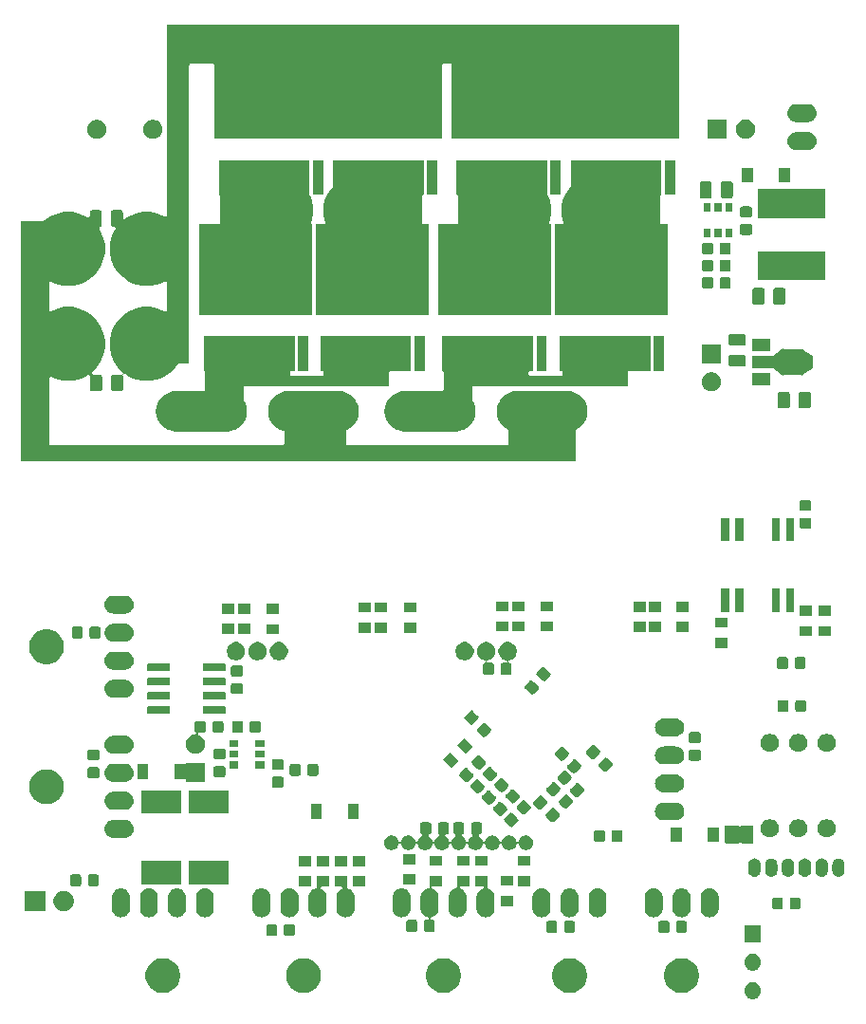
<source format=gbr>
G04 #@! TF.GenerationSoftware,KiCad,Pcbnew,(5.1.5)-3*
G04 #@! TF.CreationDate,2020-03-29T19:42:03+09:00*
G04 #@! TF.ProjectId,SteerMD,53746565-724d-4442-9e6b-696361645f70,rev?*
G04 #@! TF.SameCoordinates,Original*
G04 #@! TF.FileFunction,Soldermask,Bot*
G04 #@! TF.FilePolarity,Negative*
%FSLAX46Y46*%
G04 Gerber Fmt 4.6, Leading zero omitted, Abs format (unit mm)*
G04 Created by KiCad (PCBNEW (5.1.5)-3) date 2020-03-29 19:42:03*
%MOMM*%
%LPD*%
G04 APERTURE LIST*
%ADD10C,0.100000*%
G04 APERTURE END LIST*
D10*
G36*
X138394425Y-136944599D02*
G01*
X138518621Y-136969302D01*
X138655022Y-137025801D01*
X138777779Y-137107825D01*
X138882175Y-137212221D01*
X138964199Y-137334978D01*
X139020698Y-137471379D01*
X139049500Y-137616181D01*
X139049500Y-137763819D01*
X139020698Y-137908621D01*
X138964199Y-138045022D01*
X138882175Y-138167779D01*
X138777779Y-138272175D01*
X138655022Y-138354199D01*
X138518621Y-138410698D01*
X138394425Y-138435401D01*
X138373820Y-138439500D01*
X138226180Y-138439500D01*
X138205575Y-138435401D01*
X138081379Y-138410698D01*
X137944978Y-138354199D01*
X137822221Y-138272175D01*
X137717825Y-138167779D01*
X137635801Y-138045022D01*
X137579302Y-137908621D01*
X137550500Y-137763819D01*
X137550500Y-137616181D01*
X137579302Y-137471379D01*
X137635801Y-137334978D01*
X137717825Y-137212221D01*
X137822221Y-137107825D01*
X137944978Y-137025801D01*
X138081379Y-136969302D01*
X138205575Y-136944599D01*
X138226180Y-136940500D01*
X138373820Y-136940500D01*
X138394425Y-136944599D01*
G37*
G36*
X132252585Y-134828802D02*
G01*
X132402410Y-134858604D01*
X132684674Y-134975521D01*
X132938705Y-135145259D01*
X133154741Y-135361295D01*
X133324479Y-135615326D01*
X133441396Y-135897590D01*
X133501000Y-136197240D01*
X133501000Y-136502760D01*
X133441396Y-136802410D01*
X133324479Y-137084674D01*
X133154741Y-137338705D01*
X132938705Y-137554741D01*
X132684674Y-137724479D01*
X132402410Y-137841396D01*
X132252585Y-137871198D01*
X132102761Y-137901000D01*
X131797239Y-137901000D01*
X131647415Y-137871198D01*
X131497590Y-137841396D01*
X131215326Y-137724479D01*
X130961295Y-137554741D01*
X130745259Y-137338705D01*
X130575521Y-137084674D01*
X130458604Y-136802410D01*
X130399000Y-136502760D01*
X130399000Y-136197240D01*
X130458604Y-135897590D01*
X130575521Y-135615326D01*
X130745259Y-135361295D01*
X130961295Y-135145259D01*
X131215326Y-134975521D01*
X131497590Y-134858604D01*
X131647415Y-134828802D01*
X131797239Y-134799000D01*
X132102761Y-134799000D01*
X132252585Y-134828802D01*
G37*
G36*
X122252585Y-134828802D02*
G01*
X122402410Y-134858604D01*
X122684674Y-134975521D01*
X122938705Y-135145259D01*
X123154741Y-135361295D01*
X123324479Y-135615326D01*
X123441396Y-135897590D01*
X123501000Y-136197240D01*
X123501000Y-136502760D01*
X123441396Y-136802410D01*
X123324479Y-137084674D01*
X123154741Y-137338705D01*
X122938705Y-137554741D01*
X122684674Y-137724479D01*
X122402410Y-137841396D01*
X122252585Y-137871198D01*
X122102761Y-137901000D01*
X121797239Y-137901000D01*
X121647415Y-137871198D01*
X121497590Y-137841396D01*
X121215326Y-137724479D01*
X120961295Y-137554741D01*
X120745259Y-137338705D01*
X120575521Y-137084674D01*
X120458604Y-136802410D01*
X120399000Y-136502760D01*
X120399000Y-136197240D01*
X120458604Y-135897590D01*
X120575521Y-135615326D01*
X120745259Y-135361295D01*
X120961295Y-135145259D01*
X121215326Y-134975521D01*
X121497590Y-134858604D01*
X121647415Y-134828802D01*
X121797239Y-134799000D01*
X122102761Y-134799000D01*
X122252585Y-134828802D01*
G37*
G36*
X111002585Y-134828802D02*
G01*
X111152410Y-134858604D01*
X111434674Y-134975521D01*
X111688705Y-135145259D01*
X111904741Y-135361295D01*
X112074479Y-135615326D01*
X112191396Y-135897590D01*
X112251000Y-136197240D01*
X112251000Y-136502760D01*
X112191396Y-136802410D01*
X112074479Y-137084674D01*
X111904741Y-137338705D01*
X111688705Y-137554741D01*
X111434674Y-137724479D01*
X111152410Y-137841396D01*
X111002585Y-137871198D01*
X110852761Y-137901000D01*
X110547239Y-137901000D01*
X110397415Y-137871198D01*
X110247590Y-137841396D01*
X109965326Y-137724479D01*
X109711295Y-137554741D01*
X109495259Y-137338705D01*
X109325521Y-137084674D01*
X109208604Y-136802410D01*
X109149000Y-136502760D01*
X109149000Y-136197240D01*
X109208604Y-135897590D01*
X109325521Y-135615326D01*
X109495259Y-135361295D01*
X109711295Y-135145259D01*
X109965326Y-134975521D01*
X110247590Y-134858604D01*
X110397415Y-134828802D01*
X110547239Y-134799000D01*
X110852761Y-134799000D01*
X111002585Y-134828802D01*
G37*
G36*
X85952585Y-134828802D02*
G01*
X86102410Y-134858604D01*
X86384674Y-134975521D01*
X86638705Y-135145259D01*
X86854741Y-135361295D01*
X87024479Y-135615326D01*
X87141396Y-135897590D01*
X87201000Y-136197240D01*
X87201000Y-136502760D01*
X87141396Y-136802410D01*
X87024479Y-137084674D01*
X86854741Y-137338705D01*
X86638705Y-137554741D01*
X86384674Y-137724479D01*
X86102410Y-137841396D01*
X85952585Y-137871198D01*
X85802761Y-137901000D01*
X85497239Y-137901000D01*
X85347415Y-137871198D01*
X85197590Y-137841396D01*
X84915326Y-137724479D01*
X84661295Y-137554741D01*
X84445259Y-137338705D01*
X84275521Y-137084674D01*
X84158604Y-136802410D01*
X84099000Y-136502760D01*
X84099000Y-136197240D01*
X84158604Y-135897590D01*
X84275521Y-135615326D01*
X84445259Y-135361295D01*
X84661295Y-135145259D01*
X84915326Y-134975521D01*
X85197590Y-134858604D01*
X85347415Y-134828802D01*
X85497239Y-134799000D01*
X85802761Y-134799000D01*
X85952585Y-134828802D01*
G37*
G36*
X98502585Y-134828802D02*
G01*
X98652410Y-134858604D01*
X98934674Y-134975521D01*
X99188705Y-135145259D01*
X99404741Y-135361295D01*
X99574479Y-135615326D01*
X99691396Y-135897590D01*
X99751000Y-136197240D01*
X99751000Y-136502760D01*
X99691396Y-136802410D01*
X99574479Y-137084674D01*
X99404741Y-137338705D01*
X99188705Y-137554741D01*
X98934674Y-137724479D01*
X98652410Y-137841396D01*
X98502585Y-137871198D01*
X98352761Y-137901000D01*
X98047239Y-137901000D01*
X97897415Y-137871198D01*
X97747590Y-137841396D01*
X97465326Y-137724479D01*
X97211295Y-137554741D01*
X96995259Y-137338705D01*
X96825521Y-137084674D01*
X96708604Y-136802410D01*
X96649000Y-136502760D01*
X96649000Y-136197240D01*
X96708604Y-135897590D01*
X96825521Y-135615326D01*
X96995259Y-135361295D01*
X97211295Y-135145259D01*
X97465326Y-134975521D01*
X97747590Y-134858604D01*
X97897415Y-134828802D01*
X98047239Y-134799000D01*
X98352761Y-134799000D01*
X98502585Y-134828802D01*
G37*
G36*
X138394425Y-134404599D02*
G01*
X138518621Y-134429302D01*
X138655022Y-134485801D01*
X138777779Y-134567825D01*
X138882175Y-134672221D01*
X138964199Y-134794978D01*
X139020698Y-134931379D01*
X139049500Y-135076181D01*
X139049500Y-135223819D01*
X139020698Y-135368621D01*
X138964199Y-135505022D01*
X138882175Y-135627779D01*
X138777779Y-135732175D01*
X138655022Y-135814199D01*
X138518621Y-135870698D01*
X138394425Y-135895401D01*
X138373820Y-135899500D01*
X138226180Y-135899500D01*
X138205575Y-135895401D01*
X138081379Y-135870698D01*
X137944978Y-135814199D01*
X137822221Y-135732175D01*
X137717825Y-135627779D01*
X137635801Y-135505022D01*
X137579302Y-135368621D01*
X137550500Y-135223819D01*
X137550500Y-135076181D01*
X137579302Y-134931379D01*
X137635801Y-134794978D01*
X137717825Y-134672221D01*
X137822221Y-134567825D01*
X137944978Y-134485801D01*
X138081379Y-134429302D01*
X138205575Y-134404599D01*
X138226180Y-134400500D01*
X138373820Y-134400500D01*
X138394425Y-134404599D01*
G37*
G36*
X139049500Y-133359500D02*
G01*
X137550500Y-133359500D01*
X137550500Y-131860500D01*
X139049500Y-131860500D01*
X139049500Y-133359500D01*
G37*
G36*
X97279591Y-131778085D02*
G01*
X97313569Y-131788393D01*
X97344890Y-131805134D01*
X97372339Y-131827661D01*
X97394866Y-131855110D01*
X97411607Y-131886431D01*
X97421915Y-131920409D01*
X97426000Y-131961890D01*
X97426000Y-132638110D01*
X97421915Y-132679591D01*
X97411607Y-132713569D01*
X97394866Y-132744890D01*
X97372339Y-132772339D01*
X97344890Y-132794866D01*
X97313569Y-132811607D01*
X97279591Y-132821915D01*
X97238110Y-132826000D01*
X96636890Y-132826000D01*
X96595409Y-132821915D01*
X96561431Y-132811607D01*
X96530110Y-132794866D01*
X96502661Y-132772339D01*
X96480134Y-132744890D01*
X96463393Y-132713569D01*
X96453085Y-132679591D01*
X96449000Y-132638110D01*
X96449000Y-131961890D01*
X96453085Y-131920409D01*
X96463393Y-131886431D01*
X96480134Y-131855110D01*
X96502661Y-131827661D01*
X96530110Y-131805134D01*
X96561431Y-131788393D01*
X96595409Y-131778085D01*
X96636890Y-131774000D01*
X97238110Y-131774000D01*
X97279591Y-131778085D01*
G37*
G36*
X95704591Y-131778085D02*
G01*
X95738569Y-131788393D01*
X95769890Y-131805134D01*
X95797339Y-131827661D01*
X95819866Y-131855110D01*
X95836607Y-131886431D01*
X95846915Y-131920409D01*
X95851000Y-131961890D01*
X95851000Y-132638110D01*
X95846915Y-132679591D01*
X95836607Y-132713569D01*
X95819866Y-132744890D01*
X95797339Y-132772339D01*
X95769890Y-132794866D01*
X95738569Y-132811607D01*
X95704591Y-132821915D01*
X95663110Y-132826000D01*
X95061890Y-132826000D01*
X95020409Y-132821915D01*
X94986431Y-132811607D01*
X94955110Y-132794866D01*
X94927661Y-132772339D01*
X94905134Y-132744890D01*
X94888393Y-132713569D01*
X94878085Y-132679591D01*
X94874000Y-132638110D01*
X94874000Y-131961890D01*
X94878085Y-131920409D01*
X94888393Y-131886431D01*
X94905134Y-131855110D01*
X94927661Y-131827661D01*
X94955110Y-131805134D01*
X94986431Y-131788393D01*
X95020409Y-131778085D01*
X95061890Y-131774000D01*
X95663110Y-131774000D01*
X95704591Y-131778085D01*
G37*
G36*
X130704591Y-131478085D02*
G01*
X130738569Y-131488393D01*
X130769890Y-131505134D01*
X130797339Y-131527661D01*
X130819866Y-131555110D01*
X130836607Y-131586431D01*
X130846915Y-131620409D01*
X130851000Y-131661890D01*
X130851000Y-132338110D01*
X130846915Y-132379591D01*
X130836607Y-132413569D01*
X130819866Y-132444890D01*
X130797339Y-132472339D01*
X130769890Y-132494866D01*
X130738569Y-132511607D01*
X130704591Y-132521915D01*
X130663110Y-132526000D01*
X130061890Y-132526000D01*
X130020409Y-132521915D01*
X129986431Y-132511607D01*
X129955110Y-132494866D01*
X129927661Y-132472339D01*
X129905134Y-132444890D01*
X129888393Y-132413569D01*
X129878085Y-132379591D01*
X129874000Y-132338110D01*
X129874000Y-131661890D01*
X129878085Y-131620409D01*
X129888393Y-131586431D01*
X129905134Y-131555110D01*
X129927661Y-131527661D01*
X129955110Y-131505134D01*
X129986431Y-131488393D01*
X130020409Y-131478085D01*
X130061890Y-131474000D01*
X130663110Y-131474000D01*
X130704591Y-131478085D01*
G37*
G36*
X120704591Y-131478085D02*
G01*
X120738569Y-131488393D01*
X120769890Y-131505134D01*
X120797339Y-131527661D01*
X120819866Y-131555110D01*
X120836607Y-131586431D01*
X120846915Y-131620409D01*
X120851000Y-131661890D01*
X120851000Y-132338110D01*
X120846915Y-132379591D01*
X120836607Y-132413569D01*
X120819866Y-132444890D01*
X120797339Y-132472339D01*
X120769890Y-132494866D01*
X120738569Y-132511607D01*
X120704591Y-132521915D01*
X120663110Y-132526000D01*
X120061890Y-132526000D01*
X120020409Y-132521915D01*
X119986431Y-132511607D01*
X119955110Y-132494866D01*
X119927661Y-132472339D01*
X119905134Y-132444890D01*
X119888393Y-132413569D01*
X119878085Y-132379591D01*
X119874000Y-132338110D01*
X119874000Y-131661890D01*
X119878085Y-131620409D01*
X119888393Y-131586431D01*
X119905134Y-131555110D01*
X119927661Y-131527661D01*
X119955110Y-131505134D01*
X119986431Y-131488393D01*
X120020409Y-131478085D01*
X120061890Y-131474000D01*
X120663110Y-131474000D01*
X120704591Y-131478085D01*
G37*
G36*
X122279591Y-131478085D02*
G01*
X122313569Y-131488393D01*
X122344890Y-131505134D01*
X122372339Y-131527661D01*
X122394866Y-131555110D01*
X122411607Y-131586431D01*
X122421915Y-131620409D01*
X122426000Y-131661890D01*
X122426000Y-132338110D01*
X122421915Y-132379591D01*
X122411607Y-132413569D01*
X122394866Y-132444890D01*
X122372339Y-132472339D01*
X122344890Y-132494866D01*
X122313569Y-132511607D01*
X122279591Y-132521915D01*
X122238110Y-132526000D01*
X121636890Y-132526000D01*
X121595409Y-132521915D01*
X121561431Y-132511607D01*
X121530110Y-132494866D01*
X121502661Y-132472339D01*
X121480134Y-132444890D01*
X121463393Y-132413569D01*
X121453085Y-132379591D01*
X121449000Y-132338110D01*
X121449000Y-131661890D01*
X121453085Y-131620409D01*
X121463393Y-131586431D01*
X121480134Y-131555110D01*
X121502661Y-131527661D01*
X121530110Y-131505134D01*
X121561431Y-131488393D01*
X121595409Y-131478085D01*
X121636890Y-131474000D01*
X122238110Y-131474000D01*
X122279591Y-131478085D01*
G37*
G36*
X132279591Y-131478085D02*
G01*
X132313569Y-131488393D01*
X132344890Y-131505134D01*
X132372339Y-131527661D01*
X132394866Y-131555110D01*
X132411607Y-131586431D01*
X132421915Y-131620409D01*
X132426000Y-131661890D01*
X132426000Y-132338110D01*
X132421915Y-132379591D01*
X132411607Y-132413569D01*
X132394866Y-132444890D01*
X132372339Y-132472339D01*
X132344890Y-132494866D01*
X132313569Y-132511607D01*
X132279591Y-132521915D01*
X132238110Y-132526000D01*
X131636890Y-132526000D01*
X131595409Y-132521915D01*
X131561431Y-132511607D01*
X131530110Y-132494866D01*
X131502661Y-132472339D01*
X131480134Y-132444890D01*
X131463393Y-132413569D01*
X131453085Y-132379591D01*
X131449000Y-132338110D01*
X131449000Y-131661890D01*
X131453085Y-131620409D01*
X131463393Y-131586431D01*
X131480134Y-131555110D01*
X131502661Y-131527661D01*
X131530110Y-131505134D01*
X131561431Y-131488393D01*
X131595409Y-131478085D01*
X131636890Y-131474000D01*
X132238110Y-131474000D01*
X132279591Y-131478085D01*
G37*
G36*
X108204591Y-131378085D02*
G01*
X108238569Y-131388393D01*
X108269890Y-131405134D01*
X108297339Y-131427661D01*
X108319866Y-131455110D01*
X108336607Y-131486431D01*
X108346915Y-131520409D01*
X108351000Y-131561890D01*
X108351000Y-132238110D01*
X108346915Y-132279591D01*
X108336607Y-132313569D01*
X108319866Y-132344890D01*
X108297339Y-132372339D01*
X108269890Y-132394866D01*
X108238569Y-132411607D01*
X108204591Y-132421915D01*
X108163110Y-132426000D01*
X107561890Y-132426000D01*
X107520409Y-132421915D01*
X107486431Y-132411607D01*
X107455110Y-132394866D01*
X107427661Y-132372339D01*
X107405134Y-132344890D01*
X107388393Y-132313569D01*
X107378085Y-132279591D01*
X107374000Y-132238110D01*
X107374000Y-131561890D01*
X107378085Y-131520409D01*
X107388393Y-131486431D01*
X107405134Y-131455110D01*
X107427661Y-131427661D01*
X107455110Y-131405134D01*
X107486431Y-131388393D01*
X107520409Y-131378085D01*
X107561890Y-131374000D01*
X108163110Y-131374000D01*
X108204591Y-131378085D01*
G37*
G36*
X110601000Y-128351000D02*
G01*
X109758772Y-128351000D01*
X109734386Y-128353402D01*
X109710937Y-128360515D01*
X109689326Y-128372066D01*
X109670384Y-128387611D01*
X109654839Y-128406553D01*
X109643288Y-128428164D01*
X109636175Y-128451613D01*
X109633773Y-128475999D01*
X109636175Y-128500385D01*
X109643288Y-128523834D01*
X109654839Y-128545445D01*
X109670384Y-128564387D01*
X109689326Y-128579932D01*
X109710937Y-128591483D01*
X109722487Y-128595616D01*
X109758012Y-128606392D01*
X109813849Y-128636238D01*
X109897164Y-128680771D01*
X110019133Y-128780867D01*
X110034014Y-128799000D01*
X110119229Y-128902835D01*
X110193608Y-129041987D01*
X110208875Y-129092318D01*
X110239410Y-129192977D01*
X110251000Y-129310655D01*
X110251000Y-130389345D01*
X110239410Y-130507023D01*
X110221406Y-130566375D01*
X110193608Y-130658013D01*
X110119229Y-130797165D01*
X110019133Y-130919133D01*
X109897165Y-131019229D01*
X109758013Y-131093608D01*
X109706769Y-131109152D01*
X109640069Y-131129385D01*
X109617434Y-131138762D01*
X109597060Y-131152375D01*
X109579733Y-131169702D01*
X109566119Y-131190077D01*
X109556742Y-131212715D01*
X109551961Y-131236749D01*
X109551961Y-131261253D01*
X109556741Y-131285286D01*
X109566119Y-131307925D01*
X109579732Y-131328299D01*
X109597059Y-131345626D01*
X109617434Y-131359240D01*
X109640072Y-131368617D01*
X109664106Y-131373398D01*
X109676358Y-131374000D01*
X109738110Y-131374000D01*
X109779591Y-131378085D01*
X109813569Y-131388393D01*
X109844890Y-131405134D01*
X109872339Y-131427661D01*
X109894866Y-131455110D01*
X109911607Y-131486431D01*
X109921915Y-131520409D01*
X109926000Y-131561890D01*
X109926000Y-132238110D01*
X109921915Y-132279591D01*
X109911607Y-132313569D01*
X109894866Y-132344890D01*
X109872339Y-132372339D01*
X109844890Y-132394866D01*
X109813569Y-132411607D01*
X109779591Y-132421915D01*
X109738110Y-132426000D01*
X109136890Y-132426000D01*
X109095409Y-132421915D01*
X109061431Y-132411607D01*
X109030110Y-132394866D01*
X109002661Y-132372339D01*
X108980134Y-132344890D01*
X108963393Y-132313569D01*
X108953085Y-132279591D01*
X108949000Y-132238110D01*
X108949000Y-131561890D01*
X108953085Y-131520409D01*
X108963393Y-131486431D01*
X108980134Y-131455110D01*
X109002661Y-131427661D01*
X109030110Y-131405134D01*
X109061431Y-131388393D01*
X109095409Y-131378085D01*
X109136890Y-131374000D01*
X109223643Y-131374000D01*
X109248029Y-131371598D01*
X109271478Y-131364485D01*
X109293089Y-131352934D01*
X109312031Y-131337389D01*
X109327576Y-131318447D01*
X109339127Y-131296836D01*
X109346240Y-131273387D01*
X109348642Y-131249001D01*
X109346240Y-131224615D01*
X109339127Y-131201166D01*
X109327576Y-131179555D01*
X109312031Y-131160613D01*
X109293089Y-131145068D01*
X109271478Y-131133517D01*
X109259935Y-131129387D01*
X109193232Y-131109152D01*
X109141988Y-131093608D01*
X109002836Y-131019229D01*
X108880868Y-130919133D01*
X108780772Y-130797165D01*
X108706393Y-130658013D01*
X108678595Y-130566375D01*
X108660591Y-130507023D01*
X108649001Y-130389345D01*
X108649000Y-129310656D01*
X108660590Y-129192978D01*
X108706392Y-129041989D01*
X108706392Y-129041988D01*
X108780771Y-128902836D01*
X108781831Y-128901544D01*
X108880867Y-128780867D01*
X109002835Y-128680771D01*
X109086150Y-128636238D01*
X109141987Y-128606392D01*
X109212762Y-128584923D01*
X109292977Y-128560590D01*
X109334748Y-128556476D01*
X109386254Y-128551403D01*
X109410287Y-128546622D01*
X109432926Y-128537245D01*
X109453300Y-128523631D01*
X109470627Y-128506304D01*
X109484240Y-128485930D01*
X109493618Y-128463291D01*
X109499000Y-128427006D01*
X109499000Y-127449000D01*
X110601000Y-127449000D01*
X110601000Y-128351000D01*
G37*
G36*
X132107022Y-128560590D02*
G01*
X132187237Y-128584923D01*
X132258012Y-128606392D01*
X132313849Y-128636238D01*
X132397164Y-128680771D01*
X132519133Y-128780867D01*
X132534014Y-128799000D01*
X132619229Y-128902835D01*
X132693608Y-129041987D01*
X132708875Y-129092318D01*
X132739410Y-129192977D01*
X132751000Y-129310655D01*
X132751000Y-130389345D01*
X132739410Y-130507023D01*
X132721406Y-130566375D01*
X132693608Y-130658013D01*
X132619229Y-130797165D01*
X132519133Y-130919133D01*
X132397165Y-131019229D01*
X132258013Y-131093608D01*
X132207682Y-131108875D01*
X132107023Y-131139410D01*
X131950000Y-131154875D01*
X131792978Y-131139410D01*
X131692319Y-131108875D01*
X131641988Y-131093608D01*
X131502836Y-131019229D01*
X131380868Y-130919133D01*
X131280772Y-130797165D01*
X131206393Y-130658013D01*
X131178595Y-130566375D01*
X131160591Y-130507023D01*
X131149001Y-130389345D01*
X131149000Y-129310656D01*
X131160590Y-129192978D01*
X131206392Y-129041989D01*
X131206392Y-129041988D01*
X131280771Y-128902836D01*
X131281831Y-128901544D01*
X131380867Y-128780867D01*
X131502835Y-128680771D01*
X131586150Y-128636238D01*
X131641987Y-128606392D01*
X131712762Y-128584923D01*
X131792977Y-128560590D01*
X131950000Y-128545125D01*
X132107022Y-128560590D01*
G37*
G36*
X84557022Y-128560590D02*
G01*
X84637237Y-128584923D01*
X84708012Y-128606392D01*
X84763849Y-128636238D01*
X84847164Y-128680771D01*
X84969133Y-128780867D01*
X84984014Y-128799000D01*
X85069229Y-128902835D01*
X85143608Y-129041987D01*
X85158875Y-129092318D01*
X85189410Y-129192977D01*
X85201000Y-129310655D01*
X85201000Y-130389345D01*
X85189410Y-130507023D01*
X85171406Y-130566375D01*
X85143608Y-130658013D01*
X85069229Y-130797165D01*
X84969133Y-130919133D01*
X84847165Y-131019229D01*
X84708013Y-131093608D01*
X84657682Y-131108875D01*
X84557023Y-131139410D01*
X84400000Y-131154875D01*
X84242978Y-131139410D01*
X84142319Y-131108875D01*
X84091988Y-131093608D01*
X83952836Y-131019229D01*
X83830868Y-130919133D01*
X83730772Y-130797165D01*
X83656393Y-130658013D01*
X83628595Y-130566375D01*
X83610591Y-130507023D01*
X83599001Y-130389345D01*
X83599000Y-129310656D01*
X83610590Y-129192978D01*
X83656392Y-129041989D01*
X83656392Y-129041988D01*
X83730771Y-128902836D01*
X83731831Y-128901544D01*
X83830867Y-128780867D01*
X83952835Y-128680771D01*
X84036150Y-128636238D01*
X84091987Y-128606392D01*
X84162762Y-128584923D01*
X84242977Y-128560590D01*
X84400000Y-128545125D01*
X84557022Y-128560590D01*
G37*
G36*
X87057022Y-128560590D02*
G01*
X87137237Y-128584923D01*
X87208012Y-128606392D01*
X87263849Y-128636238D01*
X87347164Y-128680771D01*
X87469133Y-128780867D01*
X87484014Y-128799000D01*
X87569229Y-128902835D01*
X87643608Y-129041987D01*
X87658875Y-129092318D01*
X87689410Y-129192977D01*
X87701000Y-129310655D01*
X87701000Y-130389345D01*
X87689410Y-130507023D01*
X87671406Y-130566375D01*
X87643608Y-130658013D01*
X87569229Y-130797165D01*
X87469133Y-130919133D01*
X87347165Y-131019229D01*
X87208013Y-131093608D01*
X87157682Y-131108875D01*
X87057023Y-131139410D01*
X86900000Y-131154875D01*
X86742978Y-131139410D01*
X86642319Y-131108875D01*
X86591988Y-131093608D01*
X86452836Y-131019229D01*
X86330868Y-130919133D01*
X86230772Y-130797165D01*
X86156393Y-130658013D01*
X86128595Y-130566375D01*
X86110591Y-130507023D01*
X86099001Y-130389345D01*
X86099000Y-129310656D01*
X86110590Y-129192978D01*
X86156392Y-129041989D01*
X86156392Y-129041988D01*
X86230771Y-128902836D01*
X86231831Y-128901544D01*
X86330867Y-128780867D01*
X86452835Y-128680771D01*
X86536150Y-128636238D01*
X86591987Y-128606392D01*
X86662762Y-128584923D01*
X86742977Y-128560590D01*
X86900000Y-128545125D01*
X87057022Y-128560590D01*
G37*
G36*
X89557022Y-128560590D02*
G01*
X89637237Y-128584923D01*
X89708012Y-128606392D01*
X89763849Y-128636238D01*
X89847164Y-128680771D01*
X89969133Y-128780867D01*
X89984014Y-128799000D01*
X90069229Y-128902835D01*
X90143608Y-129041987D01*
X90158875Y-129092318D01*
X90189410Y-129192977D01*
X90201000Y-129310655D01*
X90201000Y-130389345D01*
X90189410Y-130507023D01*
X90171406Y-130566375D01*
X90143608Y-130658013D01*
X90069229Y-130797165D01*
X89969133Y-130919133D01*
X89847165Y-131019229D01*
X89708013Y-131093608D01*
X89657682Y-131108875D01*
X89557023Y-131139410D01*
X89400000Y-131154875D01*
X89242978Y-131139410D01*
X89142319Y-131108875D01*
X89091988Y-131093608D01*
X88952836Y-131019229D01*
X88830868Y-130919133D01*
X88730772Y-130797165D01*
X88656393Y-130658013D01*
X88628595Y-130566375D01*
X88610591Y-130507023D01*
X88599001Y-130389345D01*
X88599000Y-129310656D01*
X88610590Y-129192978D01*
X88656392Y-129041989D01*
X88656392Y-129041988D01*
X88730771Y-128902836D01*
X88731831Y-128901544D01*
X88830867Y-128780867D01*
X88952835Y-128680771D01*
X89036150Y-128636238D01*
X89091987Y-128606392D01*
X89162762Y-128584923D01*
X89242977Y-128560590D01*
X89400000Y-128545125D01*
X89557022Y-128560590D01*
G37*
G36*
X102101000Y-128466058D02*
G01*
X102103402Y-128490444D01*
X102110515Y-128513893D01*
X102122066Y-128535504D01*
X102137611Y-128554446D01*
X102156553Y-128569991D01*
X102178164Y-128581542D01*
X102189708Y-128585673D01*
X102258011Y-128606392D01*
X102397164Y-128680771D01*
X102519133Y-128780867D01*
X102534014Y-128799000D01*
X102619229Y-128902835D01*
X102693608Y-129041987D01*
X102708875Y-129092318D01*
X102739410Y-129192977D01*
X102751000Y-129310655D01*
X102751000Y-130389345D01*
X102739410Y-130507023D01*
X102721406Y-130566375D01*
X102693608Y-130658013D01*
X102619229Y-130797165D01*
X102519133Y-130919133D01*
X102397165Y-131019229D01*
X102258013Y-131093608D01*
X102207682Y-131108875D01*
X102107023Y-131139410D01*
X101950000Y-131154875D01*
X101792978Y-131139410D01*
X101692319Y-131108875D01*
X101641988Y-131093608D01*
X101502836Y-131019229D01*
X101380868Y-130919133D01*
X101280772Y-130797165D01*
X101206393Y-130658013D01*
X101178595Y-130566375D01*
X101160591Y-130507023D01*
X101149001Y-130389345D01*
X101149000Y-129310656D01*
X101160590Y-129192978D01*
X101206392Y-129041989D01*
X101206392Y-129041988D01*
X101280771Y-128902836D01*
X101281831Y-128901544D01*
X101380867Y-128780867D01*
X101502835Y-128680771D01*
X101586150Y-128636238D01*
X101606524Y-128622624D01*
X101623851Y-128605297D01*
X101637465Y-128584923D01*
X101646842Y-128562284D01*
X101651622Y-128538250D01*
X101651622Y-128513746D01*
X101646841Y-128489713D01*
X101637464Y-128467074D01*
X101623850Y-128446700D01*
X101606523Y-128429373D01*
X101586149Y-128415759D01*
X101563510Y-128406382D01*
X101527225Y-128401000D01*
X100999000Y-128401000D01*
X100999000Y-127499000D01*
X102101000Y-127499000D01*
X102101000Y-128466058D01*
G37*
G36*
X100501000Y-128401000D02*
G01*
X99872774Y-128401000D01*
X99848388Y-128403402D01*
X99824939Y-128410515D01*
X99803328Y-128422066D01*
X99784386Y-128437611D01*
X99768841Y-128456553D01*
X99757290Y-128478164D01*
X99750177Y-128501613D01*
X99747775Y-128525999D01*
X99750177Y-128550385D01*
X99757290Y-128573834D01*
X99768841Y-128595445D01*
X99784386Y-128614387D01*
X99813849Y-128636238D01*
X99897164Y-128680771D01*
X100019133Y-128780867D01*
X100034014Y-128799000D01*
X100119229Y-128902835D01*
X100193608Y-129041987D01*
X100208875Y-129092318D01*
X100239410Y-129192977D01*
X100251000Y-129310655D01*
X100251000Y-130389345D01*
X100239410Y-130507023D01*
X100221406Y-130566375D01*
X100193608Y-130658013D01*
X100119229Y-130797165D01*
X100019133Y-130919133D01*
X99897165Y-131019229D01*
X99758013Y-131093608D01*
X99707682Y-131108875D01*
X99607023Y-131139410D01*
X99450000Y-131154875D01*
X99292978Y-131139410D01*
X99192319Y-131108875D01*
X99141988Y-131093608D01*
X99002836Y-131019229D01*
X98880868Y-130919133D01*
X98780772Y-130797165D01*
X98706393Y-130658013D01*
X98678595Y-130566375D01*
X98660591Y-130507023D01*
X98649001Y-130389345D01*
X98649000Y-129310656D01*
X98660590Y-129192978D01*
X98706392Y-129041989D01*
X98706392Y-129041988D01*
X98780771Y-128902836D01*
X98781831Y-128901544D01*
X98880867Y-128780867D01*
X99002835Y-128680771D01*
X99086150Y-128636238D01*
X99141987Y-128606392D01*
X99177512Y-128595616D01*
X99292977Y-128560590D01*
X99292983Y-128560589D01*
X99299439Y-128558631D01*
X99310276Y-128556476D01*
X99332916Y-128547100D01*
X99353292Y-128533488D01*
X99370620Y-128516162D01*
X99384235Y-128495789D01*
X99393615Y-128473151D01*
X99398397Y-128449118D01*
X99399000Y-128436856D01*
X99399000Y-127499000D01*
X100501000Y-127499000D01*
X100501000Y-128401000D01*
G37*
G36*
X82057022Y-128560590D02*
G01*
X82137237Y-128584923D01*
X82208012Y-128606392D01*
X82263849Y-128636238D01*
X82347164Y-128680771D01*
X82469133Y-128780867D01*
X82484014Y-128799000D01*
X82569229Y-128902835D01*
X82643608Y-129041987D01*
X82658875Y-129092318D01*
X82689410Y-129192977D01*
X82701000Y-129310655D01*
X82701000Y-130389345D01*
X82689410Y-130507023D01*
X82671406Y-130566375D01*
X82643608Y-130658013D01*
X82569229Y-130797165D01*
X82469133Y-130919133D01*
X82347165Y-131019229D01*
X82208013Y-131093608D01*
X82157682Y-131108875D01*
X82057023Y-131139410D01*
X81900000Y-131154875D01*
X81742978Y-131139410D01*
X81642319Y-131108875D01*
X81591988Y-131093608D01*
X81452836Y-131019229D01*
X81330868Y-130919133D01*
X81230772Y-130797165D01*
X81156393Y-130658013D01*
X81128595Y-130566375D01*
X81110591Y-130507023D01*
X81099001Y-130389345D01*
X81099000Y-129310656D01*
X81110590Y-129192978D01*
X81156392Y-129041989D01*
X81156392Y-129041988D01*
X81230771Y-128902836D01*
X81231831Y-128901544D01*
X81330867Y-128780867D01*
X81452835Y-128680771D01*
X81536150Y-128636238D01*
X81591987Y-128606392D01*
X81662762Y-128584923D01*
X81742977Y-128560590D01*
X81900000Y-128545125D01*
X82057022Y-128560590D01*
G37*
G36*
X94607022Y-128560590D02*
G01*
X94687237Y-128584923D01*
X94758012Y-128606392D01*
X94813849Y-128636238D01*
X94897164Y-128680771D01*
X95019133Y-128780867D01*
X95034014Y-128799000D01*
X95119229Y-128902835D01*
X95193608Y-129041987D01*
X95208875Y-129092318D01*
X95239410Y-129192977D01*
X95251000Y-129310655D01*
X95251000Y-130389345D01*
X95239410Y-130507023D01*
X95221406Y-130566375D01*
X95193608Y-130658013D01*
X95119229Y-130797165D01*
X95019133Y-130919133D01*
X94897165Y-131019229D01*
X94758013Y-131093608D01*
X94707682Y-131108875D01*
X94607023Y-131139410D01*
X94450000Y-131154875D01*
X94292978Y-131139410D01*
X94192319Y-131108875D01*
X94141988Y-131093608D01*
X94002836Y-131019229D01*
X93880868Y-130919133D01*
X93780772Y-130797165D01*
X93706393Y-130658013D01*
X93678595Y-130566375D01*
X93660591Y-130507023D01*
X93649001Y-130389345D01*
X93649000Y-129310656D01*
X93660590Y-129192978D01*
X93706392Y-129041989D01*
X93706392Y-129041988D01*
X93780771Y-128902836D01*
X93781831Y-128901544D01*
X93880867Y-128780867D01*
X94002835Y-128680771D01*
X94086150Y-128636238D01*
X94141987Y-128606392D01*
X94212762Y-128584923D01*
X94292977Y-128560590D01*
X94450000Y-128545125D01*
X94607022Y-128560590D01*
G37*
G36*
X97107022Y-128560590D02*
G01*
X97187237Y-128584923D01*
X97258012Y-128606392D01*
X97313849Y-128636238D01*
X97397164Y-128680771D01*
X97519133Y-128780867D01*
X97534014Y-128799000D01*
X97619229Y-128902835D01*
X97693608Y-129041987D01*
X97708875Y-129092318D01*
X97739410Y-129192977D01*
X97751000Y-129310655D01*
X97751000Y-130389345D01*
X97739410Y-130507023D01*
X97721406Y-130566375D01*
X97693608Y-130658013D01*
X97619229Y-130797165D01*
X97519133Y-130919133D01*
X97397165Y-131019229D01*
X97258013Y-131093608D01*
X97207682Y-131108875D01*
X97107023Y-131139410D01*
X96950000Y-131154875D01*
X96792978Y-131139410D01*
X96692319Y-131108875D01*
X96641988Y-131093608D01*
X96502836Y-131019229D01*
X96380868Y-130919133D01*
X96280772Y-130797165D01*
X96206393Y-130658013D01*
X96178595Y-130566375D01*
X96160591Y-130507023D01*
X96149001Y-130389345D01*
X96149000Y-129310656D01*
X96160590Y-129192978D01*
X96206392Y-129041989D01*
X96206392Y-129041988D01*
X96280771Y-128902836D01*
X96281831Y-128901544D01*
X96380867Y-128780867D01*
X96502835Y-128680771D01*
X96586150Y-128636238D01*
X96641987Y-128606392D01*
X96712762Y-128584923D01*
X96792977Y-128560590D01*
X96950000Y-128545125D01*
X97107022Y-128560590D01*
G37*
G36*
X134607022Y-128560590D02*
G01*
X134687237Y-128584923D01*
X134758012Y-128606392D01*
X134813849Y-128636238D01*
X134897164Y-128680771D01*
X135019133Y-128780867D01*
X135034014Y-128799000D01*
X135119229Y-128902835D01*
X135193608Y-129041987D01*
X135208875Y-129092318D01*
X135239410Y-129192977D01*
X135251000Y-129310655D01*
X135251000Y-130389345D01*
X135239410Y-130507023D01*
X135221406Y-130566375D01*
X135193608Y-130658013D01*
X135119229Y-130797165D01*
X135019133Y-130919133D01*
X134897165Y-131019229D01*
X134758013Y-131093608D01*
X134707682Y-131108875D01*
X134607023Y-131139410D01*
X134450000Y-131154875D01*
X134292978Y-131139410D01*
X134192319Y-131108875D01*
X134141988Y-131093608D01*
X134002836Y-131019229D01*
X133880868Y-130919133D01*
X133780772Y-130797165D01*
X133706393Y-130658013D01*
X133678595Y-130566375D01*
X133660591Y-130507023D01*
X133649001Y-130389345D01*
X133649000Y-129310656D01*
X133660590Y-129192978D01*
X133706392Y-129041989D01*
X133706392Y-129041988D01*
X133780771Y-128902836D01*
X133781831Y-128901544D01*
X133880867Y-128780867D01*
X134002835Y-128680771D01*
X134086150Y-128636238D01*
X134141987Y-128606392D01*
X134212762Y-128584923D01*
X134292977Y-128560590D01*
X134450000Y-128545125D01*
X134607022Y-128560590D01*
G37*
G36*
X129607022Y-128560590D02*
G01*
X129687237Y-128584923D01*
X129758012Y-128606392D01*
X129813849Y-128636238D01*
X129897164Y-128680771D01*
X130019133Y-128780867D01*
X130034014Y-128799000D01*
X130119229Y-128902835D01*
X130193608Y-129041987D01*
X130208875Y-129092318D01*
X130239410Y-129192977D01*
X130251000Y-129310655D01*
X130251000Y-130389345D01*
X130239410Y-130507023D01*
X130221406Y-130566375D01*
X130193608Y-130658013D01*
X130119229Y-130797165D01*
X130019133Y-130919133D01*
X129897165Y-131019229D01*
X129758013Y-131093608D01*
X129707682Y-131108875D01*
X129607023Y-131139410D01*
X129450000Y-131154875D01*
X129292978Y-131139410D01*
X129192319Y-131108875D01*
X129141988Y-131093608D01*
X129002836Y-131019229D01*
X128880868Y-130919133D01*
X128780772Y-130797165D01*
X128706393Y-130658013D01*
X128678595Y-130566375D01*
X128660591Y-130507023D01*
X128649001Y-130389345D01*
X128649000Y-129310656D01*
X128660590Y-129192978D01*
X128706392Y-129041989D01*
X128706392Y-129041988D01*
X128780771Y-128902836D01*
X128781831Y-128901544D01*
X128880867Y-128780867D01*
X129002835Y-128680771D01*
X129086150Y-128636238D01*
X129141987Y-128606392D01*
X129212762Y-128584923D01*
X129292977Y-128560590D01*
X129450000Y-128545125D01*
X129607022Y-128560590D01*
G37*
G36*
X122107022Y-128560590D02*
G01*
X122187237Y-128584923D01*
X122258012Y-128606392D01*
X122313849Y-128636238D01*
X122397164Y-128680771D01*
X122519133Y-128780867D01*
X122534014Y-128799000D01*
X122619229Y-128902835D01*
X122693608Y-129041987D01*
X122708875Y-129092318D01*
X122739410Y-129192977D01*
X122751000Y-129310655D01*
X122751000Y-130389345D01*
X122739410Y-130507023D01*
X122721406Y-130566375D01*
X122693608Y-130658013D01*
X122619229Y-130797165D01*
X122519133Y-130919133D01*
X122397165Y-131019229D01*
X122258013Y-131093608D01*
X122207682Y-131108875D01*
X122107023Y-131139410D01*
X121950000Y-131154875D01*
X121792978Y-131139410D01*
X121692319Y-131108875D01*
X121641988Y-131093608D01*
X121502836Y-131019229D01*
X121380868Y-130919133D01*
X121280772Y-130797165D01*
X121206393Y-130658013D01*
X121178595Y-130566375D01*
X121160591Y-130507023D01*
X121149001Y-130389345D01*
X121149000Y-129310656D01*
X121160590Y-129192978D01*
X121206392Y-129041989D01*
X121206392Y-129041988D01*
X121280771Y-128902836D01*
X121281831Y-128901544D01*
X121380867Y-128780867D01*
X121502835Y-128680771D01*
X121586150Y-128636238D01*
X121641987Y-128606392D01*
X121712762Y-128584923D01*
X121792977Y-128560590D01*
X121950000Y-128545125D01*
X122107022Y-128560590D01*
G37*
G36*
X124607022Y-128560590D02*
G01*
X124687237Y-128584923D01*
X124758012Y-128606392D01*
X124813849Y-128636238D01*
X124897164Y-128680771D01*
X125019133Y-128780867D01*
X125034014Y-128799000D01*
X125119229Y-128902835D01*
X125193608Y-129041987D01*
X125208875Y-129092318D01*
X125239410Y-129192977D01*
X125251000Y-129310655D01*
X125251000Y-130389345D01*
X125239410Y-130507023D01*
X125221406Y-130566375D01*
X125193608Y-130658013D01*
X125119229Y-130797165D01*
X125019133Y-130919133D01*
X124897165Y-131019229D01*
X124758013Y-131093608D01*
X124707682Y-131108875D01*
X124607023Y-131139410D01*
X124450000Y-131154875D01*
X124292978Y-131139410D01*
X124192319Y-131108875D01*
X124141988Y-131093608D01*
X124002836Y-131019229D01*
X123880868Y-130919133D01*
X123780772Y-130797165D01*
X123706393Y-130658013D01*
X123678595Y-130566375D01*
X123660591Y-130507023D01*
X123649001Y-130389345D01*
X123649000Y-129310656D01*
X123660590Y-129192978D01*
X123706392Y-129041989D01*
X123706392Y-129041988D01*
X123780771Y-128902836D01*
X123781831Y-128901544D01*
X123880867Y-128780867D01*
X124002835Y-128680771D01*
X124086150Y-128636238D01*
X124141987Y-128606392D01*
X124212762Y-128584923D01*
X124292977Y-128560590D01*
X124450000Y-128545125D01*
X124607022Y-128560590D01*
G37*
G36*
X113001000Y-128351000D02*
G01*
X112258772Y-128351000D01*
X112234386Y-128353402D01*
X112210937Y-128360515D01*
X112189326Y-128372066D01*
X112170384Y-128387611D01*
X112154839Y-128406553D01*
X112143288Y-128428164D01*
X112136175Y-128451613D01*
X112133773Y-128475999D01*
X112136175Y-128500385D01*
X112143288Y-128523834D01*
X112154839Y-128545445D01*
X112170384Y-128564387D01*
X112189326Y-128579932D01*
X112210937Y-128591483D01*
X112222487Y-128595616D01*
X112258012Y-128606392D01*
X112313849Y-128636238D01*
X112397164Y-128680771D01*
X112519133Y-128780867D01*
X112534014Y-128799000D01*
X112619229Y-128902835D01*
X112693608Y-129041987D01*
X112708875Y-129092318D01*
X112739410Y-129192977D01*
X112751000Y-129310655D01*
X112751000Y-130389345D01*
X112739410Y-130507023D01*
X112721406Y-130566375D01*
X112693608Y-130658013D01*
X112619229Y-130797165D01*
X112519133Y-130919133D01*
X112397165Y-131019229D01*
X112258013Y-131093608D01*
X112207682Y-131108875D01*
X112107023Y-131139410D01*
X111950000Y-131154875D01*
X111792978Y-131139410D01*
X111692319Y-131108875D01*
X111641988Y-131093608D01*
X111502836Y-131019229D01*
X111380868Y-130919133D01*
X111280772Y-130797165D01*
X111206393Y-130658013D01*
X111178595Y-130566375D01*
X111160591Y-130507023D01*
X111149001Y-130389345D01*
X111149000Y-129310656D01*
X111160590Y-129192978D01*
X111206392Y-129041989D01*
X111206392Y-129041988D01*
X111280771Y-128902836D01*
X111281831Y-128901544D01*
X111380867Y-128780867D01*
X111502835Y-128680771D01*
X111586150Y-128636238D01*
X111641987Y-128606392D01*
X111677512Y-128595616D01*
X111792977Y-128560590D01*
X111792983Y-128560589D01*
X111799439Y-128558631D01*
X111810276Y-128556476D01*
X111832916Y-128547100D01*
X111853292Y-128533488D01*
X111870620Y-128516162D01*
X111884235Y-128495789D01*
X111893615Y-128473151D01*
X111898397Y-128449118D01*
X111899000Y-128436856D01*
X111899000Y-127449000D01*
X113001000Y-127449000D01*
X113001000Y-128351000D01*
G37*
G36*
X107107022Y-128560590D02*
G01*
X107187237Y-128584923D01*
X107258012Y-128606392D01*
X107313849Y-128636238D01*
X107397164Y-128680771D01*
X107519133Y-128780867D01*
X107534014Y-128799000D01*
X107619229Y-128902835D01*
X107693608Y-129041987D01*
X107708875Y-129092318D01*
X107739410Y-129192977D01*
X107751000Y-129310655D01*
X107751000Y-130389345D01*
X107739410Y-130507023D01*
X107721406Y-130566375D01*
X107693608Y-130658013D01*
X107619229Y-130797165D01*
X107519133Y-130919133D01*
X107397165Y-131019229D01*
X107258013Y-131093608D01*
X107207682Y-131108875D01*
X107107023Y-131139410D01*
X106950000Y-131154875D01*
X106792978Y-131139410D01*
X106692319Y-131108875D01*
X106641988Y-131093608D01*
X106502836Y-131019229D01*
X106380868Y-130919133D01*
X106280772Y-130797165D01*
X106206393Y-130658013D01*
X106178595Y-130566375D01*
X106160591Y-130507023D01*
X106149001Y-130389345D01*
X106149000Y-129310656D01*
X106160590Y-129192978D01*
X106206392Y-129041989D01*
X106206392Y-129041988D01*
X106280771Y-128902836D01*
X106281831Y-128901544D01*
X106380867Y-128780867D01*
X106502835Y-128680771D01*
X106586150Y-128636238D01*
X106641987Y-128606392D01*
X106712762Y-128584923D01*
X106792977Y-128560590D01*
X106950000Y-128545125D01*
X107107022Y-128560590D01*
G37*
G36*
X119607022Y-128560590D02*
G01*
X119687237Y-128584923D01*
X119758012Y-128606392D01*
X119813849Y-128636238D01*
X119897164Y-128680771D01*
X120019133Y-128780867D01*
X120034014Y-128799000D01*
X120119229Y-128902835D01*
X120193608Y-129041987D01*
X120208875Y-129092318D01*
X120239410Y-129192977D01*
X120251000Y-129310655D01*
X120251000Y-130389345D01*
X120239410Y-130507023D01*
X120221406Y-130566375D01*
X120193608Y-130658013D01*
X120119229Y-130797165D01*
X120019133Y-130919133D01*
X119897165Y-131019229D01*
X119758013Y-131093608D01*
X119707682Y-131108875D01*
X119607023Y-131139410D01*
X119450000Y-131154875D01*
X119292978Y-131139410D01*
X119192319Y-131108875D01*
X119141988Y-131093608D01*
X119002836Y-131019229D01*
X118880868Y-130919133D01*
X118780772Y-130797165D01*
X118706393Y-130658013D01*
X118678595Y-130566375D01*
X118660591Y-130507023D01*
X118649001Y-130389345D01*
X118649000Y-129310656D01*
X118660590Y-129192978D01*
X118706392Y-129041989D01*
X118706392Y-129041988D01*
X118780771Y-128902836D01*
X118781831Y-128901544D01*
X118880867Y-128780867D01*
X119002835Y-128680771D01*
X119086150Y-128636238D01*
X119141987Y-128606392D01*
X119212762Y-128584923D01*
X119292977Y-128560590D01*
X119450000Y-128545125D01*
X119607022Y-128560590D01*
G37*
G36*
X114601000Y-128466058D02*
G01*
X114603402Y-128490444D01*
X114610515Y-128513893D01*
X114622066Y-128535504D01*
X114637611Y-128554446D01*
X114656553Y-128569991D01*
X114678164Y-128581542D01*
X114689708Y-128585673D01*
X114758011Y-128606392D01*
X114897164Y-128680771D01*
X115019133Y-128780867D01*
X115034014Y-128799000D01*
X115119229Y-128902835D01*
X115193608Y-129041987D01*
X115208875Y-129092318D01*
X115239410Y-129192977D01*
X115251000Y-129310655D01*
X115251000Y-130389345D01*
X115239410Y-130507023D01*
X115221406Y-130566375D01*
X115193608Y-130658013D01*
X115119229Y-130797165D01*
X115019133Y-130919133D01*
X114897165Y-131019229D01*
X114758013Y-131093608D01*
X114707682Y-131108875D01*
X114607023Y-131139410D01*
X114450000Y-131154875D01*
X114292978Y-131139410D01*
X114192319Y-131108875D01*
X114141988Y-131093608D01*
X114002836Y-131019229D01*
X113880868Y-130919133D01*
X113780772Y-130797165D01*
X113706393Y-130658013D01*
X113678595Y-130566375D01*
X113660591Y-130507023D01*
X113649001Y-130389345D01*
X113649000Y-129310656D01*
X113660590Y-129192978D01*
X113706392Y-129041989D01*
X113706392Y-129041988D01*
X113780771Y-128902836D01*
X113781831Y-128901544D01*
X113880867Y-128780867D01*
X114002835Y-128680771D01*
X114086150Y-128636238D01*
X114141987Y-128606392D01*
X114177512Y-128595616D01*
X114200151Y-128586238D01*
X114220525Y-128572625D01*
X114237852Y-128555298D01*
X114251466Y-128534923D01*
X114260844Y-128512285D01*
X114265624Y-128488251D01*
X114265624Y-128463747D01*
X114260844Y-128439714D01*
X114251466Y-128417075D01*
X114237853Y-128396701D01*
X114220526Y-128379374D01*
X114200151Y-128365760D01*
X114177513Y-128356382D01*
X114153479Y-128351602D01*
X114141227Y-128351000D01*
X113499000Y-128351000D01*
X113499000Y-127449000D01*
X114601000Y-127449000D01*
X114601000Y-128466058D01*
G37*
G36*
X75151000Y-130601000D02*
G01*
X73349000Y-130601000D01*
X73349000Y-128799000D01*
X75151000Y-128799000D01*
X75151000Y-130601000D01*
G37*
G36*
X76903512Y-128803927D02*
G01*
X77052812Y-128833624D01*
X77216784Y-128901544D01*
X77364354Y-129000147D01*
X77489853Y-129125646D01*
X77588456Y-129273216D01*
X77656376Y-129437188D01*
X77691000Y-129611259D01*
X77691000Y-129788741D01*
X77656376Y-129962812D01*
X77588456Y-130126784D01*
X77489853Y-130274354D01*
X77364354Y-130399853D01*
X77216784Y-130498456D01*
X77052812Y-130566376D01*
X76903512Y-130596073D01*
X76878742Y-130601000D01*
X76701258Y-130601000D01*
X76676488Y-130596073D01*
X76527188Y-130566376D01*
X76363216Y-130498456D01*
X76215646Y-130399853D01*
X76090147Y-130274354D01*
X75991544Y-130126784D01*
X75923624Y-129962812D01*
X75889000Y-129788741D01*
X75889000Y-129611259D01*
X75923624Y-129437188D01*
X75991544Y-129273216D01*
X76090147Y-129125646D01*
X76215646Y-129000147D01*
X76363216Y-128901544D01*
X76527188Y-128833624D01*
X76676488Y-128803927D01*
X76701258Y-128799000D01*
X76878742Y-128799000D01*
X76903512Y-128803927D01*
G37*
G36*
X142429591Y-129378085D02*
G01*
X142463569Y-129388393D01*
X142494890Y-129405134D01*
X142522339Y-129427661D01*
X142544866Y-129455110D01*
X142561607Y-129486431D01*
X142571915Y-129520409D01*
X142576000Y-129561890D01*
X142576000Y-130238110D01*
X142571915Y-130279591D01*
X142561607Y-130313569D01*
X142544866Y-130344890D01*
X142522339Y-130372339D01*
X142494890Y-130394866D01*
X142463569Y-130411607D01*
X142429591Y-130421915D01*
X142388110Y-130426000D01*
X141786890Y-130426000D01*
X141745409Y-130421915D01*
X141711431Y-130411607D01*
X141680110Y-130394866D01*
X141652661Y-130372339D01*
X141630134Y-130344890D01*
X141613393Y-130313569D01*
X141603085Y-130279591D01*
X141599000Y-130238110D01*
X141599000Y-129561890D01*
X141603085Y-129520409D01*
X141613393Y-129486431D01*
X141630134Y-129455110D01*
X141652661Y-129427661D01*
X141680110Y-129405134D01*
X141711431Y-129388393D01*
X141745409Y-129378085D01*
X141786890Y-129374000D01*
X142388110Y-129374000D01*
X142429591Y-129378085D01*
G37*
G36*
X140854591Y-129378085D02*
G01*
X140888569Y-129388393D01*
X140919890Y-129405134D01*
X140947339Y-129427661D01*
X140969866Y-129455110D01*
X140986607Y-129486431D01*
X140996915Y-129520409D01*
X141001000Y-129561890D01*
X141001000Y-130238110D01*
X140996915Y-130279591D01*
X140986607Y-130313569D01*
X140969866Y-130344890D01*
X140947339Y-130372339D01*
X140919890Y-130394866D01*
X140888569Y-130411607D01*
X140854591Y-130421915D01*
X140813110Y-130426000D01*
X140211890Y-130426000D01*
X140170409Y-130421915D01*
X140136431Y-130411607D01*
X140105110Y-130394866D01*
X140077661Y-130372339D01*
X140055134Y-130344890D01*
X140038393Y-130313569D01*
X140028085Y-130279591D01*
X140024000Y-130238110D01*
X140024000Y-129561890D01*
X140028085Y-129520409D01*
X140038393Y-129486431D01*
X140055134Y-129455110D01*
X140077661Y-129427661D01*
X140105110Y-129405134D01*
X140136431Y-129388393D01*
X140170409Y-129378085D01*
X140211890Y-129374000D01*
X140813110Y-129374000D01*
X140854591Y-129378085D01*
G37*
G36*
X116951000Y-130129000D02*
G01*
X115849000Y-130129000D01*
X115849000Y-129227000D01*
X116951000Y-129227000D01*
X116951000Y-130129000D01*
G37*
G36*
X103701000Y-128401000D02*
G01*
X102599000Y-128401000D01*
X102599000Y-127499000D01*
X103701000Y-127499000D01*
X103701000Y-128401000D01*
G37*
G36*
X98901000Y-128401000D02*
G01*
X97799000Y-128401000D01*
X97799000Y-127499000D01*
X98901000Y-127499000D01*
X98901000Y-128401000D01*
G37*
G36*
X78204591Y-127328085D02*
G01*
X78238569Y-127338393D01*
X78269890Y-127355134D01*
X78297339Y-127377661D01*
X78319866Y-127405110D01*
X78336607Y-127436431D01*
X78346915Y-127470409D01*
X78351000Y-127511890D01*
X78351000Y-128188110D01*
X78346915Y-128229591D01*
X78336607Y-128263569D01*
X78319866Y-128294890D01*
X78297339Y-128322339D01*
X78269890Y-128344866D01*
X78238569Y-128361607D01*
X78204591Y-128371915D01*
X78163110Y-128376000D01*
X77561890Y-128376000D01*
X77520409Y-128371915D01*
X77486431Y-128361607D01*
X77455110Y-128344866D01*
X77427661Y-128322339D01*
X77405134Y-128294890D01*
X77388393Y-128263569D01*
X77378085Y-128229591D01*
X77374000Y-128188110D01*
X77374000Y-127511890D01*
X77378085Y-127470409D01*
X77388393Y-127436431D01*
X77405134Y-127405110D01*
X77427661Y-127377661D01*
X77455110Y-127355134D01*
X77486431Y-127338393D01*
X77520409Y-127328085D01*
X77561890Y-127324000D01*
X78163110Y-127324000D01*
X78204591Y-127328085D01*
G37*
G36*
X79779591Y-127328085D02*
G01*
X79813569Y-127338393D01*
X79844890Y-127355134D01*
X79872339Y-127377661D01*
X79894866Y-127405110D01*
X79911607Y-127436431D01*
X79921915Y-127470409D01*
X79926000Y-127511890D01*
X79926000Y-128188110D01*
X79921915Y-128229591D01*
X79911607Y-128263569D01*
X79894866Y-128294890D01*
X79872339Y-128322339D01*
X79844890Y-128344866D01*
X79813569Y-128361607D01*
X79779591Y-128371915D01*
X79738110Y-128376000D01*
X79136890Y-128376000D01*
X79095409Y-128371915D01*
X79061431Y-128361607D01*
X79030110Y-128344866D01*
X79002661Y-128322339D01*
X78980134Y-128294890D01*
X78963393Y-128263569D01*
X78953085Y-128229591D01*
X78949000Y-128188110D01*
X78949000Y-127511890D01*
X78953085Y-127470409D01*
X78963393Y-127436431D01*
X78980134Y-127405110D01*
X79002661Y-127377661D01*
X79030110Y-127355134D01*
X79061431Y-127338393D01*
X79095409Y-127328085D01*
X79136890Y-127324000D01*
X79738110Y-127324000D01*
X79779591Y-127328085D01*
G37*
G36*
X118401000Y-128351000D02*
G01*
X117299000Y-128351000D01*
X117299000Y-127449000D01*
X118401000Y-127449000D01*
X118401000Y-128351000D01*
G37*
G36*
X116951000Y-128329000D02*
G01*
X115849000Y-128329000D01*
X115849000Y-127427000D01*
X116951000Y-127427000D01*
X116951000Y-128329000D01*
G37*
G36*
X108201000Y-128201000D02*
G01*
X107099000Y-128201000D01*
X107099000Y-127299000D01*
X108201000Y-127299000D01*
X108201000Y-128201000D01*
G37*
G36*
X91551000Y-128201000D02*
G01*
X87949000Y-128201000D01*
X87949000Y-126099000D01*
X91551000Y-126099000D01*
X91551000Y-128201000D01*
G37*
G36*
X87301000Y-128201000D02*
G01*
X83699000Y-128201000D01*
X83699000Y-126099000D01*
X87301000Y-126099000D01*
X87301000Y-128201000D01*
G37*
G36*
X146058015Y-125894973D02*
G01*
X146161879Y-125926479D01*
X146189055Y-125941005D01*
X146257600Y-125977643D01*
X146341501Y-126046499D01*
X146410357Y-126130400D01*
X146446995Y-126198945D01*
X146461521Y-126226121D01*
X146493027Y-126329985D01*
X146501000Y-126410933D01*
X146501000Y-126989067D01*
X146493027Y-127070015D01*
X146461521Y-127173879D01*
X146410356Y-127269600D01*
X146341501Y-127353501D01*
X146272645Y-127410009D01*
X146257599Y-127422357D01*
X146238525Y-127432552D01*
X146161878Y-127473521D01*
X146058014Y-127505027D01*
X145950000Y-127515666D01*
X145841985Y-127505027D01*
X145738121Y-127473521D01*
X145668732Y-127436431D01*
X145642401Y-127422357D01*
X145629643Y-127411887D01*
X145558499Y-127353501D01*
X145489644Y-127269600D01*
X145438479Y-127173878D01*
X145406973Y-127070014D01*
X145399000Y-126989066D01*
X145399000Y-126410933D01*
X145406973Y-126329985D01*
X145438480Y-126226121D01*
X145438481Y-126226118D01*
X145489643Y-126130401D01*
X145558500Y-126046499D01*
X145642401Y-125977643D01*
X145710946Y-125941005D01*
X145738122Y-125926479D01*
X145841986Y-125894973D01*
X145950000Y-125884334D01*
X146058015Y-125894973D01*
G37*
G36*
X144558015Y-125894973D02*
G01*
X144661879Y-125926479D01*
X144689055Y-125941005D01*
X144757600Y-125977643D01*
X144841501Y-126046499D01*
X144910357Y-126130400D01*
X144946995Y-126198945D01*
X144961521Y-126226121D01*
X144993027Y-126329985D01*
X145001000Y-126410933D01*
X145001000Y-126989067D01*
X144993027Y-127070015D01*
X144961521Y-127173879D01*
X144910356Y-127269600D01*
X144841501Y-127353501D01*
X144772645Y-127410009D01*
X144757599Y-127422357D01*
X144738525Y-127432552D01*
X144661878Y-127473521D01*
X144558014Y-127505027D01*
X144450000Y-127515666D01*
X144341985Y-127505027D01*
X144238121Y-127473521D01*
X144168732Y-127436431D01*
X144142401Y-127422357D01*
X144129643Y-127411887D01*
X144058499Y-127353501D01*
X143989644Y-127269600D01*
X143938479Y-127173878D01*
X143906973Y-127070014D01*
X143899000Y-126989066D01*
X143899000Y-126410933D01*
X143906973Y-126329985D01*
X143938480Y-126226121D01*
X143938481Y-126226118D01*
X143989643Y-126130401D01*
X144058500Y-126046499D01*
X144142401Y-125977643D01*
X144210946Y-125941005D01*
X144238122Y-125926479D01*
X144341986Y-125894973D01*
X144450000Y-125884334D01*
X144558015Y-125894973D01*
G37*
G36*
X143058015Y-125894973D02*
G01*
X143161879Y-125926479D01*
X143189055Y-125941005D01*
X143257600Y-125977643D01*
X143341501Y-126046499D01*
X143410357Y-126130400D01*
X143446995Y-126198945D01*
X143461521Y-126226121D01*
X143493027Y-126329985D01*
X143501000Y-126410933D01*
X143501000Y-126989067D01*
X143493027Y-127070015D01*
X143461521Y-127173879D01*
X143410356Y-127269600D01*
X143341501Y-127353501D01*
X143272645Y-127410009D01*
X143257599Y-127422357D01*
X143238525Y-127432552D01*
X143161878Y-127473521D01*
X143058014Y-127505027D01*
X142950000Y-127515666D01*
X142841985Y-127505027D01*
X142738121Y-127473521D01*
X142668732Y-127436431D01*
X142642401Y-127422357D01*
X142629643Y-127411887D01*
X142558499Y-127353501D01*
X142489644Y-127269600D01*
X142438479Y-127173878D01*
X142406973Y-127070014D01*
X142399000Y-126989066D01*
X142399000Y-126410933D01*
X142406973Y-126329985D01*
X142438480Y-126226121D01*
X142438481Y-126226118D01*
X142489643Y-126130401D01*
X142558500Y-126046499D01*
X142642401Y-125977643D01*
X142710946Y-125941005D01*
X142738122Y-125926479D01*
X142841986Y-125894973D01*
X142950000Y-125884334D01*
X143058015Y-125894973D01*
G37*
G36*
X141558015Y-125894973D02*
G01*
X141661879Y-125926479D01*
X141689055Y-125941005D01*
X141757600Y-125977643D01*
X141841501Y-126046499D01*
X141910357Y-126130400D01*
X141946995Y-126198945D01*
X141961521Y-126226121D01*
X141993027Y-126329985D01*
X142001000Y-126410933D01*
X142001000Y-126989067D01*
X141993027Y-127070015D01*
X141961521Y-127173879D01*
X141910356Y-127269600D01*
X141841501Y-127353501D01*
X141772645Y-127410009D01*
X141757599Y-127422357D01*
X141738525Y-127432552D01*
X141661878Y-127473521D01*
X141558014Y-127505027D01*
X141450000Y-127515666D01*
X141341985Y-127505027D01*
X141238121Y-127473521D01*
X141168732Y-127436431D01*
X141142401Y-127422357D01*
X141129643Y-127411887D01*
X141058499Y-127353501D01*
X140989644Y-127269600D01*
X140938479Y-127173878D01*
X140906973Y-127070014D01*
X140899000Y-126989066D01*
X140899000Y-126410933D01*
X140906973Y-126329985D01*
X140938480Y-126226121D01*
X140938481Y-126226118D01*
X140989643Y-126130401D01*
X141058500Y-126046499D01*
X141142401Y-125977643D01*
X141210946Y-125941005D01*
X141238122Y-125926479D01*
X141341986Y-125894973D01*
X141450000Y-125884334D01*
X141558015Y-125894973D01*
G37*
G36*
X138558015Y-125894973D02*
G01*
X138661879Y-125926479D01*
X138689055Y-125941005D01*
X138757600Y-125977643D01*
X138841501Y-126046499D01*
X138910357Y-126130400D01*
X138946995Y-126198945D01*
X138961521Y-126226121D01*
X138993027Y-126329985D01*
X139001000Y-126410933D01*
X139001000Y-126989067D01*
X138993027Y-127070015D01*
X138961521Y-127173879D01*
X138910356Y-127269600D01*
X138841501Y-127353501D01*
X138772645Y-127410009D01*
X138757599Y-127422357D01*
X138738525Y-127432552D01*
X138661878Y-127473521D01*
X138558014Y-127505027D01*
X138450000Y-127515666D01*
X138341985Y-127505027D01*
X138238121Y-127473521D01*
X138168732Y-127436431D01*
X138142401Y-127422357D01*
X138129643Y-127411887D01*
X138058499Y-127353501D01*
X137989644Y-127269600D01*
X137938479Y-127173878D01*
X137906973Y-127070014D01*
X137899000Y-126989066D01*
X137899000Y-126410933D01*
X137906973Y-126329985D01*
X137938480Y-126226121D01*
X137938481Y-126226118D01*
X137989643Y-126130401D01*
X138058500Y-126046499D01*
X138142401Y-125977643D01*
X138210946Y-125941005D01*
X138238122Y-125926479D01*
X138341986Y-125894973D01*
X138450000Y-125884334D01*
X138558015Y-125894973D01*
G37*
G36*
X140058015Y-125894973D02*
G01*
X140161879Y-125926479D01*
X140189055Y-125941005D01*
X140257600Y-125977643D01*
X140341501Y-126046499D01*
X140410357Y-126130400D01*
X140446995Y-126198945D01*
X140461521Y-126226121D01*
X140493027Y-126329985D01*
X140501000Y-126410933D01*
X140501000Y-126989067D01*
X140493027Y-127070015D01*
X140461521Y-127173879D01*
X140410356Y-127269600D01*
X140341501Y-127353501D01*
X140272645Y-127410009D01*
X140257599Y-127422357D01*
X140238525Y-127432552D01*
X140161878Y-127473521D01*
X140058014Y-127505027D01*
X139950000Y-127515666D01*
X139841985Y-127505027D01*
X139738121Y-127473521D01*
X139668732Y-127436431D01*
X139642401Y-127422357D01*
X139629643Y-127411887D01*
X139558499Y-127353501D01*
X139489644Y-127269600D01*
X139438479Y-127173878D01*
X139406973Y-127070014D01*
X139399000Y-126989066D01*
X139399000Y-126410933D01*
X139406973Y-126329985D01*
X139438480Y-126226121D01*
X139438481Y-126226118D01*
X139489643Y-126130401D01*
X139558500Y-126046499D01*
X139642401Y-125977643D01*
X139710946Y-125941005D01*
X139738122Y-125926479D01*
X139841986Y-125894973D01*
X139950000Y-125884334D01*
X140058015Y-125894973D01*
G37*
G36*
X103701000Y-126601000D02*
G01*
X102599000Y-126601000D01*
X102599000Y-125699000D01*
X103701000Y-125699000D01*
X103701000Y-126601000D01*
G37*
G36*
X98901000Y-126601000D02*
G01*
X97799000Y-126601000D01*
X97799000Y-125699000D01*
X98901000Y-125699000D01*
X98901000Y-126601000D01*
G37*
G36*
X102101000Y-126601000D02*
G01*
X100999000Y-126601000D01*
X100999000Y-125699000D01*
X102101000Y-125699000D01*
X102101000Y-126601000D01*
G37*
G36*
X100501000Y-126601000D02*
G01*
X99399000Y-126601000D01*
X99399000Y-125699000D01*
X100501000Y-125699000D01*
X100501000Y-126601000D01*
G37*
G36*
X113001000Y-126551000D02*
G01*
X111899000Y-126551000D01*
X111899000Y-125649000D01*
X113001000Y-125649000D01*
X113001000Y-126551000D01*
G37*
G36*
X114601000Y-126551000D02*
G01*
X113499000Y-126551000D01*
X113499000Y-125649000D01*
X114601000Y-125649000D01*
X114601000Y-126551000D01*
G37*
G36*
X110601000Y-126551000D02*
G01*
X109499000Y-126551000D01*
X109499000Y-125649000D01*
X110601000Y-125649000D01*
X110601000Y-126551000D01*
G37*
G36*
X118401000Y-126551000D02*
G01*
X117299000Y-126551000D01*
X117299000Y-125649000D01*
X118401000Y-125649000D01*
X118401000Y-126551000D01*
G37*
G36*
X108201000Y-126401000D02*
G01*
X107099000Y-126401000D01*
X107099000Y-125499000D01*
X108201000Y-125499000D01*
X108201000Y-126401000D01*
G37*
G36*
X109454591Y-122678085D02*
G01*
X109488569Y-122688393D01*
X109519890Y-122705134D01*
X109547339Y-122727661D01*
X109569866Y-122755110D01*
X109586607Y-122786431D01*
X109596915Y-122820409D01*
X109601000Y-122861890D01*
X109601000Y-123538110D01*
X109596915Y-123579591D01*
X109586607Y-123613569D01*
X109569866Y-123644890D01*
X109547339Y-123672339D01*
X109519890Y-123694866D01*
X109488569Y-123711607D01*
X109453247Y-123722322D01*
X109431955Y-123726558D01*
X109409316Y-123735936D01*
X109388942Y-123749550D01*
X109371615Y-123766877D01*
X109358002Y-123787252D01*
X109348625Y-123809891D01*
X109343845Y-123833924D01*
X109343845Y-123858428D01*
X109348626Y-123882461D01*
X109358004Y-123905100D01*
X109371618Y-123925474D01*
X109398796Y-123950107D01*
X109464988Y-123994335D01*
X109555665Y-124085012D01*
X109626910Y-124191638D01*
X109675983Y-124310111D01*
X109677403Y-124317249D01*
X109684516Y-124340698D01*
X109696067Y-124362309D01*
X109711612Y-124381251D01*
X109730554Y-124396797D01*
X109752164Y-124408348D01*
X109775613Y-124415461D01*
X109799999Y-124417863D01*
X109824385Y-124415461D01*
X109847834Y-124408348D01*
X109869445Y-124396797D01*
X109888387Y-124381252D01*
X109903933Y-124362310D01*
X109915484Y-124340700D01*
X109922597Y-124317249D01*
X109924017Y-124310111D01*
X109973090Y-124191638D01*
X110044335Y-124085012D01*
X110135012Y-123994335D01*
X110214528Y-123941204D01*
X110241636Y-123923091D01*
X110248029Y-123920443D01*
X110259701Y-123915608D01*
X110281312Y-123904057D01*
X110300254Y-123888512D01*
X110315799Y-123869570D01*
X110327350Y-123847959D01*
X110334463Y-123824510D01*
X110336865Y-123800124D01*
X110334463Y-123775738D01*
X110327350Y-123752289D01*
X110315799Y-123730678D01*
X110300254Y-123711736D01*
X110289028Y-123703408D01*
X110289628Y-123702677D01*
X110252661Y-123672339D01*
X110230134Y-123644890D01*
X110213393Y-123613569D01*
X110203085Y-123579591D01*
X110199000Y-123538110D01*
X110199000Y-122861890D01*
X110203085Y-122820409D01*
X110213393Y-122786431D01*
X110230134Y-122755110D01*
X110252661Y-122727661D01*
X110280110Y-122705134D01*
X110311431Y-122688393D01*
X110345409Y-122678085D01*
X110386890Y-122674000D01*
X110988110Y-122674000D01*
X111029591Y-122678085D01*
X111063569Y-122688393D01*
X111094890Y-122705134D01*
X111122339Y-122727661D01*
X111144866Y-122755110D01*
X111161607Y-122786431D01*
X111171915Y-122820409D01*
X111176000Y-122861890D01*
X111176000Y-123538110D01*
X111171915Y-123579591D01*
X111161607Y-123613569D01*
X111144866Y-123644890D01*
X111122339Y-123672339D01*
X111094890Y-123694866D01*
X111063569Y-123711607D01*
X111029591Y-123721915D01*
X110988110Y-123726000D01*
X110975463Y-123726000D01*
X110951077Y-123728402D01*
X110927628Y-123735515D01*
X110906017Y-123747066D01*
X110887075Y-123762611D01*
X110871530Y-123781553D01*
X110859979Y-123803164D01*
X110852866Y-123826613D01*
X110850464Y-123850999D01*
X110852866Y-123875385D01*
X110859979Y-123898834D01*
X110871530Y-123920445D01*
X110887075Y-123939387D01*
X110906018Y-123954932D01*
X110964986Y-123994333D01*
X111055665Y-124085012D01*
X111126910Y-124191638D01*
X111175983Y-124310111D01*
X111177403Y-124317249D01*
X111184516Y-124340698D01*
X111196067Y-124362309D01*
X111211612Y-124381251D01*
X111230554Y-124396797D01*
X111252164Y-124408348D01*
X111275613Y-124415461D01*
X111299999Y-124417863D01*
X111324385Y-124415461D01*
X111347834Y-124408348D01*
X111369445Y-124396797D01*
X111388387Y-124381252D01*
X111403933Y-124362310D01*
X111415484Y-124340700D01*
X111422597Y-124317249D01*
X111424017Y-124310111D01*
X111473090Y-124191638D01*
X111544335Y-124085012D01*
X111635012Y-123994335D01*
X111722334Y-123935988D01*
X111741276Y-123920443D01*
X111756821Y-123901501D01*
X111768372Y-123879890D01*
X111775485Y-123856441D01*
X111777887Y-123832055D01*
X111775485Y-123807669D01*
X111768372Y-123784220D01*
X111756821Y-123762609D01*
X111741276Y-123743667D01*
X111722334Y-123728122D01*
X111700723Y-123716571D01*
X111689170Y-123712437D01*
X111686426Y-123711605D01*
X111655110Y-123694866D01*
X111627661Y-123672339D01*
X111605134Y-123644890D01*
X111588393Y-123613569D01*
X111578085Y-123579591D01*
X111574000Y-123538110D01*
X111574000Y-122861890D01*
X111578085Y-122820409D01*
X111588393Y-122786431D01*
X111605134Y-122755110D01*
X111627661Y-122727661D01*
X111655110Y-122705134D01*
X111686431Y-122688393D01*
X111720409Y-122678085D01*
X111761890Y-122674000D01*
X112363110Y-122674000D01*
X112404591Y-122678085D01*
X112438569Y-122688393D01*
X112469890Y-122705134D01*
X112497339Y-122727661D01*
X112519866Y-122755110D01*
X112536607Y-122786431D01*
X112546915Y-122820409D01*
X112551000Y-122861890D01*
X112551000Y-123538110D01*
X112546915Y-123579591D01*
X112536607Y-123613569D01*
X112519866Y-123644890D01*
X112497339Y-123672339D01*
X112469890Y-123694866D01*
X112438572Y-123711606D01*
X112418633Y-123717654D01*
X112395994Y-123727031D01*
X112375620Y-123740645D01*
X112358293Y-123757972D01*
X112344679Y-123778346D01*
X112335302Y-123800985D01*
X112330521Y-123825018D01*
X112330521Y-123849522D01*
X112335301Y-123873556D01*
X112344678Y-123896195D01*
X112358292Y-123916569D01*
X112375619Y-123933896D01*
X112385472Y-123941204D01*
X112464988Y-123994335D01*
X112555665Y-124085012D01*
X112626910Y-124191638D01*
X112675983Y-124310111D01*
X112677403Y-124317249D01*
X112684516Y-124340698D01*
X112696067Y-124362309D01*
X112711612Y-124381251D01*
X112730554Y-124396797D01*
X112752164Y-124408348D01*
X112775613Y-124415461D01*
X112799999Y-124417863D01*
X112824385Y-124415461D01*
X112847834Y-124408348D01*
X112869445Y-124396797D01*
X112888387Y-124381252D01*
X112903933Y-124362310D01*
X112915484Y-124340700D01*
X112922597Y-124317249D01*
X112924017Y-124310111D01*
X112973090Y-124191638D01*
X113044335Y-124085012D01*
X113135012Y-123994335D01*
X113193983Y-123954932D01*
X113241636Y-123923091D01*
X113241639Y-123923090D01*
X113250756Y-123916998D01*
X113253167Y-123915708D01*
X113272105Y-123900158D01*
X113287646Y-123881212D01*
X113299192Y-123859599D01*
X113306299Y-123836148D01*
X113308695Y-123811761D01*
X113306287Y-123787376D01*
X113299168Y-123763929D01*
X113287612Y-123742321D01*
X113272062Y-123723383D01*
X113242620Y-123701553D01*
X113230112Y-123694867D01*
X113202661Y-123672339D01*
X113180134Y-123644890D01*
X113163393Y-123613569D01*
X113153085Y-123579591D01*
X113149000Y-123538110D01*
X113149000Y-122861890D01*
X113153085Y-122820409D01*
X113163393Y-122786431D01*
X113180134Y-122755110D01*
X113202661Y-122727661D01*
X113230110Y-122705134D01*
X113261431Y-122688393D01*
X113295409Y-122678085D01*
X113336890Y-122674000D01*
X113938110Y-122674000D01*
X113979591Y-122678085D01*
X114013569Y-122688393D01*
X114044890Y-122705134D01*
X114072339Y-122727661D01*
X114094866Y-122755110D01*
X114111607Y-122786431D01*
X114121915Y-122820409D01*
X114126000Y-122861890D01*
X114126000Y-123538110D01*
X114121915Y-123579591D01*
X114111607Y-123613569D01*
X114094866Y-123644890D01*
X114072339Y-123672339D01*
X114044890Y-123694866D01*
X114013569Y-123711607D01*
X113979591Y-123721915D01*
X113959201Y-123723923D01*
X113935168Y-123728704D01*
X113912529Y-123738081D01*
X113892155Y-123751695D01*
X113874828Y-123769022D01*
X113861214Y-123789397D01*
X113851837Y-123812036D01*
X113847057Y-123836069D01*
X113847057Y-123860573D01*
X113851838Y-123884606D01*
X113861215Y-123907245D01*
X113874829Y-123927619D01*
X113902008Y-123952253D01*
X113964988Y-123994335D01*
X114055665Y-124085012D01*
X114126910Y-124191638D01*
X114175983Y-124310111D01*
X114177403Y-124317249D01*
X114184516Y-124340698D01*
X114196067Y-124362309D01*
X114211612Y-124381251D01*
X114230554Y-124396797D01*
X114252164Y-124408348D01*
X114275613Y-124415461D01*
X114299999Y-124417863D01*
X114324385Y-124415461D01*
X114347834Y-124408348D01*
X114369445Y-124396797D01*
X114388387Y-124381252D01*
X114403933Y-124362310D01*
X114415484Y-124340700D01*
X114422597Y-124317249D01*
X114424017Y-124310111D01*
X114473090Y-124191638D01*
X114544335Y-124085012D01*
X114635012Y-123994335D01*
X114714528Y-123941204D01*
X114741636Y-123923091D01*
X114748029Y-123920443D01*
X114860110Y-123874017D01*
X114985881Y-123849000D01*
X115114119Y-123849000D01*
X115239890Y-123874017D01*
X115351972Y-123920443D01*
X115358364Y-123923091D01*
X115385472Y-123941204D01*
X115464988Y-123994335D01*
X115555665Y-124085012D01*
X115626910Y-124191638D01*
X115675983Y-124310111D01*
X115677403Y-124317249D01*
X115684516Y-124340698D01*
X115696067Y-124362309D01*
X115711612Y-124381251D01*
X115730554Y-124396797D01*
X115752164Y-124408348D01*
X115775613Y-124415461D01*
X115799999Y-124417863D01*
X115824385Y-124415461D01*
X115847834Y-124408348D01*
X115869445Y-124396797D01*
X115888387Y-124381252D01*
X115903933Y-124362310D01*
X115915484Y-124340700D01*
X115922597Y-124317249D01*
X115924017Y-124310111D01*
X115973090Y-124191638D01*
X116044335Y-124085012D01*
X116135012Y-123994335D01*
X116214528Y-123941204D01*
X116241636Y-123923091D01*
X116248029Y-123920443D01*
X116360110Y-123874017D01*
X116485881Y-123849000D01*
X116614119Y-123849000D01*
X116739890Y-123874017D01*
X116851972Y-123920443D01*
X116858364Y-123923091D01*
X116885472Y-123941204D01*
X116964988Y-123994335D01*
X117055665Y-124085012D01*
X117126910Y-124191638D01*
X117175983Y-124310111D01*
X117177403Y-124317249D01*
X117184516Y-124340698D01*
X117196067Y-124362309D01*
X117211612Y-124381251D01*
X117230554Y-124396797D01*
X117252164Y-124408348D01*
X117275613Y-124415461D01*
X117299999Y-124417863D01*
X117324385Y-124415461D01*
X117347834Y-124408348D01*
X117369445Y-124396797D01*
X117388387Y-124381252D01*
X117403933Y-124362310D01*
X117415484Y-124340700D01*
X117422597Y-124317249D01*
X117424017Y-124310111D01*
X117473090Y-124191638D01*
X117544335Y-124085012D01*
X117635012Y-123994335D01*
X117714528Y-123941204D01*
X117741636Y-123923091D01*
X117748029Y-123920443D01*
X117860110Y-123874017D01*
X117985881Y-123849000D01*
X118114119Y-123849000D01*
X118239890Y-123874017D01*
X118351972Y-123920443D01*
X118358364Y-123923091D01*
X118385472Y-123941204D01*
X118464988Y-123994335D01*
X118555665Y-124085012D01*
X118626910Y-124191638D01*
X118675983Y-124310110D01*
X118701000Y-124435881D01*
X118701000Y-124564119D01*
X118686366Y-124637690D01*
X118675983Y-124689890D01*
X118626909Y-124808364D01*
X118555665Y-124914988D01*
X118464988Y-125005665D01*
X118358364Y-125076909D01*
X118358363Y-125076910D01*
X118358362Y-125076910D01*
X118239890Y-125125983D01*
X118114119Y-125151000D01*
X117985881Y-125151000D01*
X117860110Y-125125983D01*
X117741638Y-125076910D01*
X117741637Y-125076910D01*
X117741636Y-125076909D01*
X117635012Y-125005665D01*
X117544335Y-124914988D01*
X117473091Y-124808364D01*
X117424017Y-124689890D01*
X117422597Y-124682751D01*
X117415484Y-124659302D01*
X117403933Y-124637691D01*
X117388388Y-124618749D01*
X117369446Y-124603203D01*
X117347836Y-124591652D01*
X117324387Y-124584539D01*
X117300001Y-124582137D01*
X117275615Y-124584539D01*
X117252166Y-124591652D01*
X117230555Y-124603203D01*
X117211613Y-124618748D01*
X117196067Y-124637690D01*
X117184516Y-124659300D01*
X117177403Y-124682751D01*
X117175983Y-124689890D01*
X117126909Y-124808364D01*
X117055665Y-124914988D01*
X116964988Y-125005665D01*
X116858364Y-125076909D01*
X116858363Y-125076910D01*
X116858362Y-125076910D01*
X116739890Y-125125983D01*
X116614119Y-125151000D01*
X116485881Y-125151000D01*
X116360110Y-125125983D01*
X116241638Y-125076910D01*
X116241637Y-125076910D01*
X116241636Y-125076909D01*
X116135012Y-125005665D01*
X116044335Y-124914988D01*
X115973091Y-124808364D01*
X115924017Y-124689890D01*
X115922597Y-124682751D01*
X115915484Y-124659302D01*
X115903933Y-124637691D01*
X115888388Y-124618749D01*
X115869446Y-124603203D01*
X115847836Y-124591652D01*
X115824387Y-124584539D01*
X115800001Y-124582137D01*
X115775615Y-124584539D01*
X115752166Y-124591652D01*
X115730555Y-124603203D01*
X115711613Y-124618748D01*
X115696067Y-124637690D01*
X115684516Y-124659300D01*
X115677403Y-124682751D01*
X115675983Y-124689890D01*
X115626909Y-124808364D01*
X115555665Y-124914988D01*
X115464988Y-125005665D01*
X115358364Y-125076909D01*
X115358363Y-125076910D01*
X115358362Y-125076910D01*
X115239890Y-125125983D01*
X115114119Y-125151000D01*
X114985881Y-125151000D01*
X114860110Y-125125983D01*
X114741638Y-125076910D01*
X114741637Y-125076910D01*
X114741636Y-125076909D01*
X114635012Y-125005665D01*
X114544335Y-124914988D01*
X114473091Y-124808364D01*
X114424017Y-124689890D01*
X114422597Y-124682751D01*
X114415484Y-124659302D01*
X114403933Y-124637691D01*
X114388388Y-124618749D01*
X114369446Y-124603203D01*
X114347836Y-124591652D01*
X114324387Y-124584539D01*
X114300001Y-124582137D01*
X114275615Y-124584539D01*
X114252166Y-124591652D01*
X114230555Y-124603203D01*
X114211613Y-124618748D01*
X114196067Y-124637690D01*
X114184516Y-124659300D01*
X114177403Y-124682751D01*
X114175983Y-124689890D01*
X114126909Y-124808364D01*
X114055665Y-124914988D01*
X113964988Y-125005665D01*
X113858364Y-125076909D01*
X113858363Y-125076910D01*
X113858362Y-125076910D01*
X113739890Y-125125983D01*
X113614119Y-125151000D01*
X113485881Y-125151000D01*
X113360110Y-125125983D01*
X113241638Y-125076910D01*
X113241637Y-125076910D01*
X113241636Y-125076909D01*
X113135012Y-125005665D01*
X113044335Y-124914988D01*
X112973091Y-124808364D01*
X112924017Y-124689890D01*
X112922597Y-124682751D01*
X112915484Y-124659302D01*
X112903933Y-124637691D01*
X112888388Y-124618749D01*
X112869446Y-124603203D01*
X112847836Y-124591652D01*
X112824387Y-124584539D01*
X112800001Y-124582137D01*
X112775615Y-124584539D01*
X112752166Y-124591652D01*
X112730555Y-124603203D01*
X112711613Y-124618748D01*
X112696067Y-124637690D01*
X112684516Y-124659300D01*
X112677403Y-124682751D01*
X112675983Y-124689890D01*
X112626909Y-124808364D01*
X112555665Y-124914988D01*
X112464988Y-125005665D01*
X112358364Y-125076909D01*
X112358363Y-125076910D01*
X112358362Y-125076910D01*
X112239890Y-125125983D01*
X112114119Y-125151000D01*
X111985881Y-125151000D01*
X111860110Y-125125983D01*
X111741638Y-125076910D01*
X111741637Y-125076910D01*
X111741636Y-125076909D01*
X111635012Y-125005665D01*
X111544335Y-124914988D01*
X111473091Y-124808364D01*
X111424017Y-124689890D01*
X111422597Y-124682751D01*
X111415484Y-124659302D01*
X111403933Y-124637691D01*
X111388388Y-124618749D01*
X111369446Y-124603203D01*
X111347836Y-124591652D01*
X111324387Y-124584539D01*
X111300001Y-124582137D01*
X111275615Y-124584539D01*
X111252166Y-124591652D01*
X111230555Y-124603203D01*
X111211613Y-124618748D01*
X111196067Y-124637690D01*
X111184516Y-124659300D01*
X111177403Y-124682751D01*
X111175983Y-124689890D01*
X111126909Y-124808364D01*
X111055665Y-124914988D01*
X110964988Y-125005665D01*
X110858364Y-125076909D01*
X110858363Y-125076910D01*
X110858362Y-125076910D01*
X110739890Y-125125983D01*
X110614119Y-125151000D01*
X110485881Y-125151000D01*
X110360110Y-125125983D01*
X110241638Y-125076910D01*
X110241637Y-125076910D01*
X110241636Y-125076909D01*
X110135012Y-125005665D01*
X110044335Y-124914988D01*
X109973091Y-124808364D01*
X109924017Y-124689890D01*
X109922597Y-124682751D01*
X109915484Y-124659302D01*
X109903933Y-124637691D01*
X109888388Y-124618749D01*
X109869446Y-124603203D01*
X109847836Y-124591652D01*
X109824387Y-124584539D01*
X109800001Y-124582137D01*
X109775615Y-124584539D01*
X109752166Y-124591652D01*
X109730555Y-124603203D01*
X109711613Y-124618748D01*
X109696067Y-124637690D01*
X109684516Y-124659300D01*
X109677403Y-124682751D01*
X109675983Y-124689890D01*
X109626909Y-124808364D01*
X109555665Y-124914988D01*
X109464988Y-125005665D01*
X109358364Y-125076909D01*
X109358363Y-125076910D01*
X109358362Y-125076910D01*
X109239890Y-125125983D01*
X109114119Y-125151000D01*
X108985881Y-125151000D01*
X108860110Y-125125983D01*
X108741638Y-125076910D01*
X108741637Y-125076910D01*
X108741636Y-125076909D01*
X108635012Y-125005665D01*
X108544335Y-124914988D01*
X108473091Y-124808364D01*
X108424017Y-124689890D01*
X108422597Y-124682751D01*
X108415484Y-124659302D01*
X108403933Y-124637691D01*
X108388388Y-124618749D01*
X108369446Y-124603203D01*
X108347836Y-124591652D01*
X108324387Y-124584539D01*
X108300001Y-124582137D01*
X108275615Y-124584539D01*
X108252166Y-124591652D01*
X108230555Y-124603203D01*
X108211613Y-124618748D01*
X108196067Y-124637690D01*
X108184516Y-124659300D01*
X108177403Y-124682751D01*
X108175983Y-124689890D01*
X108126909Y-124808364D01*
X108055665Y-124914988D01*
X107964988Y-125005665D01*
X107858364Y-125076909D01*
X107858363Y-125076910D01*
X107858362Y-125076910D01*
X107739890Y-125125983D01*
X107614119Y-125151000D01*
X107485881Y-125151000D01*
X107360110Y-125125983D01*
X107241638Y-125076910D01*
X107241637Y-125076910D01*
X107241636Y-125076909D01*
X107135012Y-125005665D01*
X107044335Y-124914988D01*
X106973091Y-124808364D01*
X106924017Y-124689890D01*
X106922597Y-124682751D01*
X106915484Y-124659302D01*
X106903933Y-124637691D01*
X106888388Y-124618749D01*
X106869446Y-124603203D01*
X106847836Y-124591652D01*
X106824387Y-124584539D01*
X106800001Y-124582137D01*
X106775615Y-124584539D01*
X106752166Y-124591652D01*
X106730555Y-124603203D01*
X106711613Y-124618748D01*
X106696067Y-124637690D01*
X106684516Y-124659300D01*
X106677403Y-124682751D01*
X106675983Y-124689890D01*
X106626909Y-124808364D01*
X106555665Y-124914988D01*
X106464988Y-125005665D01*
X106358364Y-125076909D01*
X106358363Y-125076910D01*
X106358362Y-125076910D01*
X106239890Y-125125983D01*
X106114119Y-125151000D01*
X105985881Y-125151000D01*
X105860110Y-125125983D01*
X105741638Y-125076910D01*
X105741637Y-125076910D01*
X105741636Y-125076909D01*
X105635012Y-125005665D01*
X105544335Y-124914988D01*
X105473091Y-124808364D01*
X105424017Y-124689890D01*
X105413634Y-124637690D01*
X105399000Y-124564119D01*
X105399000Y-124435881D01*
X105424017Y-124310110D01*
X105473090Y-124191638D01*
X105544335Y-124085012D01*
X105635012Y-123994335D01*
X105714528Y-123941204D01*
X105741636Y-123923091D01*
X105748029Y-123920443D01*
X105860110Y-123874017D01*
X105985881Y-123849000D01*
X106114119Y-123849000D01*
X106239890Y-123874017D01*
X106351972Y-123920443D01*
X106358364Y-123923091D01*
X106385472Y-123941204D01*
X106464988Y-123994335D01*
X106555665Y-124085012D01*
X106626910Y-124191638D01*
X106675983Y-124310111D01*
X106677403Y-124317249D01*
X106684516Y-124340698D01*
X106696067Y-124362309D01*
X106711612Y-124381251D01*
X106730554Y-124396797D01*
X106752164Y-124408348D01*
X106775613Y-124415461D01*
X106799999Y-124417863D01*
X106824385Y-124415461D01*
X106847834Y-124408348D01*
X106869445Y-124396797D01*
X106888387Y-124381252D01*
X106903933Y-124362310D01*
X106915484Y-124340700D01*
X106922597Y-124317249D01*
X106924017Y-124310111D01*
X106973090Y-124191638D01*
X107044335Y-124085012D01*
X107135012Y-123994335D01*
X107214528Y-123941204D01*
X107241636Y-123923091D01*
X107248029Y-123920443D01*
X107360110Y-123874017D01*
X107485881Y-123849000D01*
X107614119Y-123849000D01*
X107739890Y-123874017D01*
X107851972Y-123920443D01*
X107858364Y-123923091D01*
X107885472Y-123941204D01*
X107964988Y-123994335D01*
X108055665Y-124085012D01*
X108126910Y-124191638D01*
X108175983Y-124310111D01*
X108177403Y-124317249D01*
X108184516Y-124340698D01*
X108196067Y-124362309D01*
X108211612Y-124381251D01*
X108230554Y-124396797D01*
X108252164Y-124408348D01*
X108275613Y-124415461D01*
X108299999Y-124417863D01*
X108324385Y-124415461D01*
X108347834Y-124408348D01*
X108369445Y-124396797D01*
X108388387Y-124381252D01*
X108403933Y-124362310D01*
X108415484Y-124340700D01*
X108422597Y-124317249D01*
X108424017Y-124310111D01*
X108473090Y-124191638D01*
X108544335Y-124085012D01*
X108635012Y-123994335D01*
X108741763Y-123923006D01*
X108760705Y-123907461D01*
X108776250Y-123888519D01*
X108787801Y-123866908D01*
X108794914Y-123843459D01*
X108797316Y-123819073D01*
X108794914Y-123794687D01*
X108787801Y-123771238D01*
X108776250Y-123749627D01*
X108760705Y-123730685D01*
X108731242Y-123708834D01*
X108705110Y-123694866D01*
X108677661Y-123672339D01*
X108655134Y-123644890D01*
X108638393Y-123613569D01*
X108628085Y-123579591D01*
X108624000Y-123538110D01*
X108624000Y-122861890D01*
X108628085Y-122820409D01*
X108638393Y-122786431D01*
X108655134Y-122755110D01*
X108677661Y-122727661D01*
X108705110Y-122705134D01*
X108736431Y-122688393D01*
X108770409Y-122678085D01*
X108811890Y-122674000D01*
X109413110Y-122674000D01*
X109454591Y-122678085D01*
G37*
G36*
X137034999Y-122949737D02*
G01*
X137044608Y-122952652D01*
X137053472Y-122957390D01*
X137061237Y-122963763D01*
X137071884Y-122976737D01*
X137078053Y-122985968D01*
X137095381Y-123003294D01*
X137115756Y-123016907D01*
X137138395Y-123026283D01*
X137162428Y-123031063D01*
X137186932Y-123031062D01*
X137210965Y-123026280D01*
X137233604Y-123016902D01*
X137253978Y-123003287D01*
X137271304Y-122985959D01*
X137278175Y-122976683D01*
X137288726Y-122963800D01*
X137290103Y-122962668D01*
X137296484Y-122957419D01*
X137305339Y-122952674D01*
X137308377Y-122951749D01*
X137314915Y-122949758D01*
X137314918Y-122949758D01*
X137314950Y-122949748D01*
X137325000Y-122948753D01*
X137325065Y-122948753D01*
X137331175Y-122948148D01*
X138318860Y-122948148D01*
X138334999Y-122949737D01*
X138344608Y-122952652D01*
X138353472Y-122957390D01*
X138361237Y-122963763D01*
X138367610Y-122971528D01*
X138372348Y-122980392D01*
X138375263Y-122990001D01*
X138376852Y-123006140D01*
X138376852Y-124493860D01*
X138375263Y-124509999D01*
X138372348Y-124519608D01*
X138367610Y-124528472D01*
X138361237Y-124536237D01*
X138353472Y-124542610D01*
X138344608Y-124547348D01*
X138334999Y-124550263D01*
X138318860Y-124551852D01*
X137331140Y-124551852D01*
X137315001Y-124550263D01*
X137305392Y-124547348D01*
X137296528Y-124542610D01*
X137288788Y-124536258D01*
X137288787Y-124536257D01*
X137288763Y-124536237D01*
X137282360Y-124528427D01*
X137282323Y-124528372D01*
X137274520Y-124518853D01*
X137274489Y-124518878D01*
X137263147Y-124505028D01*
X137244221Y-124489463D01*
X137222623Y-124477889D01*
X137199181Y-124470751D01*
X137174798Y-124468324D01*
X137150409Y-124470700D01*
X137126953Y-124477789D01*
X137105330Y-124489318D01*
X137086372Y-124504843D01*
X137070807Y-124523769D01*
X137068971Y-124526825D01*
X137067582Y-124528514D01*
X137067581Y-124528516D01*
X137062485Y-124534712D01*
X137061200Y-124536274D01*
X137053425Y-124542642D01*
X137047517Y-124545791D01*
X137044562Y-124547367D01*
X137034981Y-124550262D01*
X137034915Y-124550282D01*
X137018887Y-124551852D01*
X135881140Y-124551852D01*
X135865001Y-124550263D01*
X135855392Y-124547348D01*
X135846528Y-124542610D01*
X135838763Y-124536237D01*
X135832390Y-124528472D01*
X135827652Y-124519608D01*
X135824737Y-124509999D01*
X135823148Y-124493860D01*
X135823148Y-123006140D01*
X135824737Y-122990001D01*
X135827652Y-122980392D01*
X135832390Y-122971528D01*
X135838763Y-122963763D01*
X135846528Y-122957390D01*
X135855392Y-122952652D01*
X135865001Y-122949737D01*
X135881140Y-122948148D01*
X137018860Y-122948148D01*
X137034999Y-122949737D01*
G37*
G36*
X126529591Y-123378085D02*
G01*
X126563569Y-123388393D01*
X126594890Y-123405134D01*
X126622339Y-123427661D01*
X126644866Y-123455110D01*
X126661607Y-123486431D01*
X126671915Y-123520409D01*
X126676000Y-123561890D01*
X126676000Y-124238110D01*
X126671915Y-124279591D01*
X126661607Y-124313569D01*
X126644866Y-124344890D01*
X126622339Y-124372339D01*
X126594890Y-124394866D01*
X126563569Y-124411607D01*
X126529591Y-124421915D01*
X126488110Y-124426000D01*
X125886890Y-124426000D01*
X125845409Y-124421915D01*
X125811431Y-124411607D01*
X125780110Y-124394866D01*
X125752661Y-124372339D01*
X125730134Y-124344890D01*
X125713393Y-124313569D01*
X125703085Y-124279591D01*
X125699000Y-124238110D01*
X125699000Y-123561890D01*
X125703085Y-123520409D01*
X125713393Y-123486431D01*
X125730134Y-123455110D01*
X125752661Y-123427661D01*
X125780110Y-123405134D01*
X125811431Y-123388393D01*
X125845409Y-123378085D01*
X125886890Y-123374000D01*
X126488110Y-123374000D01*
X126529591Y-123378085D01*
G37*
G36*
X124954591Y-123378085D02*
G01*
X124988569Y-123388393D01*
X125019890Y-123405134D01*
X125047339Y-123427661D01*
X125069866Y-123455110D01*
X125086607Y-123486431D01*
X125096915Y-123520409D01*
X125101000Y-123561890D01*
X125101000Y-124238110D01*
X125096915Y-124279591D01*
X125086607Y-124313569D01*
X125069866Y-124344890D01*
X125047339Y-124372339D01*
X125019890Y-124394866D01*
X124988569Y-124411607D01*
X124954591Y-124421915D01*
X124913110Y-124426000D01*
X124311890Y-124426000D01*
X124270409Y-124421915D01*
X124236431Y-124411607D01*
X124205110Y-124394866D01*
X124177661Y-124372339D01*
X124155134Y-124344890D01*
X124138393Y-124313569D01*
X124128085Y-124279591D01*
X124124000Y-124238110D01*
X124124000Y-123561890D01*
X124128085Y-123520409D01*
X124138393Y-123486431D01*
X124155134Y-123455110D01*
X124177661Y-123427661D01*
X124205110Y-123405134D01*
X124236431Y-123388393D01*
X124270409Y-123378085D01*
X124311890Y-123374000D01*
X124913110Y-123374000D01*
X124954591Y-123378085D01*
G37*
G36*
X135251000Y-124401000D02*
G01*
X134249000Y-124401000D01*
X134249000Y-123099000D01*
X135251000Y-123099000D01*
X135251000Y-124401000D01*
G37*
G36*
X131951000Y-124401000D02*
G01*
X130949000Y-124401000D01*
X130949000Y-123099000D01*
X131951000Y-123099000D01*
X131951000Y-124401000D01*
G37*
G36*
X82328571Y-122452863D02*
G01*
X82407023Y-122460590D01*
X82502030Y-122489410D01*
X82558013Y-122506392D01*
X82697165Y-122580771D01*
X82819133Y-122680867D01*
X82919229Y-122802835D01*
X82993608Y-122941987D01*
X83000225Y-122963800D01*
X83039410Y-123092977D01*
X83054875Y-123250000D01*
X83039410Y-123407023D01*
X83015322Y-123486431D01*
X82993608Y-123558013D01*
X82919229Y-123697165D01*
X82819133Y-123819133D01*
X82697165Y-123919229D01*
X82558013Y-123993608D01*
X82507682Y-124008875D01*
X82407023Y-124039410D01*
X82328571Y-124047137D01*
X82289346Y-124051000D01*
X81210654Y-124051000D01*
X81171429Y-124047137D01*
X81092977Y-124039410D01*
X80992318Y-124008875D01*
X80941987Y-123993608D01*
X80802835Y-123919229D01*
X80680867Y-123819133D01*
X80580771Y-123697165D01*
X80506392Y-123558013D01*
X80484678Y-123486431D01*
X80460590Y-123407023D01*
X80445125Y-123250000D01*
X80460590Y-123092977D01*
X80499775Y-122963800D01*
X80506392Y-122941987D01*
X80580771Y-122802835D01*
X80680867Y-122680867D01*
X80802835Y-122580771D01*
X80941987Y-122506392D01*
X80997970Y-122489410D01*
X81092977Y-122460590D01*
X81171429Y-122452863D01*
X81210654Y-122449000D01*
X82289346Y-122449000D01*
X82328571Y-122452863D01*
G37*
G36*
X142587142Y-122428242D02*
G01*
X142735101Y-122489529D01*
X142868255Y-122578499D01*
X142981501Y-122691745D01*
X143070471Y-122824899D01*
X143131758Y-122972858D01*
X143163000Y-123129925D01*
X143163000Y-123290075D01*
X143131758Y-123447142D01*
X143070471Y-123595101D01*
X142981501Y-123728255D01*
X142868255Y-123841501D01*
X142735101Y-123930471D01*
X142587142Y-123991758D01*
X142430075Y-124023000D01*
X142269925Y-124023000D01*
X142112858Y-123991758D01*
X141964899Y-123930471D01*
X141831745Y-123841501D01*
X141718499Y-123728255D01*
X141629529Y-123595101D01*
X141568242Y-123447142D01*
X141537000Y-123290075D01*
X141537000Y-123129925D01*
X141568242Y-122972858D01*
X141629529Y-122824899D01*
X141718499Y-122691745D01*
X141831745Y-122578499D01*
X141964899Y-122489529D01*
X142112858Y-122428242D01*
X142269925Y-122397000D01*
X142430075Y-122397000D01*
X142587142Y-122428242D01*
G37*
G36*
X140047142Y-122428242D02*
G01*
X140195101Y-122489529D01*
X140328255Y-122578499D01*
X140441501Y-122691745D01*
X140530471Y-122824899D01*
X140591758Y-122972858D01*
X140623000Y-123129925D01*
X140623000Y-123290075D01*
X140591758Y-123447142D01*
X140530471Y-123595101D01*
X140441501Y-123728255D01*
X140328255Y-123841501D01*
X140195101Y-123930471D01*
X140047142Y-123991758D01*
X139890075Y-124023000D01*
X139729925Y-124023000D01*
X139572858Y-123991758D01*
X139424899Y-123930471D01*
X139291745Y-123841501D01*
X139178499Y-123728255D01*
X139089529Y-123595101D01*
X139028242Y-123447142D01*
X138997000Y-123290075D01*
X138997000Y-123129925D01*
X139028242Y-122972858D01*
X139089529Y-122824899D01*
X139178499Y-122691745D01*
X139291745Y-122578499D01*
X139424899Y-122489529D01*
X139572858Y-122428242D01*
X139729925Y-122397000D01*
X139890075Y-122397000D01*
X140047142Y-122428242D01*
G37*
G36*
X145127142Y-122428242D02*
G01*
X145275101Y-122489529D01*
X145408255Y-122578499D01*
X145521501Y-122691745D01*
X145610471Y-122824899D01*
X145671758Y-122972858D01*
X145703000Y-123129925D01*
X145703000Y-123290075D01*
X145671758Y-123447142D01*
X145610471Y-123595101D01*
X145521501Y-123728255D01*
X145408255Y-123841501D01*
X145275101Y-123930471D01*
X145127142Y-123991758D01*
X144970075Y-124023000D01*
X144809925Y-124023000D01*
X144652858Y-123991758D01*
X144504899Y-123930471D01*
X144371745Y-123841501D01*
X144258499Y-123728255D01*
X144169529Y-123595101D01*
X144108242Y-123447142D01*
X144077000Y-123290075D01*
X144077000Y-123129925D01*
X144108242Y-122972858D01*
X144169529Y-122824899D01*
X144258499Y-122691745D01*
X144371745Y-122578499D01*
X144504899Y-122489529D01*
X144652858Y-122428242D01*
X144809925Y-122397000D01*
X144970075Y-122397000D01*
X145127142Y-122428242D01*
G37*
G36*
X116751977Y-121818855D02*
G01*
X116785955Y-121829163D01*
X116817276Y-121845904D01*
X116849490Y-121872342D01*
X116889341Y-121912193D01*
X116889347Y-121912198D01*
X117287802Y-122310653D01*
X117287807Y-122310659D01*
X117327658Y-122350510D01*
X117354096Y-122382724D01*
X117370837Y-122414045D01*
X117381145Y-122448023D01*
X117384625Y-122483364D01*
X117381145Y-122518705D01*
X117370837Y-122552683D01*
X117354096Y-122584004D01*
X117327658Y-122616218D01*
X117287807Y-122656069D01*
X117287802Y-122656075D01*
X116942381Y-123001496D01*
X116942375Y-123001501D01*
X116902524Y-123041352D01*
X116870310Y-123067790D01*
X116838989Y-123084531D01*
X116805011Y-123094839D01*
X116769670Y-123098319D01*
X116734329Y-123094839D01*
X116700351Y-123084531D01*
X116669030Y-123067790D01*
X116636816Y-123041352D01*
X116596965Y-123001501D01*
X116596959Y-123001496D01*
X116198504Y-122603041D01*
X116198499Y-122603035D01*
X116158648Y-122563184D01*
X116132210Y-122530970D01*
X116115469Y-122499649D01*
X116105161Y-122465671D01*
X116101681Y-122430330D01*
X116105161Y-122394989D01*
X116115469Y-122361011D01*
X116132210Y-122329690D01*
X116158648Y-122297476D01*
X116198499Y-122257625D01*
X116198504Y-122257619D01*
X116543925Y-121912198D01*
X116543931Y-121912193D01*
X116583782Y-121872342D01*
X116615996Y-121845904D01*
X116647317Y-121829163D01*
X116681295Y-121818855D01*
X116716636Y-121815375D01*
X116751977Y-121818855D01*
G37*
G36*
X120518705Y-121393855D02*
G01*
X120552683Y-121404163D01*
X120584004Y-121420904D01*
X120616218Y-121447342D01*
X120656069Y-121487193D01*
X120656075Y-121487198D01*
X121001496Y-121832619D01*
X121001501Y-121832625D01*
X121041352Y-121872476D01*
X121067790Y-121904690D01*
X121084531Y-121936011D01*
X121094839Y-121969989D01*
X121098319Y-122005330D01*
X121094839Y-122040671D01*
X121084531Y-122074649D01*
X121067790Y-122105970D01*
X121041352Y-122138184D01*
X121001501Y-122178035D01*
X121001496Y-122178041D01*
X120603041Y-122576496D01*
X120603035Y-122576501D01*
X120563184Y-122616352D01*
X120530970Y-122642790D01*
X120499649Y-122659531D01*
X120465671Y-122669839D01*
X120430330Y-122673319D01*
X120394989Y-122669839D01*
X120361011Y-122659531D01*
X120329690Y-122642790D01*
X120297476Y-122616352D01*
X120257625Y-122576501D01*
X120257619Y-122576496D01*
X119912198Y-122231075D01*
X119912193Y-122231069D01*
X119872342Y-122191218D01*
X119845904Y-122159004D01*
X119829163Y-122127683D01*
X119818855Y-122093705D01*
X119815375Y-122058364D01*
X119818855Y-122023023D01*
X119829163Y-121989045D01*
X119845904Y-121957724D01*
X119872342Y-121925510D01*
X119912193Y-121885659D01*
X119912198Y-121885653D01*
X120310653Y-121487198D01*
X120310659Y-121487193D01*
X120350510Y-121447342D01*
X120382724Y-121420904D01*
X120414045Y-121404163D01*
X120448023Y-121393855D01*
X120483364Y-121390375D01*
X120518705Y-121393855D01*
G37*
G36*
X131451740Y-120902683D02*
G01*
X131532023Y-120910590D01*
X131626624Y-120939287D01*
X131683013Y-120956392D01*
X131822165Y-121030771D01*
X131944133Y-121130867D01*
X132044229Y-121252835D01*
X132118608Y-121391987D01*
X132127212Y-121420352D01*
X132164410Y-121542977D01*
X132179875Y-121700000D01*
X132164410Y-121857023D01*
X132149950Y-121904690D01*
X132118608Y-122008013D01*
X132044229Y-122147165D01*
X131944133Y-122269133D01*
X131822165Y-122369229D01*
X131683013Y-122443608D01*
X131632682Y-122458875D01*
X131532023Y-122489410D01*
X131453571Y-122497137D01*
X131414346Y-122501000D01*
X130335654Y-122501000D01*
X130296429Y-122497137D01*
X130217977Y-122489410D01*
X130117318Y-122458875D01*
X130066987Y-122443608D01*
X129927835Y-122369229D01*
X129805867Y-122269133D01*
X129705771Y-122147165D01*
X129631392Y-122008013D01*
X129600050Y-121904690D01*
X129585590Y-121857023D01*
X129570125Y-121700000D01*
X129585590Y-121542977D01*
X129622788Y-121420352D01*
X129631392Y-121391987D01*
X129705771Y-121252835D01*
X129805867Y-121130867D01*
X129927835Y-121030771D01*
X130066987Y-120956392D01*
X130123376Y-120939287D01*
X130217977Y-120910590D01*
X130298260Y-120902683D01*
X130335654Y-120899000D01*
X131414346Y-120899000D01*
X131451740Y-120902683D01*
G37*
G36*
X99851000Y-122351000D02*
G01*
X98849000Y-122351000D01*
X98849000Y-121049000D01*
X99851000Y-121049000D01*
X99851000Y-122351000D01*
G37*
G36*
X103151000Y-122351000D02*
G01*
X102149000Y-122351000D01*
X102149000Y-121049000D01*
X103151000Y-121049000D01*
X103151000Y-122351000D01*
G37*
G36*
X115751977Y-120818855D02*
G01*
X115785955Y-120829163D01*
X115817276Y-120845904D01*
X115849490Y-120872342D01*
X115889341Y-120912193D01*
X115889347Y-120912198D01*
X116287802Y-121310653D01*
X116287807Y-121310659D01*
X116327658Y-121350510D01*
X116354096Y-121382724D01*
X116370837Y-121414045D01*
X116381145Y-121448023D01*
X116384625Y-121483364D01*
X116381145Y-121518705D01*
X116370837Y-121552683D01*
X116354096Y-121584004D01*
X116327658Y-121616218D01*
X116287807Y-121656069D01*
X116287802Y-121656075D01*
X115942381Y-122001496D01*
X115942375Y-122001501D01*
X115902524Y-122041352D01*
X115870310Y-122067790D01*
X115838989Y-122084531D01*
X115805011Y-122094839D01*
X115769670Y-122098319D01*
X115734329Y-122094839D01*
X115700351Y-122084531D01*
X115669030Y-122067790D01*
X115636816Y-122041352D01*
X115596965Y-122001501D01*
X115596959Y-122001496D01*
X115198504Y-121603041D01*
X115198499Y-121603035D01*
X115158648Y-121563184D01*
X115132210Y-121530970D01*
X115115469Y-121499649D01*
X115105161Y-121465671D01*
X115101681Y-121430330D01*
X115105161Y-121394989D01*
X115115469Y-121361011D01*
X115132210Y-121329690D01*
X115158648Y-121297476D01*
X115198499Y-121257625D01*
X115198504Y-121257619D01*
X115543925Y-120912198D01*
X115543931Y-120912193D01*
X115583782Y-120872342D01*
X115615996Y-120845904D01*
X115647317Y-120829163D01*
X115681295Y-120818855D01*
X115716636Y-120815375D01*
X115751977Y-120818855D01*
G37*
G36*
X117865671Y-120705161D02*
G01*
X117899649Y-120715469D01*
X117930970Y-120732210D01*
X117963184Y-120758648D01*
X118003035Y-120798499D01*
X118003041Y-120798504D01*
X118401496Y-121196959D01*
X118401501Y-121196965D01*
X118441352Y-121236816D01*
X118467790Y-121269030D01*
X118484531Y-121300351D01*
X118494839Y-121334329D01*
X118498319Y-121369670D01*
X118494839Y-121405011D01*
X118484531Y-121438989D01*
X118467790Y-121470310D01*
X118441352Y-121502524D01*
X118401501Y-121542375D01*
X118401496Y-121542381D01*
X118056075Y-121887802D01*
X118056069Y-121887807D01*
X118016218Y-121927658D01*
X117984004Y-121954096D01*
X117952683Y-121970837D01*
X117918705Y-121981145D01*
X117883364Y-121984625D01*
X117848023Y-121981145D01*
X117814045Y-121970837D01*
X117782724Y-121954096D01*
X117750510Y-121927658D01*
X117710659Y-121887807D01*
X117710653Y-121887802D01*
X117312198Y-121489347D01*
X117312193Y-121489341D01*
X117272342Y-121449490D01*
X117245904Y-121417276D01*
X117229163Y-121385955D01*
X117218855Y-121351977D01*
X117215375Y-121316636D01*
X117218855Y-121281295D01*
X117229163Y-121247317D01*
X117245904Y-121215996D01*
X117272342Y-121183782D01*
X117312193Y-121143931D01*
X117312198Y-121143925D01*
X117657619Y-120798504D01*
X117657625Y-120798499D01*
X117697476Y-120758648D01*
X117729690Y-120732210D01*
X117761011Y-120715469D01*
X117794989Y-120705161D01*
X117830330Y-120701681D01*
X117865671Y-120705161D01*
G37*
G36*
X87301000Y-121901000D02*
G01*
X83699000Y-121901000D01*
X83699000Y-119799000D01*
X87301000Y-119799000D01*
X87301000Y-121901000D01*
G37*
G36*
X91551000Y-121901000D02*
G01*
X87949000Y-121901000D01*
X87949000Y-119799000D01*
X91551000Y-119799000D01*
X91551000Y-121901000D01*
G37*
G36*
X119405011Y-120280161D02*
G01*
X119438989Y-120290469D01*
X119470310Y-120307210D01*
X119502524Y-120333648D01*
X119542375Y-120373499D01*
X119542381Y-120373504D01*
X119887802Y-120718925D01*
X119887807Y-120718931D01*
X119927658Y-120758782D01*
X119954096Y-120790996D01*
X119970837Y-120822317D01*
X119981145Y-120856295D01*
X119984625Y-120891636D01*
X119981145Y-120926977D01*
X119970837Y-120960955D01*
X119954096Y-120992276D01*
X119927658Y-121024490D01*
X119887807Y-121064341D01*
X119887802Y-121064347D01*
X119489347Y-121462802D01*
X119489341Y-121462807D01*
X119449490Y-121502658D01*
X119417276Y-121529096D01*
X119385955Y-121545837D01*
X119351977Y-121556145D01*
X119316636Y-121559625D01*
X119281295Y-121556145D01*
X119247317Y-121545837D01*
X119215996Y-121529096D01*
X119183782Y-121502658D01*
X119143931Y-121462807D01*
X119143925Y-121462802D01*
X118798504Y-121117381D01*
X118798499Y-121117375D01*
X118758648Y-121077524D01*
X118732210Y-121045310D01*
X118715469Y-121013989D01*
X118705161Y-120980011D01*
X118701681Y-120944670D01*
X118705161Y-120909329D01*
X118715469Y-120875351D01*
X118732210Y-120844030D01*
X118758648Y-120811816D01*
X118798499Y-120771965D01*
X118798504Y-120771959D01*
X119196959Y-120373504D01*
X119196965Y-120373499D01*
X119236816Y-120333648D01*
X119269030Y-120307210D01*
X119300351Y-120290469D01*
X119334329Y-120280161D01*
X119369670Y-120276681D01*
X119405011Y-120280161D01*
G37*
G36*
X82323958Y-119952409D02*
G01*
X82407023Y-119960590D01*
X82502030Y-119989410D01*
X82558013Y-120006392D01*
X82697165Y-120080771D01*
X82819133Y-120180867D01*
X82919229Y-120302835D01*
X82993608Y-120441987D01*
X83004526Y-120477981D01*
X83039410Y-120592977D01*
X83054875Y-120750000D01*
X83039410Y-120907023D01*
X83020052Y-120970837D01*
X82993608Y-121058013D01*
X82919229Y-121197165D01*
X82819133Y-121319133D01*
X82697165Y-121419229D01*
X82558013Y-121493608D01*
X82507682Y-121508875D01*
X82407023Y-121539410D01*
X82341767Y-121545837D01*
X82289346Y-121551000D01*
X81210654Y-121551000D01*
X81158233Y-121545837D01*
X81092977Y-121539410D01*
X80992318Y-121508875D01*
X80941987Y-121493608D01*
X80802835Y-121419229D01*
X80680867Y-121319133D01*
X80580771Y-121197165D01*
X80506392Y-121058013D01*
X80479948Y-120970837D01*
X80460590Y-120907023D01*
X80445125Y-120750000D01*
X80460590Y-120592977D01*
X80495474Y-120477981D01*
X80506392Y-120441987D01*
X80580771Y-120302835D01*
X80680867Y-120180867D01*
X80802835Y-120080771D01*
X80941987Y-120006392D01*
X80997970Y-119989410D01*
X81092977Y-119960590D01*
X81176042Y-119952409D01*
X81210654Y-119949000D01*
X82289346Y-119949000D01*
X82323958Y-119952409D01*
G37*
G36*
X121668705Y-120168855D02*
G01*
X121702683Y-120179163D01*
X121734004Y-120195904D01*
X121766218Y-120222342D01*
X121806069Y-120262193D01*
X121806075Y-120262198D01*
X122151496Y-120607619D01*
X122151501Y-120607625D01*
X122191352Y-120647476D01*
X122217790Y-120679690D01*
X122234531Y-120711011D01*
X122244839Y-120744989D01*
X122248319Y-120780330D01*
X122244839Y-120815671D01*
X122234531Y-120849649D01*
X122217790Y-120880970D01*
X122191352Y-120913184D01*
X122151501Y-120953035D01*
X122151496Y-120953041D01*
X121753041Y-121351496D01*
X121753035Y-121351501D01*
X121713184Y-121391352D01*
X121680970Y-121417790D01*
X121649649Y-121434531D01*
X121615671Y-121444839D01*
X121580330Y-121448319D01*
X121544989Y-121444839D01*
X121511011Y-121434531D01*
X121479690Y-121417790D01*
X121447476Y-121391352D01*
X121407625Y-121351501D01*
X121407619Y-121351496D01*
X121062198Y-121006075D01*
X121062193Y-121006069D01*
X121022342Y-120966218D01*
X120995904Y-120934004D01*
X120979163Y-120902683D01*
X120968855Y-120868705D01*
X120965375Y-120833364D01*
X120968855Y-120798023D01*
X120979163Y-120764045D01*
X120995904Y-120732724D01*
X121022342Y-120700510D01*
X121062193Y-120660659D01*
X121062198Y-120660653D01*
X121460653Y-120262198D01*
X121460659Y-120262193D01*
X121500510Y-120222342D01*
X121532724Y-120195904D01*
X121564045Y-120179163D01*
X121598023Y-120168855D01*
X121633364Y-120165375D01*
X121668705Y-120168855D01*
G37*
G36*
X114751977Y-119818855D02*
G01*
X114785955Y-119829163D01*
X114817276Y-119845904D01*
X114849490Y-119872342D01*
X114889341Y-119912193D01*
X114889347Y-119912198D01*
X115287802Y-120310653D01*
X115287807Y-120310659D01*
X115327658Y-120350510D01*
X115354096Y-120382724D01*
X115370837Y-120414045D01*
X115381145Y-120448023D01*
X115384625Y-120483364D01*
X115381145Y-120518705D01*
X115370837Y-120552683D01*
X115354096Y-120584004D01*
X115327658Y-120616218D01*
X115287807Y-120656069D01*
X115287802Y-120656075D01*
X114942381Y-121001496D01*
X114942375Y-121001501D01*
X114902524Y-121041352D01*
X114870310Y-121067790D01*
X114838989Y-121084531D01*
X114805011Y-121094839D01*
X114769670Y-121098319D01*
X114734329Y-121094839D01*
X114700351Y-121084531D01*
X114669030Y-121067790D01*
X114636816Y-121041352D01*
X114596965Y-121001501D01*
X114596959Y-121001496D01*
X114198504Y-120603041D01*
X114198499Y-120603035D01*
X114158648Y-120563184D01*
X114132210Y-120530970D01*
X114115469Y-120499649D01*
X114105161Y-120465671D01*
X114101681Y-120430330D01*
X114105161Y-120394989D01*
X114115469Y-120361011D01*
X114132210Y-120329690D01*
X114158648Y-120297476D01*
X114198499Y-120257625D01*
X114198504Y-120257619D01*
X114543925Y-119912198D01*
X114543931Y-119912193D01*
X114583782Y-119872342D01*
X114615996Y-119845904D01*
X114647317Y-119829163D01*
X114681295Y-119818855D01*
X114716636Y-119815375D01*
X114751977Y-119818855D01*
G37*
G36*
X75507661Y-117969866D02*
G01*
X75702410Y-118008604D01*
X75984674Y-118125521D01*
X76238705Y-118295259D01*
X76454741Y-118511295D01*
X76624479Y-118765326D01*
X76741396Y-119047590D01*
X76753541Y-119108648D01*
X76801000Y-119347239D01*
X76801000Y-119652761D01*
X76785103Y-119732679D01*
X76741396Y-119952410D01*
X76624479Y-120234674D01*
X76454741Y-120488705D01*
X76238705Y-120704741D01*
X75984674Y-120874479D01*
X75702410Y-120991396D01*
X75588827Y-121013989D01*
X75402761Y-121051000D01*
X75097239Y-121051000D01*
X74911173Y-121013989D01*
X74797590Y-120991396D01*
X74515326Y-120874479D01*
X74261295Y-120704741D01*
X74045259Y-120488705D01*
X73875521Y-120234674D01*
X73758604Y-119952410D01*
X73714897Y-119732679D01*
X73699000Y-119652761D01*
X73699000Y-119347239D01*
X73746459Y-119108648D01*
X73758604Y-119047590D01*
X73875521Y-118765326D01*
X74045259Y-118511295D01*
X74261295Y-118295259D01*
X74515326Y-118125521D01*
X74797590Y-118008604D01*
X74992339Y-117969866D01*
X75097239Y-117949000D01*
X75402761Y-117949000D01*
X75507661Y-117969866D01*
G37*
G36*
X116865671Y-119705161D02*
G01*
X116899649Y-119715469D01*
X116930970Y-119732210D01*
X116963184Y-119758648D01*
X117003035Y-119798499D01*
X117003041Y-119798504D01*
X117401496Y-120196959D01*
X117401501Y-120196965D01*
X117441352Y-120236816D01*
X117467790Y-120269030D01*
X117484531Y-120300351D01*
X117494839Y-120334329D01*
X117498319Y-120369670D01*
X117494839Y-120405011D01*
X117484531Y-120438989D01*
X117467790Y-120470310D01*
X117441352Y-120502524D01*
X117401501Y-120542375D01*
X117401496Y-120542381D01*
X117056075Y-120887802D01*
X117056069Y-120887807D01*
X117016218Y-120927658D01*
X116984004Y-120954096D01*
X116952683Y-120970837D01*
X116918705Y-120981145D01*
X116883364Y-120984625D01*
X116848023Y-120981145D01*
X116814045Y-120970837D01*
X116782724Y-120954096D01*
X116750510Y-120927658D01*
X116710659Y-120887807D01*
X116710653Y-120887802D01*
X116312198Y-120489347D01*
X116312193Y-120489341D01*
X116272342Y-120449490D01*
X116245904Y-120417276D01*
X116229163Y-120385955D01*
X116218855Y-120351977D01*
X116215375Y-120316636D01*
X116218855Y-120281295D01*
X116229163Y-120247317D01*
X116245904Y-120215996D01*
X116272342Y-120183782D01*
X116312193Y-120143931D01*
X116312198Y-120143925D01*
X116657619Y-119798504D01*
X116657625Y-119798499D01*
X116697476Y-119758648D01*
X116729690Y-119732210D01*
X116761011Y-119715469D01*
X116794989Y-119705161D01*
X116830330Y-119701681D01*
X116865671Y-119705161D01*
G37*
G36*
X122668705Y-119168855D02*
G01*
X122702683Y-119179163D01*
X122734004Y-119195904D01*
X122766218Y-119222342D01*
X122806069Y-119262193D01*
X122806075Y-119262198D01*
X123151496Y-119607619D01*
X123151501Y-119607625D01*
X123191352Y-119647476D01*
X123217790Y-119679690D01*
X123234531Y-119711011D01*
X123244839Y-119744989D01*
X123248319Y-119780330D01*
X123244839Y-119815671D01*
X123234531Y-119849649D01*
X123217790Y-119880970D01*
X123191352Y-119913184D01*
X123151501Y-119953035D01*
X123151496Y-119953041D01*
X122753041Y-120351496D01*
X122753035Y-120351501D01*
X122713184Y-120391352D01*
X122680970Y-120417790D01*
X122649649Y-120434531D01*
X122615671Y-120444839D01*
X122580330Y-120448319D01*
X122544989Y-120444839D01*
X122511011Y-120434531D01*
X122479690Y-120417790D01*
X122447476Y-120391352D01*
X122407625Y-120351501D01*
X122407619Y-120351496D01*
X122062198Y-120006075D01*
X122062193Y-120006069D01*
X122022342Y-119966218D01*
X121995904Y-119934004D01*
X121979163Y-119902683D01*
X121968855Y-119868705D01*
X121965375Y-119833364D01*
X121968855Y-119798023D01*
X121979163Y-119764045D01*
X121995904Y-119732724D01*
X122022342Y-119700510D01*
X122062193Y-119660659D01*
X122062198Y-119660653D01*
X122460653Y-119262198D01*
X122460659Y-119262193D01*
X122500510Y-119222342D01*
X122532724Y-119195904D01*
X122564045Y-119179163D01*
X122598023Y-119168855D01*
X122633364Y-119165375D01*
X122668705Y-119168855D01*
G37*
G36*
X120555011Y-119055161D02*
G01*
X120588989Y-119065469D01*
X120620310Y-119082210D01*
X120652524Y-119108648D01*
X120692375Y-119148499D01*
X120692381Y-119148504D01*
X121037802Y-119493925D01*
X121037807Y-119493931D01*
X121077658Y-119533782D01*
X121104096Y-119565996D01*
X121120837Y-119597317D01*
X121131145Y-119631295D01*
X121134625Y-119666636D01*
X121131145Y-119701977D01*
X121120837Y-119735955D01*
X121104096Y-119767276D01*
X121077658Y-119799490D01*
X121037807Y-119839341D01*
X121037802Y-119839347D01*
X120639347Y-120237802D01*
X120639341Y-120237807D01*
X120599490Y-120277658D01*
X120567276Y-120304096D01*
X120535955Y-120320837D01*
X120501977Y-120331145D01*
X120466636Y-120334625D01*
X120431295Y-120331145D01*
X120397317Y-120320837D01*
X120365996Y-120304096D01*
X120333782Y-120277658D01*
X120293931Y-120237807D01*
X120293925Y-120237802D01*
X119948504Y-119892381D01*
X119948499Y-119892375D01*
X119908648Y-119852524D01*
X119882210Y-119820310D01*
X119865469Y-119788989D01*
X119855161Y-119755011D01*
X119851681Y-119719670D01*
X119855161Y-119684329D01*
X119865469Y-119650351D01*
X119882210Y-119619030D01*
X119908648Y-119586816D01*
X119948499Y-119546965D01*
X119948504Y-119546959D01*
X120346959Y-119148504D01*
X120346965Y-119148499D01*
X120386816Y-119108648D01*
X120419030Y-119082210D01*
X120450351Y-119065469D01*
X120484329Y-119055161D01*
X120519670Y-119051681D01*
X120555011Y-119055161D01*
G37*
G36*
X113751977Y-118818855D02*
G01*
X113785955Y-118829163D01*
X113817276Y-118845904D01*
X113849490Y-118872342D01*
X113889341Y-118912193D01*
X113889347Y-118912198D01*
X114287802Y-119310653D01*
X114287807Y-119310659D01*
X114327658Y-119350510D01*
X114354096Y-119382724D01*
X114370837Y-119414045D01*
X114381145Y-119448023D01*
X114384625Y-119483364D01*
X114381145Y-119518705D01*
X114370837Y-119552683D01*
X114354096Y-119584004D01*
X114327658Y-119616218D01*
X114287807Y-119656069D01*
X114287802Y-119656075D01*
X113942381Y-120001496D01*
X113942375Y-120001501D01*
X113902524Y-120041352D01*
X113870310Y-120067790D01*
X113838989Y-120084531D01*
X113805011Y-120094839D01*
X113769670Y-120098319D01*
X113734329Y-120094839D01*
X113700351Y-120084531D01*
X113669030Y-120067790D01*
X113636816Y-120041352D01*
X113596965Y-120001501D01*
X113596959Y-120001496D01*
X113198504Y-119603041D01*
X113198499Y-119603035D01*
X113158648Y-119563184D01*
X113132210Y-119530970D01*
X113115469Y-119499649D01*
X113105161Y-119465671D01*
X113101681Y-119430330D01*
X113105161Y-119394989D01*
X113115469Y-119361011D01*
X113132210Y-119329690D01*
X113158648Y-119297476D01*
X113198499Y-119257625D01*
X113198504Y-119257619D01*
X113543925Y-118912198D01*
X113543931Y-118912193D01*
X113583782Y-118872342D01*
X113615996Y-118845904D01*
X113647317Y-118829163D01*
X113681295Y-118818855D01*
X113716636Y-118815375D01*
X113751977Y-118818855D01*
G37*
G36*
X131453571Y-118402863D02*
G01*
X131532023Y-118410590D01*
X131614842Y-118435713D01*
X131683013Y-118456392D01*
X131822165Y-118530771D01*
X131944133Y-118630867D01*
X132044229Y-118752835D01*
X132118608Y-118891987D01*
X132128925Y-118925999D01*
X132164410Y-119042977D01*
X132179875Y-119200000D01*
X132164410Y-119357023D01*
X132140540Y-119435713D01*
X132118608Y-119508013D01*
X132044229Y-119647165D01*
X131944133Y-119769133D01*
X131822165Y-119869229D01*
X131683013Y-119943608D01*
X131653999Y-119952409D01*
X131532023Y-119989410D01*
X131453571Y-119997137D01*
X131414346Y-120001000D01*
X130335654Y-120001000D01*
X130296429Y-119997137D01*
X130217977Y-119989410D01*
X130096001Y-119952409D01*
X130066987Y-119943608D01*
X129927835Y-119869229D01*
X129805867Y-119769133D01*
X129705771Y-119647165D01*
X129631392Y-119508013D01*
X129609460Y-119435713D01*
X129585590Y-119357023D01*
X129570125Y-119200000D01*
X129585590Y-119042977D01*
X129621075Y-118925999D01*
X129631392Y-118891987D01*
X129705771Y-118752835D01*
X129805867Y-118630867D01*
X129927835Y-118530771D01*
X130066987Y-118456392D01*
X130135158Y-118435713D01*
X130217977Y-118410590D01*
X130296429Y-118402863D01*
X130335654Y-118399000D01*
X131414346Y-118399000D01*
X131453571Y-118402863D01*
G37*
G36*
X115865671Y-118705161D02*
G01*
X115899649Y-118715469D01*
X115930970Y-118732210D01*
X115963184Y-118758648D01*
X116003035Y-118798499D01*
X116003041Y-118798504D01*
X116401496Y-119196959D01*
X116401501Y-119196965D01*
X116441352Y-119236816D01*
X116467790Y-119269030D01*
X116484531Y-119300351D01*
X116494839Y-119334329D01*
X116498319Y-119369670D01*
X116494839Y-119405011D01*
X116484531Y-119438989D01*
X116467790Y-119470310D01*
X116441352Y-119502524D01*
X116401501Y-119542375D01*
X116401496Y-119542381D01*
X116056075Y-119887802D01*
X116056069Y-119887807D01*
X116016218Y-119927658D01*
X115984004Y-119954096D01*
X115952683Y-119970837D01*
X115918705Y-119981145D01*
X115883364Y-119984625D01*
X115848023Y-119981145D01*
X115814045Y-119970837D01*
X115782724Y-119954096D01*
X115750510Y-119927658D01*
X115710659Y-119887807D01*
X115710653Y-119887802D01*
X115312198Y-119489347D01*
X115312193Y-119489341D01*
X115272342Y-119449490D01*
X115245904Y-119417276D01*
X115229163Y-119385955D01*
X115218855Y-119351977D01*
X115215375Y-119316636D01*
X115218855Y-119281295D01*
X115229163Y-119247317D01*
X115245904Y-119215996D01*
X115272342Y-119183782D01*
X115312193Y-119143931D01*
X115312198Y-119143925D01*
X115657619Y-118798504D01*
X115657625Y-118798499D01*
X115697476Y-118758648D01*
X115729690Y-118732210D01*
X115761011Y-118715469D01*
X115794989Y-118705161D01*
X115830330Y-118701681D01*
X115865671Y-118705161D01*
G37*
G36*
X96279591Y-118603085D02*
G01*
X96313569Y-118613393D01*
X96344890Y-118630134D01*
X96372339Y-118652661D01*
X96394866Y-118680110D01*
X96411607Y-118711431D01*
X96421915Y-118745409D01*
X96426000Y-118786890D01*
X96426000Y-119388110D01*
X96421915Y-119429591D01*
X96411607Y-119463569D01*
X96394866Y-119494890D01*
X96372339Y-119522339D01*
X96344890Y-119544866D01*
X96313569Y-119561607D01*
X96279591Y-119571915D01*
X96238110Y-119576000D01*
X95561890Y-119576000D01*
X95520409Y-119571915D01*
X95486431Y-119561607D01*
X95455110Y-119544866D01*
X95427661Y-119522339D01*
X95405134Y-119494890D01*
X95388393Y-119463569D01*
X95378085Y-119429591D01*
X95374000Y-119388110D01*
X95374000Y-118786890D01*
X95378085Y-118745409D01*
X95388393Y-118711431D01*
X95405134Y-118680110D01*
X95427661Y-118652661D01*
X95455110Y-118630134D01*
X95486431Y-118613393D01*
X95520409Y-118603085D01*
X95561890Y-118599000D01*
X96238110Y-118599000D01*
X96279591Y-118603085D01*
G37*
G36*
X121555011Y-118055161D02*
G01*
X121588989Y-118065469D01*
X121620310Y-118082210D01*
X121652524Y-118108648D01*
X121692375Y-118148499D01*
X121692381Y-118148504D01*
X122037802Y-118493925D01*
X122037807Y-118493931D01*
X122077658Y-118533782D01*
X122104096Y-118565996D01*
X122120837Y-118597317D01*
X122131145Y-118631295D01*
X122134625Y-118666636D01*
X122131145Y-118701977D01*
X122120837Y-118735955D01*
X122104096Y-118767276D01*
X122077658Y-118799490D01*
X122037807Y-118839341D01*
X122037802Y-118839347D01*
X121639347Y-119237802D01*
X121639341Y-119237807D01*
X121599490Y-119277658D01*
X121567276Y-119304096D01*
X121535955Y-119320837D01*
X121501977Y-119331145D01*
X121466636Y-119334625D01*
X121431295Y-119331145D01*
X121397317Y-119320837D01*
X121365996Y-119304096D01*
X121333782Y-119277658D01*
X121293931Y-119237807D01*
X121293925Y-119237802D01*
X120948504Y-118892381D01*
X120948499Y-118892375D01*
X120908648Y-118852524D01*
X120882210Y-118820310D01*
X120865469Y-118788989D01*
X120855161Y-118755011D01*
X120851681Y-118719670D01*
X120855161Y-118684329D01*
X120865469Y-118650351D01*
X120882210Y-118619030D01*
X120908648Y-118586816D01*
X120948499Y-118546965D01*
X120948504Y-118546959D01*
X121346959Y-118148504D01*
X121346965Y-118148499D01*
X121386816Y-118108648D01*
X121419030Y-118082210D01*
X121450351Y-118065469D01*
X121484329Y-118055161D01*
X121519670Y-118051681D01*
X121555011Y-118055161D01*
G37*
G36*
X112751977Y-117818855D02*
G01*
X112785955Y-117829163D01*
X112817276Y-117845904D01*
X112849490Y-117872342D01*
X112889341Y-117912193D01*
X112889347Y-117912198D01*
X113287802Y-118310653D01*
X113287807Y-118310659D01*
X113327658Y-118350510D01*
X113354096Y-118382724D01*
X113370837Y-118414045D01*
X113381145Y-118448023D01*
X113384625Y-118483364D01*
X113381145Y-118518705D01*
X113370837Y-118552683D01*
X113354096Y-118584004D01*
X113327658Y-118616218D01*
X113287807Y-118656069D01*
X113287802Y-118656075D01*
X112942381Y-119001496D01*
X112942375Y-119001501D01*
X112902524Y-119041352D01*
X112870310Y-119067790D01*
X112838989Y-119084531D01*
X112805011Y-119094839D01*
X112769670Y-119098319D01*
X112734329Y-119094839D01*
X112700351Y-119084531D01*
X112669030Y-119067790D01*
X112636816Y-119041352D01*
X112596965Y-119001501D01*
X112596959Y-119001496D01*
X112198504Y-118603041D01*
X112198499Y-118603035D01*
X112158648Y-118563184D01*
X112132210Y-118530970D01*
X112115469Y-118499649D01*
X112105161Y-118465671D01*
X112101681Y-118430330D01*
X112105161Y-118394989D01*
X112115469Y-118361011D01*
X112132210Y-118329690D01*
X112158648Y-118297476D01*
X112198499Y-118257625D01*
X112198504Y-118257619D01*
X112543925Y-117912198D01*
X112543931Y-117912193D01*
X112583782Y-117872342D01*
X112615996Y-117845904D01*
X112647317Y-117829163D01*
X112681295Y-117818855D01*
X112716636Y-117815375D01*
X112751977Y-117818855D01*
G37*
G36*
X89401000Y-119051000D02*
G01*
X87699000Y-119051000D01*
X87699000Y-118925999D01*
X87696598Y-118901613D01*
X87689485Y-118878164D01*
X87677934Y-118856553D01*
X87662389Y-118837611D01*
X87643447Y-118822066D01*
X87621836Y-118810515D01*
X87598387Y-118803402D01*
X87574001Y-118801000D01*
X86649000Y-118801000D01*
X86649000Y-117499000D01*
X87574001Y-117499000D01*
X87598387Y-117496598D01*
X87621836Y-117489485D01*
X87643447Y-117477934D01*
X87662389Y-117462389D01*
X87677934Y-117443447D01*
X87689485Y-117421836D01*
X87696598Y-117398387D01*
X87699000Y-117374001D01*
X87699000Y-117349000D01*
X89401000Y-117349000D01*
X89401000Y-119051000D01*
G37*
G36*
X82328571Y-117452863D02*
G01*
X82407023Y-117460590D01*
X82501822Y-117489347D01*
X82558013Y-117506392D01*
X82697165Y-117580771D01*
X82819133Y-117680867D01*
X82919229Y-117802835D01*
X82993608Y-117941987D01*
X82998872Y-117959341D01*
X83039410Y-118092977D01*
X83054875Y-118250000D01*
X83039410Y-118407023D01*
X83012763Y-118494866D01*
X82993608Y-118558013D01*
X82919229Y-118697165D01*
X82819133Y-118819133D01*
X82697165Y-118919229D01*
X82558013Y-118993608D01*
X82532009Y-119001496D01*
X82407023Y-119039410D01*
X82328571Y-119047137D01*
X82289346Y-119051000D01*
X81210654Y-119051000D01*
X81171429Y-119047137D01*
X81092977Y-119039410D01*
X80967991Y-119001496D01*
X80941987Y-118993608D01*
X80802835Y-118919229D01*
X80680867Y-118819133D01*
X80580771Y-118697165D01*
X80506392Y-118558013D01*
X80487237Y-118494866D01*
X80460590Y-118407023D01*
X80445125Y-118250000D01*
X80460590Y-118092977D01*
X80501128Y-117959341D01*
X80506392Y-117941987D01*
X80580771Y-117802835D01*
X80680867Y-117680867D01*
X80802835Y-117580771D01*
X80941987Y-117506392D01*
X80998178Y-117489347D01*
X81092977Y-117460590D01*
X81171429Y-117452863D01*
X81210654Y-117449000D01*
X82289346Y-117449000D01*
X82328571Y-117452863D01*
G37*
G36*
X114865671Y-117705161D02*
G01*
X114899649Y-117715469D01*
X114930970Y-117732210D01*
X114963184Y-117758648D01*
X115003035Y-117798499D01*
X115003041Y-117798504D01*
X115401496Y-118196959D01*
X115401501Y-118196965D01*
X115441352Y-118236816D01*
X115467790Y-118269030D01*
X115484531Y-118300351D01*
X115494839Y-118334329D01*
X115498319Y-118369670D01*
X115494839Y-118405011D01*
X115484531Y-118438989D01*
X115467790Y-118470310D01*
X115441352Y-118502524D01*
X115401501Y-118542375D01*
X115401496Y-118542381D01*
X115056075Y-118887802D01*
X115056069Y-118887807D01*
X115016218Y-118927658D01*
X114984004Y-118954096D01*
X114952683Y-118970837D01*
X114918705Y-118981145D01*
X114883364Y-118984625D01*
X114848023Y-118981145D01*
X114814045Y-118970837D01*
X114782724Y-118954096D01*
X114750510Y-118927658D01*
X114710659Y-118887807D01*
X114710653Y-118887802D01*
X114312198Y-118489347D01*
X114312193Y-118489341D01*
X114272342Y-118449490D01*
X114245904Y-118417276D01*
X114229163Y-118385955D01*
X114218855Y-118351977D01*
X114215375Y-118316636D01*
X114218855Y-118281295D01*
X114229163Y-118247317D01*
X114245904Y-118215996D01*
X114272342Y-118183782D01*
X114312193Y-118143931D01*
X114312198Y-118143925D01*
X114657619Y-117798504D01*
X114657625Y-117798499D01*
X114697476Y-117758648D01*
X114729690Y-117732210D01*
X114761011Y-117715469D01*
X114794989Y-117705161D01*
X114830330Y-117701681D01*
X114865671Y-117705161D01*
G37*
G36*
X84351000Y-118801000D02*
G01*
X83349000Y-118801000D01*
X83349000Y-117499000D01*
X84351000Y-117499000D01*
X84351000Y-118801000D01*
G37*
G36*
X79829591Y-117753085D02*
G01*
X79863569Y-117763393D01*
X79894890Y-117780134D01*
X79922339Y-117802661D01*
X79944866Y-117830110D01*
X79961607Y-117861431D01*
X79971915Y-117895409D01*
X79976000Y-117936890D01*
X79976000Y-118538110D01*
X79971915Y-118579591D01*
X79961607Y-118613569D01*
X79944866Y-118644890D01*
X79922339Y-118672339D01*
X79894890Y-118694866D01*
X79863569Y-118711607D01*
X79829591Y-118721915D01*
X79788110Y-118726000D01*
X79111890Y-118726000D01*
X79070409Y-118721915D01*
X79036431Y-118711607D01*
X79005110Y-118694866D01*
X78977661Y-118672339D01*
X78955134Y-118644890D01*
X78938393Y-118613569D01*
X78928085Y-118579591D01*
X78924000Y-118538110D01*
X78924000Y-117936890D01*
X78928085Y-117895409D01*
X78938393Y-117861431D01*
X78955134Y-117830110D01*
X78977661Y-117802661D01*
X79005110Y-117780134D01*
X79036431Y-117763393D01*
X79070409Y-117753085D01*
X79111890Y-117749000D01*
X79788110Y-117749000D01*
X79829591Y-117753085D01*
G37*
G36*
X91079591Y-117653085D02*
G01*
X91113569Y-117663393D01*
X91144890Y-117680134D01*
X91172339Y-117702661D01*
X91194866Y-117730110D01*
X91211607Y-117761431D01*
X91221915Y-117795409D01*
X91226000Y-117836890D01*
X91226000Y-118438110D01*
X91221915Y-118479591D01*
X91211607Y-118513569D01*
X91194866Y-118544890D01*
X91172339Y-118572339D01*
X91144890Y-118594866D01*
X91113569Y-118611607D01*
X91079591Y-118621915D01*
X91038110Y-118626000D01*
X90361890Y-118626000D01*
X90320409Y-118621915D01*
X90286431Y-118611607D01*
X90255110Y-118594866D01*
X90227661Y-118572339D01*
X90205134Y-118544890D01*
X90188393Y-118513569D01*
X90178085Y-118479591D01*
X90174000Y-118438110D01*
X90174000Y-117836890D01*
X90178085Y-117795409D01*
X90188393Y-117761431D01*
X90205134Y-117730110D01*
X90227661Y-117702661D01*
X90255110Y-117680134D01*
X90286431Y-117663393D01*
X90320409Y-117653085D01*
X90361890Y-117649000D01*
X91038110Y-117649000D01*
X91079591Y-117653085D01*
G37*
G36*
X97804591Y-117478085D02*
G01*
X97838569Y-117488393D01*
X97869890Y-117505134D01*
X97897339Y-117527661D01*
X97919866Y-117555110D01*
X97936607Y-117586431D01*
X97946915Y-117620409D01*
X97951000Y-117661890D01*
X97951000Y-118338110D01*
X97946915Y-118379591D01*
X97936607Y-118413569D01*
X97919866Y-118444890D01*
X97897339Y-118472339D01*
X97869890Y-118494866D01*
X97838569Y-118511607D01*
X97804591Y-118521915D01*
X97763110Y-118526000D01*
X97161890Y-118526000D01*
X97120409Y-118521915D01*
X97086431Y-118511607D01*
X97055110Y-118494866D01*
X97027661Y-118472339D01*
X97005134Y-118444890D01*
X96988393Y-118413569D01*
X96978085Y-118379591D01*
X96974000Y-118338110D01*
X96974000Y-117661890D01*
X96978085Y-117620409D01*
X96988393Y-117586431D01*
X97005134Y-117555110D01*
X97027661Y-117527661D01*
X97055110Y-117505134D01*
X97086431Y-117488393D01*
X97120409Y-117478085D01*
X97161890Y-117474000D01*
X97763110Y-117474000D01*
X97804591Y-117478085D01*
G37*
G36*
X99379591Y-117478085D02*
G01*
X99413569Y-117488393D01*
X99444890Y-117505134D01*
X99472339Y-117527661D01*
X99494866Y-117555110D01*
X99511607Y-117586431D01*
X99521915Y-117620409D01*
X99526000Y-117661890D01*
X99526000Y-118338110D01*
X99521915Y-118379591D01*
X99511607Y-118413569D01*
X99494866Y-118444890D01*
X99472339Y-118472339D01*
X99444890Y-118494866D01*
X99413569Y-118511607D01*
X99379591Y-118521915D01*
X99338110Y-118526000D01*
X98736890Y-118526000D01*
X98695409Y-118521915D01*
X98661431Y-118511607D01*
X98630110Y-118494866D01*
X98602661Y-118472339D01*
X98580134Y-118444890D01*
X98563393Y-118413569D01*
X98553085Y-118379591D01*
X98549000Y-118338110D01*
X98549000Y-117661890D01*
X98553085Y-117620409D01*
X98563393Y-117586431D01*
X98580134Y-117555110D01*
X98602661Y-117527661D01*
X98630110Y-117505134D01*
X98661431Y-117488393D01*
X98695409Y-117478085D01*
X98736890Y-117474000D01*
X99338110Y-117474000D01*
X99379591Y-117478085D01*
G37*
G36*
X122418705Y-117018855D02*
G01*
X122452683Y-117029163D01*
X122484004Y-117045904D01*
X122516218Y-117072342D01*
X122556069Y-117112193D01*
X122556075Y-117112198D01*
X122901496Y-117457619D01*
X122901501Y-117457625D01*
X122941352Y-117497476D01*
X122967790Y-117529690D01*
X122984531Y-117561011D01*
X122994839Y-117594989D01*
X122998319Y-117630330D01*
X122994839Y-117665671D01*
X122984531Y-117699649D01*
X122967790Y-117730970D01*
X122941352Y-117763184D01*
X122901501Y-117803035D01*
X122901496Y-117803041D01*
X122503041Y-118201496D01*
X122503035Y-118201501D01*
X122463184Y-118241352D01*
X122430970Y-118267790D01*
X122399649Y-118284531D01*
X122365671Y-118294839D01*
X122330330Y-118298319D01*
X122294989Y-118294839D01*
X122261011Y-118284531D01*
X122229690Y-118267790D01*
X122197476Y-118241352D01*
X122157625Y-118201501D01*
X122157619Y-118201496D01*
X121812198Y-117856075D01*
X121812193Y-117856069D01*
X121772342Y-117816218D01*
X121745904Y-117784004D01*
X121729163Y-117752683D01*
X121718855Y-117718705D01*
X121715375Y-117683364D01*
X121718855Y-117648023D01*
X121729163Y-117614045D01*
X121745904Y-117582724D01*
X121772342Y-117550510D01*
X121812193Y-117510659D01*
X121812198Y-117510653D01*
X122210653Y-117112198D01*
X122210659Y-117112193D01*
X122250510Y-117072342D01*
X122282724Y-117045904D01*
X122314045Y-117029163D01*
X122348023Y-117018855D01*
X122383364Y-117015375D01*
X122418705Y-117018855D01*
G37*
G36*
X125218705Y-116893855D02*
G01*
X125252683Y-116904163D01*
X125284004Y-116920904D01*
X125316218Y-116947342D01*
X125356069Y-116987193D01*
X125356075Y-116987198D01*
X125701496Y-117332619D01*
X125701501Y-117332625D01*
X125741352Y-117372476D01*
X125767790Y-117404690D01*
X125784531Y-117436011D01*
X125794839Y-117469989D01*
X125798319Y-117505330D01*
X125794839Y-117540671D01*
X125784532Y-117574648D01*
X125767790Y-117605970D01*
X125741352Y-117638184D01*
X125701501Y-117678035D01*
X125701496Y-117678041D01*
X125303041Y-118076496D01*
X125303035Y-118076501D01*
X125263184Y-118116352D01*
X125230970Y-118142790D01*
X125199649Y-118159531D01*
X125165671Y-118169839D01*
X125130330Y-118173319D01*
X125094989Y-118169839D01*
X125061011Y-118159531D01*
X125029690Y-118142790D01*
X124997476Y-118116352D01*
X124957625Y-118076501D01*
X124957619Y-118076496D01*
X124612198Y-117731075D01*
X124612193Y-117731069D01*
X124572342Y-117691218D01*
X124545904Y-117659004D01*
X124529163Y-117627683D01*
X124518855Y-117593705D01*
X124515375Y-117558364D01*
X124518855Y-117523023D01*
X124529163Y-117489045D01*
X124545904Y-117457724D01*
X124572342Y-117425510D01*
X124612193Y-117385659D01*
X124612198Y-117385653D01*
X125010653Y-116987198D01*
X125010659Y-116987193D01*
X125050510Y-116947342D01*
X125082724Y-116920904D01*
X125114045Y-116904163D01*
X125148023Y-116893855D01*
X125183364Y-116890375D01*
X125218705Y-116893855D01*
G37*
G36*
X96279591Y-117028085D02*
G01*
X96313569Y-117038393D01*
X96344890Y-117055134D01*
X96372339Y-117077661D01*
X96394866Y-117105110D01*
X96411607Y-117136431D01*
X96421915Y-117170409D01*
X96426000Y-117211890D01*
X96426000Y-117813110D01*
X96421915Y-117854591D01*
X96411607Y-117888569D01*
X96394866Y-117919890D01*
X96372339Y-117947339D01*
X96344890Y-117969866D01*
X96313569Y-117986607D01*
X96279591Y-117996915D01*
X96238110Y-118001000D01*
X95561890Y-118001000D01*
X95520409Y-117996915D01*
X95486431Y-117986607D01*
X95455110Y-117969866D01*
X95427661Y-117947339D01*
X95405134Y-117919890D01*
X95388393Y-117888569D01*
X95378085Y-117854591D01*
X95374000Y-117813110D01*
X95374000Y-117211890D01*
X95378085Y-117170409D01*
X95388393Y-117136431D01*
X95405134Y-117105110D01*
X95427661Y-117077661D01*
X95455110Y-117055134D01*
X95486431Y-117038393D01*
X95520409Y-117028085D01*
X95561890Y-117024000D01*
X96238110Y-117024000D01*
X96279591Y-117028085D01*
G37*
G36*
X113865671Y-116705161D02*
G01*
X113899649Y-116715469D01*
X113930970Y-116732210D01*
X113963184Y-116758648D01*
X114003035Y-116798499D01*
X114003041Y-116798504D01*
X114401496Y-117196959D01*
X114401501Y-117196965D01*
X114441352Y-117236816D01*
X114467790Y-117269030D01*
X114484531Y-117300351D01*
X114494839Y-117334329D01*
X114498319Y-117369670D01*
X114494839Y-117405011D01*
X114484531Y-117438989D01*
X114467790Y-117470310D01*
X114441352Y-117502524D01*
X114401501Y-117542375D01*
X114401496Y-117542381D01*
X114056075Y-117887802D01*
X114056069Y-117887807D01*
X114016218Y-117927658D01*
X113984004Y-117954096D01*
X113952683Y-117970837D01*
X113918705Y-117981145D01*
X113883364Y-117984625D01*
X113848023Y-117981145D01*
X113814045Y-117970837D01*
X113782724Y-117954096D01*
X113750510Y-117927658D01*
X113710659Y-117887807D01*
X113710653Y-117887802D01*
X113312198Y-117489347D01*
X113312193Y-117489341D01*
X113272342Y-117449490D01*
X113245904Y-117417276D01*
X113229163Y-117385955D01*
X113218855Y-117351977D01*
X113215375Y-117316636D01*
X113218855Y-117281295D01*
X113229163Y-117247317D01*
X113245904Y-117215996D01*
X113272342Y-117183782D01*
X113312193Y-117143931D01*
X113312198Y-117143925D01*
X113657619Y-116798504D01*
X113657625Y-116798499D01*
X113697476Y-116758648D01*
X113729690Y-116732210D01*
X113761011Y-116715469D01*
X113794989Y-116705161D01*
X113830330Y-116701681D01*
X113865671Y-116705161D01*
G37*
G36*
X94711000Y-117856000D02*
G01*
X93909000Y-117856000D01*
X93909000Y-117244000D01*
X94711000Y-117244000D01*
X94711000Y-117856000D01*
G37*
G36*
X92391000Y-117856000D02*
G01*
X91589000Y-117856000D01*
X91589000Y-117244000D01*
X92391000Y-117244000D01*
X92391000Y-117856000D01*
G37*
G36*
X112072125Y-117207107D02*
G01*
X111434315Y-117844917D01*
X110655083Y-117065685D01*
X111292893Y-116427875D01*
X112072125Y-117207107D01*
G37*
G36*
X131453571Y-115902863D02*
G01*
X131532023Y-115910590D01*
X131632682Y-115941125D01*
X131683013Y-115956392D01*
X131822165Y-116030771D01*
X131944133Y-116130867D01*
X132044229Y-116252835D01*
X132118608Y-116391987D01*
X132128066Y-116423166D01*
X132164410Y-116542977D01*
X132179875Y-116700000D01*
X132164410Y-116857023D01*
X132153237Y-116893855D01*
X132118608Y-117008013D01*
X132044229Y-117147165D01*
X131944133Y-117269133D01*
X131822165Y-117369229D01*
X131683013Y-117443608D01*
X131636824Y-117457619D01*
X131532023Y-117489410D01*
X131459040Y-117496598D01*
X131414346Y-117501000D01*
X130335654Y-117501000D01*
X130290960Y-117496598D01*
X130217977Y-117489410D01*
X130113176Y-117457619D01*
X130066987Y-117443608D01*
X129927835Y-117369229D01*
X129805867Y-117269133D01*
X129705771Y-117147165D01*
X129631392Y-117008013D01*
X129596763Y-116893855D01*
X129585590Y-116857023D01*
X129570125Y-116700000D01*
X129585590Y-116542977D01*
X129621934Y-116423166D01*
X129631392Y-116391987D01*
X129705771Y-116252835D01*
X129805867Y-116130867D01*
X129927835Y-116030771D01*
X130066987Y-115956392D01*
X130117318Y-115941125D01*
X130217977Y-115910590D01*
X130296429Y-115902863D01*
X130335654Y-115899000D01*
X131414346Y-115899000D01*
X131453571Y-115902863D01*
G37*
G36*
X121305011Y-115905161D02*
G01*
X121338989Y-115915469D01*
X121370310Y-115932210D01*
X121402524Y-115958648D01*
X121442375Y-115998499D01*
X121442381Y-115998504D01*
X121787802Y-116343925D01*
X121787807Y-116343931D01*
X121827658Y-116383782D01*
X121854096Y-116415996D01*
X121870837Y-116447317D01*
X121881145Y-116481295D01*
X121884625Y-116516636D01*
X121881145Y-116551977D01*
X121870837Y-116585955D01*
X121854096Y-116617276D01*
X121827658Y-116649490D01*
X121787807Y-116689341D01*
X121787802Y-116689347D01*
X121389347Y-117087802D01*
X121389341Y-117087807D01*
X121349490Y-117127658D01*
X121317276Y-117154096D01*
X121285955Y-117170837D01*
X121251977Y-117181145D01*
X121216636Y-117184625D01*
X121181295Y-117181145D01*
X121147317Y-117170837D01*
X121115996Y-117154096D01*
X121083782Y-117127658D01*
X121043931Y-117087807D01*
X121043925Y-117087802D01*
X120698504Y-116742381D01*
X120698499Y-116742375D01*
X120658648Y-116702524D01*
X120632210Y-116670310D01*
X120615469Y-116638989D01*
X120605161Y-116605011D01*
X120601681Y-116569670D01*
X120605161Y-116534329D01*
X120615469Y-116500351D01*
X120632210Y-116469030D01*
X120658648Y-116436816D01*
X120698499Y-116396965D01*
X120698504Y-116396959D01*
X121096959Y-115998504D01*
X121096965Y-115998499D01*
X121136816Y-115958648D01*
X121169030Y-115932210D01*
X121200351Y-115915469D01*
X121234329Y-115905161D01*
X121269670Y-115901681D01*
X121305011Y-115905161D01*
G37*
G36*
X133504591Y-116203085D02*
G01*
X133538569Y-116213393D01*
X133569890Y-116230134D01*
X133597339Y-116252661D01*
X133619866Y-116280110D01*
X133636607Y-116311431D01*
X133646915Y-116345409D01*
X133651000Y-116386890D01*
X133651000Y-116988110D01*
X133646915Y-117029591D01*
X133636607Y-117063569D01*
X133619866Y-117094890D01*
X133597339Y-117122339D01*
X133569890Y-117144866D01*
X133538569Y-117161607D01*
X133504591Y-117171915D01*
X133463110Y-117176000D01*
X132786890Y-117176000D01*
X132745409Y-117171915D01*
X132711431Y-117161607D01*
X132680110Y-117144866D01*
X132652661Y-117122339D01*
X132630134Y-117094890D01*
X132613393Y-117063569D01*
X132603085Y-117029591D01*
X132599000Y-116988110D01*
X132599000Y-116386890D01*
X132603085Y-116345409D01*
X132613393Y-116311431D01*
X132630134Y-116280110D01*
X132652661Y-116252661D01*
X132680110Y-116230134D01*
X132711431Y-116213393D01*
X132745409Y-116203085D01*
X132786890Y-116199000D01*
X133463110Y-116199000D01*
X133504591Y-116203085D01*
G37*
G36*
X79829591Y-116178085D02*
G01*
X79863569Y-116188393D01*
X79894890Y-116205134D01*
X79922339Y-116227661D01*
X79944866Y-116255110D01*
X79961607Y-116286431D01*
X79971915Y-116320409D01*
X79976000Y-116361890D01*
X79976000Y-116963110D01*
X79971915Y-117004591D01*
X79961607Y-117038569D01*
X79944866Y-117069890D01*
X79922339Y-117097339D01*
X79894890Y-117119866D01*
X79863569Y-117136607D01*
X79829591Y-117146915D01*
X79788110Y-117151000D01*
X79111890Y-117151000D01*
X79070409Y-117146915D01*
X79036431Y-117136607D01*
X79005110Y-117119866D01*
X78977661Y-117097339D01*
X78955134Y-117069890D01*
X78938393Y-117038569D01*
X78928085Y-117004591D01*
X78924000Y-116963110D01*
X78924000Y-116361890D01*
X78928085Y-116320409D01*
X78938393Y-116286431D01*
X78955134Y-116255110D01*
X78977661Y-116227661D01*
X79005110Y-116205134D01*
X79036431Y-116188393D01*
X79070409Y-116178085D01*
X79111890Y-116174000D01*
X79788110Y-116174000D01*
X79829591Y-116178085D01*
G37*
G36*
X124105011Y-115780161D02*
G01*
X124138989Y-115790469D01*
X124170310Y-115807210D01*
X124202524Y-115833648D01*
X124242375Y-115873499D01*
X124242381Y-115873504D01*
X124587802Y-116218925D01*
X124587807Y-116218931D01*
X124627658Y-116258782D01*
X124654096Y-116290996D01*
X124670837Y-116322317D01*
X124681145Y-116356295D01*
X124684625Y-116391636D01*
X124681145Y-116426977D01*
X124670837Y-116460955D01*
X124654096Y-116492276D01*
X124627658Y-116524490D01*
X124587807Y-116564341D01*
X124587802Y-116564347D01*
X124189347Y-116962802D01*
X124189341Y-116962807D01*
X124149490Y-117002658D01*
X124117276Y-117029096D01*
X124085955Y-117045837D01*
X124051977Y-117056145D01*
X124016636Y-117059625D01*
X123981295Y-117056145D01*
X123947317Y-117045837D01*
X123915996Y-117029096D01*
X123883782Y-117002658D01*
X123843931Y-116962807D01*
X123843925Y-116962802D01*
X123498504Y-116617381D01*
X123498499Y-116617375D01*
X123458648Y-116577524D01*
X123432210Y-116545310D01*
X123415469Y-116513989D01*
X123405161Y-116480011D01*
X123401681Y-116444670D01*
X123405161Y-116409329D01*
X123415469Y-116375351D01*
X123432210Y-116344030D01*
X123458648Y-116311816D01*
X123498499Y-116271965D01*
X123498504Y-116271959D01*
X123896959Y-115873504D01*
X123896965Y-115873499D01*
X123936816Y-115833648D01*
X123969030Y-115807210D01*
X124000351Y-115790469D01*
X124034329Y-115780161D01*
X124069670Y-115776681D01*
X124105011Y-115780161D01*
G37*
G36*
X91079591Y-116078085D02*
G01*
X91113569Y-116088393D01*
X91144890Y-116105134D01*
X91172339Y-116127661D01*
X91194866Y-116155110D01*
X91211607Y-116186431D01*
X91221915Y-116220409D01*
X91226000Y-116261890D01*
X91226000Y-116863110D01*
X91221915Y-116904591D01*
X91211607Y-116938569D01*
X91194866Y-116969890D01*
X91172339Y-116997339D01*
X91144890Y-117019866D01*
X91113569Y-117036607D01*
X91079591Y-117046915D01*
X91038110Y-117051000D01*
X90361890Y-117051000D01*
X90320409Y-117046915D01*
X90286431Y-117036607D01*
X90255110Y-117019866D01*
X90227661Y-116997339D01*
X90205134Y-116969890D01*
X90188393Y-116938569D01*
X90178085Y-116904591D01*
X90174000Y-116863110D01*
X90174000Y-116261890D01*
X90178085Y-116220409D01*
X90188393Y-116186431D01*
X90205134Y-116155110D01*
X90227661Y-116127661D01*
X90255110Y-116105134D01*
X90286431Y-116088393D01*
X90320409Y-116078085D01*
X90361890Y-116074000D01*
X91038110Y-116074000D01*
X91079591Y-116078085D01*
G37*
G36*
X94711000Y-116906000D02*
G01*
X93909000Y-116906000D01*
X93909000Y-116294000D01*
X94711000Y-116294000D01*
X94711000Y-116906000D01*
G37*
G36*
X92391000Y-116906000D02*
G01*
X91589000Y-116906000D01*
X91589000Y-116294000D01*
X92391000Y-116294000D01*
X92391000Y-116906000D01*
G37*
G36*
X113344917Y-115934315D02*
G01*
X112707107Y-116572125D01*
X111927875Y-115792893D01*
X112565685Y-115155083D01*
X113344917Y-115934315D01*
G37*
G36*
X82328571Y-114952863D02*
G01*
X82407023Y-114960590D01*
X82502030Y-114989410D01*
X82558013Y-115006392D01*
X82697165Y-115080771D01*
X82819133Y-115180867D01*
X82919229Y-115302835D01*
X82993608Y-115441987D01*
X82993608Y-115441988D01*
X83039410Y-115592977D01*
X83054875Y-115750000D01*
X83039410Y-115907023D01*
X83008875Y-116007682D01*
X82993608Y-116058013D01*
X82919229Y-116197165D01*
X82819133Y-116319133D01*
X82697165Y-116419229D01*
X82558013Y-116493608D01*
X82507682Y-116508875D01*
X82407023Y-116539410D01*
X82328571Y-116547137D01*
X82289346Y-116551000D01*
X81210654Y-116551000D01*
X81171429Y-116547137D01*
X81092977Y-116539410D01*
X80992318Y-116508875D01*
X80941987Y-116493608D01*
X80802835Y-116419229D01*
X80680867Y-116319133D01*
X80580771Y-116197165D01*
X80506392Y-116058013D01*
X80491125Y-116007682D01*
X80460590Y-115907023D01*
X80445125Y-115750000D01*
X80460590Y-115592977D01*
X80506392Y-115441988D01*
X80506392Y-115441987D01*
X80580771Y-115302835D01*
X80680867Y-115180867D01*
X80802835Y-115080771D01*
X80941987Y-115006392D01*
X80997970Y-114989410D01*
X81092977Y-114960590D01*
X81171429Y-114952863D01*
X81210654Y-114949000D01*
X82289346Y-114949000D01*
X82328571Y-114952863D01*
G37*
G36*
X89329591Y-113628085D02*
G01*
X89363569Y-113638393D01*
X89394890Y-113655134D01*
X89422339Y-113677661D01*
X89444866Y-113705110D01*
X89461607Y-113736431D01*
X89471915Y-113770409D01*
X89476000Y-113811890D01*
X89476000Y-114488110D01*
X89471915Y-114529591D01*
X89461607Y-114563569D01*
X89444866Y-114594890D01*
X89422339Y-114622339D01*
X89394890Y-114644866D01*
X89363569Y-114661607D01*
X89329591Y-114671915D01*
X89288110Y-114676000D01*
X88930027Y-114676000D01*
X88905641Y-114678402D01*
X88882192Y-114685515D01*
X88860581Y-114697066D01*
X88841639Y-114712611D01*
X88826094Y-114731553D01*
X88814543Y-114753164D01*
X88807430Y-114776613D01*
X88805028Y-114800999D01*
X88807430Y-114825385D01*
X88814543Y-114848834D01*
X88826094Y-114870445D01*
X88841639Y-114889387D01*
X88860581Y-114904932D01*
X88882184Y-114916478D01*
X88953100Y-114945853D01*
X89092481Y-115038985D01*
X89211015Y-115157519D01*
X89304147Y-115296900D01*
X89368297Y-115451772D01*
X89401000Y-115616184D01*
X89401000Y-115783816D01*
X89368297Y-115948228D01*
X89304147Y-116103100D01*
X89211015Y-116242481D01*
X89092481Y-116361015D01*
X88953100Y-116454147D01*
X88798228Y-116518297D01*
X88633816Y-116551000D01*
X88466184Y-116551000D01*
X88301772Y-116518297D01*
X88146900Y-116454147D01*
X88007519Y-116361015D01*
X87888985Y-116242481D01*
X87795853Y-116103100D01*
X87731703Y-115948228D01*
X87699000Y-115783816D01*
X87699000Y-115616184D01*
X87731703Y-115451772D01*
X87795853Y-115296900D01*
X87888985Y-115157519D01*
X88007519Y-115038985D01*
X88146900Y-114945853D01*
X88301772Y-114881703D01*
X88466184Y-114849000D01*
X88479500Y-114849000D01*
X88503886Y-114846598D01*
X88527335Y-114839485D01*
X88548946Y-114827934D01*
X88567888Y-114812389D01*
X88583433Y-114793447D01*
X88594984Y-114771836D01*
X88602097Y-114748387D01*
X88604499Y-114724001D01*
X88602097Y-114699615D01*
X88594984Y-114676166D01*
X88583433Y-114654555D01*
X88558799Y-114627376D01*
X88552661Y-114622339D01*
X88530134Y-114594890D01*
X88513393Y-114563569D01*
X88503085Y-114529591D01*
X88499000Y-114488110D01*
X88499000Y-113811890D01*
X88503085Y-113770409D01*
X88513393Y-113736431D01*
X88530134Y-113705110D01*
X88552661Y-113677661D01*
X88580110Y-113655134D01*
X88611431Y-113638393D01*
X88645409Y-113628085D01*
X88686890Y-113624000D01*
X89288110Y-113624000D01*
X89329591Y-113628085D01*
G37*
G36*
X145127142Y-114808242D02*
G01*
X145275101Y-114869529D01*
X145408255Y-114958499D01*
X145521501Y-115071745D01*
X145610471Y-115204899D01*
X145671758Y-115352858D01*
X145703000Y-115509925D01*
X145703000Y-115670075D01*
X145671758Y-115827142D01*
X145610471Y-115975101D01*
X145521501Y-116108255D01*
X145408255Y-116221501D01*
X145275101Y-116310471D01*
X145127142Y-116371758D01*
X144970075Y-116403000D01*
X144809925Y-116403000D01*
X144652858Y-116371758D01*
X144504899Y-116310471D01*
X144371745Y-116221501D01*
X144258499Y-116108255D01*
X144169529Y-115975101D01*
X144108242Y-115827142D01*
X144077000Y-115670075D01*
X144077000Y-115509925D01*
X144108242Y-115352858D01*
X144169529Y-115204899D01*
X144258499Y-115071745D01*
X144371745Y-114958499D01*
X144504899Y-114869529D01*
X144652858Y-114808242D01*
X144809925Y-114777000D01*
X144970075Y-114777000D01*
X145127142Y-114808242D01*
G37*
G36*
X142587142Y-114808242D02*
G01*
X142735101Y-114869529D01*
X142868255Y-114958499D01*
X142981501Y-115071745D01*
X143070471Y-115204899D01*
X143131758Y-115352858D01*
X143163000Y-115509925D01*
X143163000Y-115670075D01*
X143131758Y-115827142D01*
X143070471Y-115975101D01*
X142981501Y-116108255D01*
X142868255Y-116221501D01*
X142735101Y-116310471D01*
X142587142Y-116371758D01*
X142430075Y-116403000D01*
X142269925Y-116403000D01*
X142112858Y-116371758D01*
X141964899Y-116310471D01*
X141831745Y-116221501D01*
X141718499Y-116108255D01*
X141629529Y-115975101D01*
X141568242Y-115827142D01*
X141537000Y-115670075D01*
X141537000Y-115509925D01*
X141568242Y-115352858D01*
X141629529Y-115204899D01*
X141718499Y-115071745D01*
X141831745Y-114958499D01*
X141964899Y-114869529D01*
X142112858Y-114808242D01*
X142269925Y-114777000D01*
X142430075Y-114777000D01*
X142587142Y-114808242D01*
G37*
G36*
X140047142Y-114808242D02*
G01*
X140195101Y-114869529D01*
X140328255Y-114958499D01*
X140441501Y-115071745D01*
X140530471Y-115204899D01*
X140591758Y-115352858D01*
X140623000Y-115509925D01*
X140623000Y-115670075D01*
X140591758Y-115827142D01*
X140530471Y-115975101D01*
X140441501Y-116108255D01*
X140328255Y-116221501D01*
X140195101Y-116310471D01*
X140047142Y-116371758D01*
X139890075Y-116403000D01*
X139729925Y-116403000D01*
X139572858Y-116371758D01*
X139424899Y-116310471D01*
X139291745Y-116221501D01*
X139178499Y-116108255D01*
X139089529Y-115975101D01*
X139028242Y-115827142D01*
X138997000Y-115670075D01*
X138997000Y-115509925D01*
X139028242Y-115352858D01*
X139089529Y-115204899D01*
X139178499Y-115071745D01*
X139291745Y-114958499D01*
X139424899Y-114869529D01*
X139572858Y-114808242D01*
X139729925Y-114777000D01*
X139890075Y-114777000D01*
X140047142Y-114808242D01*
G37*
G36*
X94711000Y-115956000D02*
G01*
X93909000Y-115956000D01*
X93909000Y-115344000D01*
X94711000Y-115344000D01*
X94711000Y-115956000D01*
G37*
G36*
X92391000Y-115956000D02*
G01*
X91589000Y-115956000D01*
X91589000Y-115344000D01*
X92391000Y-115344000D01*
X92391000Y-115956000D01*
G37*
G36*
X133504591Y-114628085D02*
G01*
X133538569Y-114638393D01*
X133569890Y-114655134D01*
X133597339Y-114677661D01*
X133619866Y-114705110D01*
X133636607Y-114736431D01*
X133646915Y-114770409D01*
X133651000Y-114811890D01*
X133651000Y-115413110D01*
X133646915Y-115454591D01*
X133636607Y-115488569D01*
X133619866Y-115519890D01*
X133597339Y-115547339D01*
X133569890Y-115569866D01*
X133538569Y-115586607D01*
X133504591Y-115596915D01*
X133463110Y-115601000D01*
X132786890Y-115601000D01*
X132745409Y-115596915D01*
X132711431Y-115586607D01*
X132680110Y-115569866D01*
X132652661Y-115547339D01*
X132630134Y-115519890D01*
X132613393Y-115488569D01*
X132603085Y-115454591D01*
X132599000Y-115413110D01*
X132599000Y-114811890D01*
X132603085Y-114770409D01*
X132613393Y-114736431D01*
X132630134Y-114705110D01*
X132652661Y-114677661D01*
X132680110Y-114655134D01*
X132711431Y-114638393D01*
X132745409Y-114628085D01*
X132786890Y-114624000D01*
X133463110Y-114624000D01*
X133504591Y-114628085D01*
G37*
G36*
X114368705Y-113793855D02*
G01*
X114402683Y-113804163D01*
X114434004Y-113820904D01*
X114466218Y-113847342D01*
X114506069Y-113887193D01*
X114506075Y-113887198D01*
X114851496Y-114232619D01*
X114851501Y-114232625D01*
X114891352Y-114272476D01*
X114917790Y-114304690D01*
X114934531Y-114336011D01*
X114944839Y-114369989D01*
X114948319Y-114405330D01*
X114944839Y-114440671D01*
X114934531Y-114474649D01*
X114917790Y-114505970D01*
X114891352Y-114538184D01*
X114851501Y-114578035D01*
X114851496Y-114578041D01*
X114453041Y-114976496D01*
X114453035Y-114976501D01*
X114413184Y-115016352D01*
X114380970Y-115042790D01*
X114349649Y-115059531D01*
X114315671Y-115069839D01*
X114280330Y-115073319D01*
X114244989Y-115069839D01*
X114211011Y-115059531D01*
X114179690Y-115042790D01*
X114147476Y-115016352D01*
X114107625Y-114976501D01*
X114107619Y-114976496D01*
X113762198Y-114631075D01*
X113762193Y-114631069D01*
X113722342Y-114591218D01*
X113695904Y-114559004D01*
X113679163Y-114527683D01*
X113668855Y-114493705D01*
X113665375Y-114458364D01*
X113668855Y-114423023D01*
X113679163Y-114389045D01*
X113695904Y-114357724D01*
X113722342Y-114325510D01*
X113762193Y-114285659D01*
X113762198Y-114285653D01*
X114160653Y-113887198D01*
X114160659Y-113887193D01*
X114200510Y-113847342D01*
X114232724Y-113820904D01*
X114264045Y-113804163D01*
X114298023Y-113793855D01*
X114333364Y-113790375D01*
X114368705Y-113793855D01*
G37*
G36*
X131453571Y-113402863D02*
G01*
X131532023Y-113410590D01*
X131622843Y-113438140D01*
X131683013Y-113456392D01*
X131822165Y-113530771D01*
X131944133Y-113630867D01*
X132044229Y-113752835D01*
X132118608Y-113891987D01*
X132118608Y-113891988D01*
X132164410Y-114042977D01*
X132179875Y-114200000D01*
X132164410Y-114357023D01*
X132154696Y-114389045D01*
X132118608Y-114508013D01*
X132044229Y-114647165D01*
X131944133Y-114769133D01*
X131822165Y-114869229D01*
X131683013Y-114943608D01*
X131633923Y-114958499D01*
X131532023Y-114989410D01*
X131453571Y-114997137D01*
X131414346Y-115001000D01*
X130335654Y-115001000D01*
X130296429Y-114997137D01*
X130217977Y-114989410D01*
X130116077Y-114958499D01*
X130066987Y-114943608D01*
X129927835Y-114869229D01*
X129805867Y-114769133D01*
X129705771Y-114647165D01*
X129631392Y-114508013D01*
X129595304Y-114389045D01*
X129585590Y-114357023D01*
X129570125Y-114200000D01*
X129585590Y-114042977D01*
X129631392Y-113891988D01*
X129631392Y-113891987D01*
X129705771Y-113752835D01*
X129805867Y-113630867D01*
X129927835Y-113530771D01*
X130066987Y-113456392D01*
X130127157Y-113438140D01*
X130217977Y-113410590D01*
X130296429Y-113402863D01*
X130335654Y-113399000D01*
X131414346Y-113399000D01*
X131453571Y-113402863D01*
G37*
G36*
X90904591Y-113628085D02*
G01*
X90938569Y-113638393D01*
X90969890Y-113655134D01*
X90997339Y-113677661D01*
X91019866Y-113705110D01*
X91036607Y-113736431D01*
X91046915Y-113770409D01*
X91051000Y-113811890D01*
X91051000Y-114488110D01*
X91046915Y-114529591D01*
X91036607Y-114563569D01*
X91019866Y-114594890D01*
X90997339Y-114622339D01*
X90969890Y-114644866D01*
X90938569Y-114661607D01*
X90904591Y-114671915D01*
X90863110Y-114676000D01*
X90261890Y-114676000D01*
X90220409Y-114671915D01*
X90186431Y-114661607D01*
X90155110Y-114644866D01*
X90127661Y-114622339D01*
X90105134Y-114594890D01*
X90088393Y-114563569D01*
X90078085Y-114529591D01*
X90074000Y-114488110D01*
X90074000Y-113811890D01*
X90078085Y-113770409D01*
X90088393Y-113736431D01*
X90105134Y-113705110D01*
X90127661Y-113677661D01*
X90155110Y-113655134D01*
X90186431Y-113638393D01*
X90220409Y-113628085D01*
X90261890Y-113624000D01*
X90863110Y-113624000D01*
X90904591Y-113628085D01*
G37*
G36*
X92654591Y-113628085D02*
G01*
X92688569Y-113638393D01*
X92719890Y-113655134D01*
X92747339Y-113677661D01*
X92769866Y-113705110D01*
X92786607Y-113736431D01*
X92796915Y-113770409D01*
X92801000Y-113811890D01*
X92801000Y-114488110D01*
X92796915Y-114529591D01*
X92786607Y-114563569D01*
X92769866Y-114594890D01*
X92747339Y-114622339D01*
X92719890Y-114644866D01*
X92688569Y-114661607D01*
X92654591Y-114671915D01*
X92613110Y-114676000D01*
X92011890Y-114676000D01*
X91970409Y-114671915D01*
X91936431Y-114661607D01*
X91905110Y-114644866D01*
X91877661Y-114622339D01*
X91855134Y-114594890D01*
X91838393Y-114563569D01*
X91828085Y-114529591D01*
X91824000Y-114488110D01*
X91824000Y-113811890D01*
X91828085Y-113770409D01*
X91838393Y-113736431D01*
X91855134Y-113705110D01*
X91877661Y-113677661D01*
X91905110Y-113655134D01*
X91936431Y-113638393D01*
X91970409Y-113628085D01*
X92011890Y-113624000D01*
X92613110Y-113624000D01*
X92654591Y-113628085D01*
G37*
G36*
X94229591Y-113628085D02*
G01*
X94263569Y-113638393D01*
X94294890Y-113655134D01*
X94322339Y-113677661D01*
X94344866Y-113705110D01*
X94361607Y-113736431D01*
X94371915Y-113770409D01*
X94376000Y-113811890D01*
X94376000Y-114488110D01*
X94371915Y-114529591D01*
X94361607Y-114563569D01*
X94344866Y-114594890D01*
X94322339Y-114622339D01*
X94294890Y-114644866D01*
X94263569Y-114661607D01*
X94229591Y-114671915D01*
X94188110Y-114676000D01*
X93586890Y-114676000D01*
X93545409Y-114671915D01*
X93511431Y-114661607D01*
X93480110Y-114644866D01*
X93452661Y-114622339D01*
X93430134Y-114594890D01*
X93413393Y-114563569D01*
X93403085Y-114529591D01*
X93399000Y-114488110D01*
X93399000Y-113811890D01*
X93403085Y-113770409D01*
X93413393Y-113736431D01*
X93430134Y-113705110D01*
X93452661Y-113677661D01*
X93480110Y-113655134D01*
X93511431Y-113638393D01*
X93545409Y-113628085D01*
X93586890Y-113624000D01*
X94188110Y-113624000D01*
X94229591Y-113628085D01*
G37*
G36*
X113255011Y-112680161D02*
G01*
X113288989Y-112690469D01*
X113320310Y-112707210D01*
X113352524Y-112733648D01*
X113392375Y-112773499D01*
X113392381Y-112773504D01*
X113737802Y-113118925D01*
X113737807Y-113118931D01*
X113777658Y-113158782D01*
X113804096Y-113190996D01*
X113820837Y-113222317D01*
X113831145Y-113256295D01*
X113834625Y-113291636D01*
X113831145Y-113326977D01*
X113820837Y-113360955D01*
X113804096Y-113392276D01*
X113777658Y-113424490D01*
X113737807Y-113464341D01*
X113737802Y-113464347D01*
X113339347Y-113862802D01*
X113339341Y-113862807D01*
X113299490Y-113902658D01*
X113267276Y-113929096D01*
X113235955Y-113945837D01*
X113201977Y-113956145D01*
X113166636Y-113959625D01*
X113131295Y-113956145D01*
X113097317Y-113945837D01*
X113065996Y-113929096D01*
X113033782Y-113902658D01*
X112993931Y-113862807D01*
X112993925Y-113862802D01*
X112648504Y-113517381D01*
X112648499Y-113517375D01*
X112608648Y-113477524D01*
X112582210Y-113445310D01*
X112565469Y-113413989D01*
X112555161Y-113380011D01*
X112551681Y-113344670D01*
X112555161Y-113309329D01*
X112565469Y-113275351D01*
X112582210Y-113244030D01*
X112608648Y-113211816D01*
X112648499Y-113171965D01*
X112648504Y-113171959D01*
X113046959Y-112773504D01*
X113046965Y-112773499D01*
X113086816Y-112733648D01*
X113119030Y-112707210D01*
X113150351Y-112690469D01*
X113184329Y-112680161D01*
X113219670Y-112676681D01*
X113255011Y-112680161D01*
G37*
G36*
X91159928Y-112306764D02*
G01*
X91181009Y-112313160D01*
X91200445Y-112323548D01*
X91217476Y-112337524D01*
X91231452Y-112354555D01*
X91241840Y-112373991D01*
X91248236Y-112395072D01*
X91251000Y-112423140D01*
X91251000Y-112886860D01*
X91248236Y-112914928D01*
X91241840Y-112936009D01*
X91231452Y-112955445D01*
X91217476Y-112972476D01*
X91200445Y-112986452D01*
X91181009Y-112996840D01*
X91159928Y-113003236D01*
X91131860Y-113006000D01*
X89318140Y-113006000D01*
X89290072Y-113003236D01*
X89268991Y-112996840D01*
X89249555Y-112986452D01*
X89232524Y-112972476D01*
X89218548Y-112955445D01*
X89208160Y-112936009D01*
X89201764Y-112914928D01*
X89199000Y-112886860D01*
X89199000Y-112423140D01*
X89201764Y-112395072D01*
X89208160Y-112373991D01*
X89218548Y-112354555D01*
X89232524Y-112337524D01*
X89249555Y-112323548D01*
X89268991Y-112313160D01*
X89290072Y-112306764D01*
X89318140Y-112304000D01*
X91131860Y-112304000D01*
X91159928Y-112306764D01*
G37*
G36*
X86209928Y-112306764D02*
G01*
X86231009Y-112313160D01*
X86250445Y-112323548D01*
X86267476Y-112337524D01*
X86281452Y-112354555D01*
X86291840Y-112373991D01*
X86298236Y-112395072D01*
X86301000Y-112423140D01*
X86301000Y-112886860D01*
X86298236Y-112914928D01*
X86291840Y-112936009D01*
X86281452Y-112955445D01*
X86267476Y-112972476D01*
X86250445Y-112986452D01*
X86231009Y-112996840D01*
X86209928Y-113003236D01*
X86181860Y-113006000D01*
X84368140Y-113006000D01*
X84340072Y-113003236D01*
X84318991Y-112996840D01*
X84299555Y-112986452D01*
X84282524Y-112972476D01*
X84268548Y-112955445D01*
X84258160Y-112936009D01*
X84251764Y-112914928D01*
X84249000Y-112886860D01*
X84249000Y-112423140D01*
X84251764Y-112395072D01*
X84258160Y-112373991D01*
X84268548Y-112354555D01*
X84282524Y-112337524D01*
X84299555Y-112323548D01*
X84318991Y-112313160D01*
X84340072Y-112306764D01*
X84368140Y-112304000D01*
X86181860Y-112304000D01*
X86209928Y-112306764D01*
G37*
G36*
X142929591Y-111768085D02*
G01*
X142963569Y-111778393D01*
X142994890Y-111795134D01*
X143022339Y-111817661D01*
X143044866Y-111845110D01*
X143061607Y-111876431D01*
X143071915Y-111910409D01*
X143076000Y-111951890D01*
X143076000Y-112628110D01*
X143071915Y-112669591D01*
X143061607Y-112703569D01*
X143044866Y-112734890D01*
X143022339Y-112762339D01*
X142994890Y-112784866D01*
X142963569Y-112801607D01*
X142929591Y-112811915D01*
X142888110Y-112816000D01*
X142286890Y-112816000D01*
X142245409Y-112811915D01*
X142211431Y-112801607D01*
X142180110Y-112784866D01*
X142152661Y-112762339D01*
X142130134Y-112734890D01*
X142113393Y-112703569D01*
X142103085Y-112669591D01*
X142099000Y-112628110D01*
X142099000Y-111951890D01*
X142103085Y-111910409D01*
X142113393Y-111876431D01*
X142130134Y-111845110D01*
X142152661Y-111817661D01*
X142180110Y-111795134D01*
X142211431Y-111778393D01*
X142245409Y-111768085D01*
X142286890Y-111764000D01*
X142888110Y-111764000D01*
X142929591Y-111768085D01*
G37*
G36*
X141354591Y-111768085D02*
G01*
X141388569Y-111778393D01*
X141419890Y-111795134D01*
X141447339Y-111817661D01*
X141469866Y-111845110D01*
X141486607Y-111876431D01*
X141496915Y-111910409D01*
X141501000Y-111951890D01*
X141501000Y-112628110D01*
X141496915Y-112669591D01*
X141486607Y-112703569D01*
X141469866Y-112734890D01*
X141447339Y-112762339D01*
X141419890Y-112784866D01*
X141388569Y-112801607D01*
X141354591Y-112811915D01*
X141313110Y-112816000D01*
X140711890Y-112816000D01*
X140670409Y-112811915D01*
X140636431Y-112801607D01*
X140605110Y-112784866D01*
X140577661Y-112762339D01*
X140555134Y-112734890D01*
X140538393Y-112703569D01*
X140528085Y-112669591D01*
X140524000Y-112628110D01*
X140524000Y-111951890D01*
X140528085Y-111910409D01*
X140538393Y-111876431D01*
X140555134Y-111845110D01*
X140577661Y-111817661D01*
X140605110Y-111795134D01*
X140636431Y-111778393D01*
X140670409Y-111768085D01*
X140711890Y-111764000D01*
X141313110Y-111764000D01*
X141354591Y-111768085D01*
G37*
G36*
X91159928Y-111036764D02*
G01*
X91181009Y-111043160D01*
X91200445Y-111053548D01*
X91217476Y-111067524D01*
X91231452Y-111084555D01*
X91241840Y-111103991D01*
X91248236Y-111125072D01*
X91251000Y-111153140D01*
X91251000Y-111616860D01*
X91248236Y-111644928D01*
X91241840Y-111666009D01*
X91231452Y-111685445D01*
X91217476Y-111702476D01*
X91200445Y-111716452D01*
X91181009Y-111726840D01*
X91159928Y-111733236D01*
X91131860Y-111736000D01*
X89318140Y-111736000D01*
X89290072Y-111733236D01*
X89268991Y-111726840D01*
X89249555Y-111716452D01*
X89232524Y-111702476D01*
X89218548Y-111685445D01*
X89208160Y-111666009D01*
X89201764Y-111644928D01*
X89199000Y-111616860D01*
X89199000Y-111153140D01*
X89201764Y-111125072D01*
X89208160Y-111103991D01*
X89218548Y-111084555D01*
X89232524Y-111067524D01*
X89249555Y-111053548D01*
X89268991Y-111043160D01*
X89290072Y-111036764D01*
X89318140Y-111034000D01*
X91131860Y-111034000D01*
X91159928Y-111036764D01*
G37*
G36*
X86209928Y-111036764D02*
G01*
X86231009Y-111043160D01*
X86250445Y-111053548D01*
X86267476Y-111067524D01*
X86281452Y-111084555D01*
X86291840Y-111103991D01*
X86298236Y-111125072D01*
X86301000Y-111153140D01*
X86301000Y-111616860D01*
X86298236Y-111644928D01*
X86291840Y-111666009D01*
X86281452Y-111685445D01*
X86267476Y-111702476D01*
X86250445Y-111716452D01*
X86231009Y-111726840D01*
X86209928Y-111733236D01*
X86181860Y-111736000D01*
X84368140Y-111736000D01*
X84340072Y-111733236D01*
X84318991Y-111726840D01*
X84299555Y-111716452D01*
X84282524Y-111702476D01*
X84268548Y-111685445D01*
X84258160Y-111666009D01*
X84251764Y-111644928D01*
X84249000Y-111616860D01*
X84249000Y-111153140D01*
X84251764Y-111125072D01*
X84258160Y-111103991D01*
X84268548Y-111084555D01*
X84282524Y-111067524D01*
X84299555Y-111053548D01*
X84318991Y-111043160D01*
X84340072Y-111036764D01*
X84368140Y-111034000D01*
X86181860Y-111034000D01*
X86209928Y-111036764D01*
G37*
G36*
X82328571Y-109952863D02*
G01*
X82407023Y-109960590D01*
X82474846Y-109981164D01*
X82558013Y-110006392D01*
X82697165Y-110080771D01*
X82819133Y-110180867D01*
X82919229Y-110302835D01*
X82993608Y-110441987D01*
X82999869Y-110462628D01*
X83039410Y-110592977D01*
X83054875Y-110750000D01*
X83039410Y-110907023D01*
X83016742Y-110981750D01*
X82993608Y-111058013D01*
X82919229Y-111197165D01*
X82819133Y-111319133D01*
X82697165Y-111419229D01*
X82558013Y-111493608D01*
X82507682Y-111508875D01*
X82407023Y-111539410D01*
X82328571Y-111547137D01*
X82289346Y-111551000D01*
X81210654Y-111551000D01*
X81171429Y-111547137D01*
X81092977Y-111539410D01*
X80992318Y-111508875D01*
X80941987Y-111493608D01*
X80802835Y-111419229D01*
X80680867Y-111319133D01*
X80580771Y-111197165D01*
X80506392Y-111058013D01*
X80483258Y-110981750D01*
X80460590Y-110907023D01*
X80445125Y-110750000D01*
X80460590Y-110592977D01*
X80500131Y-110462628D01*
X80506392Y-110441987D01*
X80580771Y-110302835D01*
X80680867Y-110180867D01*
X80802835Y-110080771D01*
X80941987Y-110006392D01*
X81025154Y-109981164D01*
X81092977Y-109960590D01*
X81171429Y-109952863D01*
X81210654Y-109949000D01*
X82289346Y-109949000D01*
X82328571Y-109952863D01*
G37*
G36*
X118548482Y-109972648D02*
G01*
X118582956Y-109981164D01*
X118615106Y-109996241D01*
X118648665Y-110020960D01*
X118793464Y-110151338D01*
X119109311Y-110435728D01*
X119109316Y-110435734D01*
X119151192Y-110473439D01*
X119179288Y-110504234D01*
X119197643Y-110534632D01*
X119209715Y-110568026D01*
X119215040Y-110603133D01*
X119213414Y-110638610D01*
X119204898Y-110673084D01*
X119189821Y-110705234D01*
X119165101Y-110738793D01*
X119013628Y-110907021D01*
X118827652Y-111113569D01*
X118762808Y-111185585D01*
X118732016Y-111213678D01*
X118701614Y-111232035D01*
X118668222Y-111244107D01*
X118633115Y-111249432D01*
X118597638Y-111247806D01*
X118563164Y-111239290D01*
X118531014Y-111224213D01*
X118497455Y-111199494D01*
X118335366Y-111053548D01*
X118036809Y-110784726D01*
X118036804Y-110784720D01*
X117994928Y-110747015D01*
X117966832Y-110716220D01*
X117948477Y-110685822D01*
X117936405Y-110652428D01*
X117931080Y-110617321D01*
X117932706Y-110581844D01*
X117941222Y-110547370D01*
X117956299Y-110515220D01*
X117981019Y-110481661D01*
X118251855Y-110180867D01*
X118345601Y-110076751D01*
X118345603Y-110076749D01*
X118383312Y-110034869D01*
X118414104Y-110006776D01*
X118444506Y-109988419D01*
X118477898Y-109976347D01*
X118513005Y-109971022D01*
X118548482Y-109972648D01*
G37*
G36*
X92629591Y-110253085D02*
G01*
X92663569Y-110263393D01*
X92694890Y-110280134D01*
X92722339Y-110302661D01*
X92744866Y-110330110D01*
X92761607Y-110361431D01*
X92771915Y-110395409D01*
X92776000Y-110436890D01*
X92776000Y-111038110D01*
X92771915Y-111079591D01*
X92761607Y-111113569D01*
X92744866Y-111144890D01*
X92722339Y-111172339D01*
X92694890Y-111194866D01*
X92663569Y-111211607D01*
X92629591Y-111221915D01*
X92588110Y-111226000D01*
X91911890Y-111226000D01*
X91870409Y-111221915D01*
X91836431Y-111211607D01*
X91805110Y-111194866D01*
X91777661Y-111172339D01*
X91755134Y-111144890D01*
X91738393Y-111113569D01*
X91728085Y-111079591D01*
X91724000Y-111038110D01*
X91724000Y-110436890D01*
X91728085Y-110395409D01*
X91738393Y-110361431D01*
X91755134Y-110330110D01*
X91777661Y-110302661D01*
X91805110Y-110280134D01*
X91836431Y-110263393D01*
X91870409Y-110253085D01*
X91911890Y-110249000D01*
X92588110Y-110249000D01*
X92629591Y-110253085D01*
G37*
G36*
X86209928Y-109766764D02*
G01*
X86231009Y-109773160D01*
X86250445Y-109783548D01*
X86267476Y-109797524D01*
X86281452Y-109814555D01*
X86291840Y-109833991D01*
X86298236Y-109855072D01*
X86301000Y-109883140D01*
X86301000Y-110346860D01*
X86298236Y-110374928D01*
X86291840Y-110396009D01*
X86281452Y-110415445D01*
X86267476Y-110432476D01*
X86250445Y-110446452D01*
X86231009Y-110456840D01*
X86209928Y-110463236D01*
X86181860Y-110466000D01*
X84368140Y-110466000D01*
X84340072Y-110463236D01*
X84318991Y-110456840D01*
X84299555Y-110446452D01*
X84282524Y-110432476D01*
X84268548Y-110415445D01*
X84258160Y-110396009D01*
X84251764Y-110374928D01*
X84249000Y-110346860D01*
X84249000Y-109883140D01*
X84251764Y-109855072D01*
X84258160Y-109833991D01*
X84268548Y-109814555D01*
X84282524Y-109797524D01*
X84299555Y-109783548D01*
X84318991Y-109773160D01*
X84340072Y-109766764D01*
X84368140Y-109764000D01*
X86181860Y-109764000D01*
X86209928Y-109766764D01*
G37*
G36*
X91159928Y-109766764D02*
G01*
X91181009Y-109773160D01*
X91200445Y-109783548D01*
X91217476Y-109797524D01*
X91231452Y-109814555D01*
X91241840Y-109833991D01*
X91248236Y-109855072D01*
X91251000Y-109883140D01*
X91251000Y-110346860D01*
X91248236Y-110374928D01*
X91241840Y-110396009D01*
X91231452Y-110415445D01*
X91217476Y-110432476D01*
X91200445Y-110446452D01*
X91181009Y-110456840D01*
X91159928Y-110463236D01*
X91131860Y-110466000D01*
X89318140Y-110466000D01*
X89290072Y-110463236D01*
X89268991Y-110456840D01*
X89249555Y-110446452D01*
X89232524Y-110432476D01*
X89218548Y-110415445D01*
X89208160Y-110396009D01*
X89201764Y-110374928D01*
X89199000Y-110346860D01*
X89199000Y-109883140D01*
X89201764Y-109855072D01*
X89208160Y-109833991D01*
X89218548Y-109814555D01*
X89232524Y-109797524D01*
X89249555Y-109783548D01*
X89268991Y-109773160D01*
X89290072Y-109766764D01*
X89318140Y-109764000D01*
X91131860Y-109764000D01*
X91159928Y-109766764D01*
G37*
G36*
X119602362Y-108802194D02*
G01*
X119636836Y-108810710D01*
X119668986Y-108825787D01*
X119702545Y-108850506D01*
X119744429Y-108888219D01*
X120163191Y-109265274D01*
X120163196Y-109265280D01*
X120205072Y-109302985D01*
X120233168Y-109333780D01*
X120251523Y-109364178D01*
X120263595Y-109397572D01*
X120268920Y-109432679D01*
X120267294Y-109468156D01*
X120258778Y-109502630D01*
X120243701Y-109534780D01*
X120218981Y-109568339D01*
X120042807Y-109764000D01*
X119884787Y-109939500D01*
X119816688Y-110015131D01*
X119785896Y-110043224D01*
X119755494Y-110061581D01*
X119722102Y-110073653D01*
X119686995Y-110078978D01*
X119651518Y-110077352D01*
X119617044Y-110068836D01*
X119584894Y-110053759D01*
X119551335Y-110029040D01*
X119389297Y-109883140D01*
X119090689Y-109614272D01*
X119090684Y-109614266D01*
X119048808Y-109576561D01*
X119020712Y-109545766D01*
X119002357Y-109515368D01*
X118990285Y-109481974D01*
X118984960Y-109446867D01*
X118986586Y-109411390D01*
X118995102Y-109376916D01*
X119010179Y-109344766D01*
X119034899Y-109311207D01*
X119279626Y-109039410D01*
X119399481Y-108906297D01*
X119399483Y-108906295D01*
X119437192Y-108864415D01*
X119467984Y-108836322D01*
X119498386Y-108817965D01*
X119531778Y-108805893D01*
X119566885Y-108800568D01*
X119602362Y-108802194D01*
G37*
G36*
X92629591Y-108678085D02*
G01*
X92663569Y-108688393D01*
X92694890Y-108705134D01*
X92722339Y-108727661D01*
X92744866Y-108755110D01*
X92761607Y-108786431D01*
X92771915Y-108820409D01*
X92776000Y-108861890D01*
X92776000Y-109463110D01*
X92771915Y-109504591D01*
X92761607Y-109538569D01*
X92744866Y-109569890D01*
X92722339Y-109597339D01*
X92694890Y-109619866D01*
X92663569Y-109636607D01*
X92629591Y-109646915D01*
X92588110Y-109651000D01*
X91911890Y-109651000D01*
X91870409Y-109646915D01*
X91836431Y-109636607D01*
X91805110Y-109619866D01*
X91777661Y-109597339D01*
X91755134Y-109569890D01*
X91738393Y-109538569D01*
X91728085Y-109504591D01*
X91724000Y-109463110D01*
X91724000Y-108861890D01*
X91728085Y-108820409D01*
X91738393Y-108786431D01*
X91755134Y-108755110D01*
X91777661Y-108727661D01*
X91805110Y-108705134D01*
X91836431Y-108688393D01*
X91870409Y-108678085D01*
X91911890Y-108674000D01*
X92588110Y-108674000D01*
X92629591Y-108678085D01*
G37*
G36*
X116647142Y-106618242D02*
G01*
X116795101Y-106679529D01*
X116928255Y-106768499D01*
X117041501Y-106881745D01*
X117130471Y-107014899D01*
X117191758Y-107162858D01*
X117223000Y-107319925D01*
X117223000Y-107480075D01*
X117191758Y-107637142D01*
X117130471Y-107785101D01*
X117041501Y-107918255D01*
X116928255Y-108031501D01*
X116795101Y-108120471D01*
X116647142Y-108181758D01*
X116548373Y-108201404D01*
X116524924Y-108208517D01*
X116503314Y-108220068D01*
X116484372Y-108235613D01*
X116468826Y-108254555D01*
X116457275Y-108276166D01*
X116450162Y-108299614D01*
X116447760Y-108324001D01*
X116450162Y-108348387D01*
X116457275Y-108371836D01*
X116468826Y-108393446D01*
X116484371Y-108412388D01*
X116503313Y-108427934D01*
X116524924Y-108439485D01*
X116548372Y-108446598D01*
X116572759Y-108449000D01*
X116588110Y-108449000D01*
X116629591Y-108453085D01*
X116663569Y-108463393D01*
X116694890Y-108480134D01*
X116722339Y-108502661D01*
X116744866Y-108530110D01*
X116761607Y-108561431D01*
X116771915Y-108595409D01*
X116776000Y-108636890D01*
X116776000Y-109313110D01*
X116771915Y-109354591D01*
X116761607Y-109388569D01*
X116744866Y-109419890D01*
X116722339Y-109447339D01*
X116694890Y-109469866D01*
X116663569Y-109486607D01*
X116629591Y-109496915D01*
X116588110Y-109501000D01*
X115986890Y-109501000D01*
X115945409Y-109496915D01*
X115911431Y-109486607D01*
X115880110Y-109469866D01*
X115852661Y-109447339D01*
X115830134Y-109419890D01*
X115813393Y-109388569D01*
X115803085Y-109354591D01*
X115799000Y-109313110D01*
X115799000Y-108636890D01*
X115803085Y-108595409D01*
X115813393Y-108561431D01*
X115830134Y-108530110D01*
X115852661Y-108502661D01*
X115880110Y-108480134D01*
X115911431Y-108463393D01*
X115945409Y-108453085D01*
X115986890Y-108449000D01*
X116247241Y-108449000D01*
X116271627Y-108446598D01*
X116295076Y-108439485D01*
X116316687Y-108427934D01*
X116335629Y-108412389D01*
X116351174Y-108393447D01*
X116362725Y-108371836D01*
X116369838Y-108348387D01*
X116372240Y-108324001D01*
X116369838Y-108299615D01*
X116362725Y-108276166D01*
X116351174Y-108254555D01*
X116335629Y-108235613D01*
X116316687Y-108220068D01*
X116295076Y-108208517D01*
X116271627Y-108201404D01*
X116172858Y-108181758D01*
X116024899Y-108120471D01*
X115891745Y-108031501D01*
X115778499Y-107918255D01*
X115689529Y-107785101D01*
X115628242Y-107637142D01*
X115597000Y-107480075D01*
X115597000Y-107319925D01*
X115628242Y-107162858D01*
X115689529Y-107014899D01*
X115778499Y-106881745D01*
X115891745Y-106768499D01*
X116024899Y-106679529D01*
X116172858Y-106618242D01*
X116329925Y-106587000D01*
X116490075Y-106587000D01*
X116647142Y-106618242D01*
G37*
G36*
X114737142Y-106618242D02*
G01*
X114885101Y-106679529D01*
X115018255Y-106768499D01*
X115131501Y-106881745D01*
X115220471Y-107014899D01*
X115281758Y-107162858D01*
X115313000Y-107319925D01*
X115313000Y-107480075D01*
X115281758Y-107637142D01*
X115220471Y-107785101D01*
X115131501Y-107918255D01*
X115018255Y-108031501D01*
X114885101Y-108120471D01*
X114737142Y-108181758D01*
X114638373Y-108201404D01*
X114614924Y-108208517D01*
X114593314Y-108220068D01*
X114574372Y-108235613D01*
X114558826Y-108254555D01*
X114547275Y-108276166D01*
X114540162Y-108299614D01*
X114537760Y-108324001D01*
X114540162Y-108348387D01*
X114547275Y-108371836D01*
X114558826Y-108393446D01*
X114574371Y-108412388D01*
X114593313Y-108427934D01*
X114614924Y-108439485D01*
X114638372Y-108446598D01*
X114662759Y-108449000D01*
X115013110Y-108449000D01*
X115054591Y-108453085D01*
X115088569Y-108463393D01*
X115119890Y-108480134D01*
X115147339Y-108502661D01*
X115169866Y-108530110D01*
X115186607Y-108561431D01*
X115196915Y-108595409D01*
X115201000Y-108636890D01*
X115201000Y-109313110D01*
X115196915Y-109354591D01*
X115186607Y-109388569D01*
X115169866Y-109419890D01*
X115147339Y-109447339D01*
X115119890Y-109469866D01*
X115088569Y-109486607D01*
X115054591Y-109496915D01*
X115013110Y-109501000D01*
X114411890Y-109501000D01*
X114370409Y-109496915D01*
X114336431Y-109486607D01*
X114305110Y-109469866D01*
X114277661Y-109447339D01*
X114255134Y-109419890D01*
X114238393Y-109388569D01*
X114228085Y-109354591D01*
X114224000Y-109313110D01*
X114224000Y-108636890D01*
X114228085Y-108595409D01*
X114238393Y-108561431D01*
X114255134Y-108530110D01*
X114277661Y-108502661D01*
X114305110Y-108480134D01*
X114336431Y-108463393D01*
X114370409Y-108453085D01*
X114372180Y-108452911D01*
X114396213Y-108448131D01*
X114418852Y-108438754D01*
X114439227Y-108425140D01*
X114456554Y-108407814D01*
X114470168Y-108387439D01*
X114479545Y-108364801D01*
X114484326Y-108340767D01*
X114484326Y-108316263D01*
X114479546Y-108292230D01*
X114470169Y-108269591D01*
X114456555Y-108249216D01*
X114439229Y-108231889D01*
X114418854Y-108218275D01*
X114396216Y-108208898D01*
X114384315Y-108205917D01*
X114262858Y-108181758D01*
X114114899Y-108120471D01*
X113981745Y-108031501D01*
X113868499Y-107918255D01*
X113779529Y-107785101D01*
X113718242Y-107637142D01*
X113687000Y-107480075D01*
X113687000Y-107319925D01*
X113718242Y-107162858D01*
X113779529Y-107014899D01*
X113868499Y-106881745D01*
X113981745Y-106768499D01*
X114114899Y-106679529D01*
X114262858Y-106618242D01*
X114419925Y-106587000D01*
X114580075Y-106587000D01*
X114737142Y-106618242D01*
G37*
G36*
X91159928Y-108496764D02*
G01*
X91181009Y-108503160D01*
X91200445Y-108513548D01*
X91217476Y-108527524D01*
X91231452Y-108544555D01*
X91241840Y-108563991D01*
X91248236Y-108585072D01*
X91251000Y-108613140D01*
X91251000Y-109076860D01*
X91248236Y-109104928D01*
X91241840Y-109126009D01*
X91231452Y-109145445D01*
X91217476Y-109162476D01*
X91200445Y-109176452D01*
X91181009Y-109186840D01*
X91159928Y-109193236D01*
X91131860Y-109196000D01*
X89318140Y-109196000D01*
X89290072Y-109193236D01*
X89268991Y-109186840D01*
X89249555Y-109176452D01*
X89232524Y-109162476D01*
X89218548Y-109145445D01*
X89208160Y-109126009D01*
X89201764Y-109104928D01*
X89199000Y-109076860D01*
X89199000Y-108613140D01*
X89201764Y-108585072D01*
X89208160Y-108563991D01*
X89218548Y-108544555D01*
X89232524Y-108527524D01*
X89249555Y-108513548D01*
X89268991Y-108503160D01*
X89290072Y-108496764D01*
X89318140Y-108494000D01*
X91131860Y-108494000D01*
X91159928Y-108496764D01*
G37*
G36*
X86209928Y-108496764D02*
G01*
X86231009Y-108503160D01*
X86250445Y-108513548D01*
X86267476Y-108527524D01*
X86281452Y-108544555D01*
X86291840Y-108563991D01*
X86298236Y-108585072D01*
X86301000Y-108613140D01*
X86301000Y-109076860D01*
X86298236Y-109104928D01*
X86291840Y-109126009D01*
X86281452Y-109145445D01*
X86267476Y-109162476D01*
X86250445Y-109176452D01*
X86231009Y-109186840D01*
X86209928Y-109193236D01*
X86181860Y-109196000D01*
X84368140Y-109196000D01*
X84340072Y-109193236D01*
X84318991Y-109186840D01*
X84299555Y-109176452D01*
X84282524Y-109162476D01*
X84268548Y-109145445D01*
X84258160Y-109126009D01*
X84251764Y-109104928D01*
X84249000Y-109076860D01*
X84249000Y-108613140D01*
X84251764Y-108585072D01*
X84258160Y-108563991D01*
X84268548Y-108544555D01*
X84282524Y-108527524D01*
X84299555Y-108513548D01*
X84318991Y-108503160D01*
X84340072Y-108496764D01*
X84368140Y-108494000D01*
X86181860Y-108494000D01*
X86209928Y-108496764D01*
G37*
G36*
X82323958Y-107452409D02*
G01*
X82407023Y-107460590D01*
X82471256Y-107480075D01*
X82558013Y-107506392D01*
X82697165Y-107580771D01*
X82819133Y-107680867D01*
X82919229Y-107802835D01*
X82993608Y-107941987D01*
X82993608Y-107941988D01*
X83039410Y-108092977D01*
X83054875Y-108250000D01*
X83039410Y-108407023D01*
X83017232Y-108480134D01*
X82993608Y-108558013D01*
X82919229Y-108697165D01*
X82819133Y-108819133D01*
X82697165Y-108919229D01*
X82558013Y-108993608D01*
X82507682Y-109008875D01*
X82407023Y-109039410D01*
X82328571Y-109047137D01*
X82289346Y-109051000D01*
X81210654Y-109051000D01*
X81171429Y-109047137D01*
X81092977Y-109039410D01*
X80992318Y-109008875D01*
X80941987Y-108993608D01*
X80802835Y-108919229D01*
X80680867Y-108819133D01*
X80580771Y-108697165D01*
X80506392Y-108558013D01*
X80482768Y-108480134D01*
X80460590Y-108407023D01*
X80445125Y-108250000D01*
X80460590Y-108092977D01*
X80506392Y-107941988D01*
X80506392Y-107941987D01*
X80580771Y-107802835D01*
X80680867Y-107680867D01*
X80802835Y-107580771D01*
X80941987Y-107506392D01*
X81028744Y-107480075D01*
X81092977Y-107460590D01*
X81176042Y-107452409D01*
X81210654Y-107449000D01*
X82289346Y-107449000D01*
X82323958Y-107452409D01*
G37*
G36*
X142879591Y-107938085D02*
G01*
X142913569Y-107948393D01*
X142944890Y-107965134D01*
X142972339Y-107987661D01*
X142994866Y-108015110D01*
X143011607Y-108046431D01*
X143021915Y-108080409D01*
X143026000Y-108121890D01*
X143026000Y-108798110D01*
X143021915Y-108839591D01*
X143011607Y-108873569D01*
X142994866Y-108904890D01*
X142972339Y-108932339D01*
X142944890Y-108954866D01*
X142913569Y-108971607D01*
X142879591Y-108981915D01*
X142838110Y-108986000D01*
X142236890Y-108986000D01*
X142195409Y-108981915D01*
X142161431Y-108971607D01*
X142130110Y-108954866D01*
X142102661Y-108932339D01*
X142080134Y-108904890D01*
X142063393Y-108873569D01*
X142053085Y-108839591D01*
X142049000Y-108798110D01*
X142049000Y-108121890D01*
X142053085Y-108080409D01*
X142063393Y-108046431D01*
X142080134Y-108015110D01*
X142102661Y-107987661D01*
X142130110Y-107965134D01*
X142161431Y-107948393D01*
X142195409Y-107938085D01*
X142236890Y-107934000D01*
X142838110Y-107934000D01*
X142879591Y-107938085D01*
G37*
G36*
X141304591Y-107938085D02*
G01*
X141338569Y-107948393D01*
X141369890Y-107965134D01*
X141397339Y-107987661D01*
X141419866Y-108015110D01*
X141436607Y-108046431D01*
X141446915Y-108080409D01*
X141451000Y-108121890D01*
X141451000Y-108798110D01*
X141446915Y-108839591D01*
X141436607Y-108873569D01*
X141419866Y-108904890D01*
X141397339Y-108932339D01*
X141369890Y-108954866D01*
X141338569Y-108971607D01*
X141304591Y-108981915D01*
X141263110Y-108986000D01*
X140661890Y-108986000D01*
X140620409Y-108981915D01*
X140586431Y-108971607D01*
X140555110Y-108954866D01*
X140527661Y-108932339D01*
X140505134Y-108904890D01*
X140488393Y-108873569D01*
X140478085Y-108839591D01*
X140474000Y-108798110D01*
X140474000Y-108121890D01*
X140478085Y-108080409D01*
X140488393Y-108046431D01*
X140505134Y-108015110D01*
X140527661Y-107987661D01*
X140555110Y-107965134D01*
X140586431Y-107948393D01*
X140620409Y-107938085D01*
X140661890Y-107934000D01*
X141263110Y-107934000D01*
X141304591Y-107938085D01*
G37*
G36*
X75552585Y-105478802D02*
G01*
X75702410Y-105508604D01*
X75984674Y-105625521D01*
X76238705Y-105795259D01*
X76454741Y-106011295D01*
X76624479Y-106265326D01*
X76741396Y-106547590D01*
X76755450Y-106618243D01*
X76801000Y-106847239D01*
X76801000Y-107152761D01*
X76771198Y-107302585D01*
X76741396Y-107452410D01*
X76624479Y-107734674D01*
X76454741Y-107988705D01*
X76238705Y-108204741D01*
X75984674Y-108374479D01*
X75702410Y-108491396D01*
X75643268Y-108503160D01*
X75402761Y-108551000D01*
X75097239Y-108551000D01*
X74856732Y-108503160D01*
X74797590Y-108491396D01*
X74515326Y-108374479D01*
X74261295Y-108204741D01*
X74045259Y-107988705D01*
X73875521Y-107734674D01*
X73758604Y-107452410D01*
X73728802Y-107302585D01*
X73699000Y-107152761D01*
X73699000Y-106847239D01*
X73744550Y-106618243D01*
X73758604Y-106547590D01*
X73875521Y-106265326D01*
X74045259Y-106011295D01*
X74261295Y-105795259D01*
X74515326Y-105625521D01*
X74797590Y-105508604D01*
X74947415Y-105478802D01*
X75097239Y-105449000D01*
X75402761Y-105449000D01*
X75552585Y-105478802D01*
G37*
G36*
X112827142Y-106618242D02*
G01*
X112975101Y-106679529D01*
X113108255Y-106768499D01*
X113221501Y-106881745D01*
X113310471Y-107014899D01*
X113371758Y-107162858D01*
X113403000Y-107319925D01*
X113403000Y-107480075D01*
X113371758Y-107637142D01*
X113310471Y-107785101D01*
X113221501Y-107918255D01*
X113108255Y-108031501D01*
X112975101Y-108120471D01*
X112827142Y-108181758D01*
X112670075Y-108213000D01*
X112509925Y-108213000D01*
X112352858Y-108181758D01*
X112204899Y-108120471D01*
X112071745Y-108031501D01*
X111958499Y-107918255D01*
X111869529Y-107785101D01*
X111808242Y-107637142D01*
X111777000Y-107480075D01*
X111777000Y-107319925D01*
X111808242Y-107162858D01*
X111869529Y-107014899D01*
X111958499Y-106881745D01*
X112071745Y-106768499D01*
X112204899Y-106679529D01*
X112352858Y-106618242D01*
X112509925Y-106587000D01*
X112670075Y-106587000D01*
X112827142Y-106618242D01*
G37*
G36*
X94327142Y-106618242D02*
G01*
X94475101Y-106679529D01*
X94608255Y-106768499D01*
X94721501Y-106881745D01*
X94810471Y-107014899D01*
X94871758Y-107162858D01*
X94903000Y-107319925D01*
X94903000Y-107480075D01*
X94871758Y-107637142D01*
X94810471Y-107785101D01*
X94721501Y-107918255D01*
X94608255Y-108031501D01*
X94475101Y-108120471D01*
X94327142Y-108181758D01*
X94170075Y-108213000D01*
X94009925Y-108213000D01*
X93852858Y-108181758D01*
X93704899Y-108120471D01*
X93571745Y-108031501D01*
X93458499Y-107918255D01*
X93369529Y-107785101D01*
X93308242Y-107637142D01*
X93277000Y-107480075D01*
X93277000Y-107319925D01*
X93308242Y-107162858D01*
X93369529Y-107014899D01*
X93458499Y-106881745D01*
X93571745Y-106768499D01*
X93704899Y-106679529D01*
X93852858Y-106618242D01*
X94009925Y-106587000D01*
X94170075Y-106587000D01*
X94327142Y-106618242D01*
G37*
G36*
X92417142Y-106618242D02*
G01*
X92565101Y-106679529D01*
X92698255Y-106768499D01*
X92811501Y-106881745D01*
X92900471Y-107014899D01*
X92961758Y-107162858D01*
X92993000Y-107319925D01*
X92993000Y-107480075D01*
X92961758Y-107637142D01*
X92900471Y-107785101D01*
X92811501Y-107918255D01*
X92698255Y-108031501D01*
X92565101Y-108120471D01*
X92417142Y-108181758D01*
X92260075Y-108213000D01*
X92099925Y-108213000D01*
X91942858Y-108181758D01*
X91794899Y-108120471D01*
X91661745Y-108031501D01*
X91548499Y-107918255D01*
X91459529Y-107785101D01*
X91398242Y-107637142D01*
X91367000Y-107480075D01*
X91367000Y-107319925D01*
X91398242Y-107162858D01*
X91459529Y-107014899D01*
X91548499Y-106881745D01*
X91661745Y-106768499D01*
X91794899Y-106679529D01*
X91942858Y-106618242D01*
X92099925Y-106587000D01*
X92260075Y-106587000D01*
X92417142Y-106618242D01*
G37*
G36*
X96237142Y-106618242D02*
G01*
X96385101Y-106679529D01*
X96518255Y-106768499D01*
X96631501Y-106881745D01*
X96720471Y-107014899D01*
X96781758Y-107162858D01*
X96813000Y-107319925D01*
X96813000Y-107480075D01*
X96781758Y-107637142D01*
X96720471Y-107785101D01*
X96631501Y-107918255D01*
X96518255Y-108031501D01*
X96385101Y-108120471D01*
X96237142Y-108181758D01*
X96080075Y-108213000D01*
X95919925Y-108213000D01*
X95762858Y-108181758D01*
X95614899Y-108120471D01*
X95481745Y-108031501D01*
X95368499Y-107918255D01*
X95279529Y-107785101D01*
X95218242Y-107637142D01*
X95187000Y-107480075D01*
X95187000Y-107319925D01*
X95218242Y-107162858D01*
X95279529Y-107014899D01*
X95368499Y-106881745D01*
X95481745Y-106768499D01*
X95614899Y-106679529D01*
X95762858Y-106618242D01*
X95919925Y-106587000D01*
X96080075Y-106587000D01*
X96237142Y-106618242D01*
G37*
G36*
X136051000Y-107101000D02*
G01*
X134949000Y-107101000D01*
X134949000Y-106199000D01*
X136051000Y-106199000D01*
X136051000Y-107101000D01*
G37*
G36*
X82328571Y-104952863D02*
G01*
X82407023Y-104960590D01*
X82507682Y-104991125D01*
X82558013Y-105006392D01*
X82697165Y-105080771D01*
X82819133Y-105180867D01*
X82919229Y-105302835D01*
X82993608Y-105441987D01*
X83008875Y-105492318D01*
X83039410Y-105592977D01*
X83054875Y-105750000D01*
X83039410Y-105907023D01*
X83008875Y-106007682D01*
X82993608Y-106058013D01*
X82919229Y-106197165D01*
X82819133Y-106319133D01*
X82697165Y-106419229D01*
X82558013Y-106493608D01*
X82507682Y-106508875D01*
X82407023Y-106539410D01*
X82328571Y-106547137D01*
X82289346Y-106551000D01*
X81210654Y-106551000D01*
X81171429Y-106547137D01*
X81092977Y-106539410D01*
X80992318Y-106508875D01*
X80941987Y-106493608D01*
X80802835Y-106419229D01*
X80680867Y-106319133D01*
X80580771Y-106197165D01*
X80506392Y-106058013D01*
X80491125Y-106007682D01*
X80460590Y-105907023D01*
X80445125Y-105750000D01*
X80460590Y-105592977D01*
X80491125Y-105492318D01*
X80506392Y-105441987D01*
X80580771Y-105302835D01*
X80680867Y-105180867D01*
X80802835Y-105080771D01*
X80941987Y-105006392D01*
X80992318Y-104991125D01*
X81092977Y-104960590D01*
X81171429Y-104952863D01*
X81210654Y-104949000D01*
X82289346Y-104949000D01*
X82328571Y-104952863D01*
G37*
G36*
X79929591Y-105228085D02*
G01*
X79963569Y-105238393D01*
X79994890Y-105255134D01*
X80022339Y-105277661D01*
X80044866Y-105305110D01*
X80061607Y-105336431D01*
X80071915Y-105370409D01*
X80076000Y-105411890D01*
X80076000Y-106088110D01*
X80071915Y-106129591D01*
X80061607Y-106163569D01*
X80044866Y-106194890D01*
X80022339Y-106222339D01*
X79994890Y-106244866D01*
X79963569Y-106261607D01*
X79929591Y-106271915D01*
X79888110Y-106276000D01*
X79286890Y-106276000D01*
X79245409Y-106271915D01*
X79211431Y-106261607D01*
X79180110Y-106244866D01*
X79152661Y-106222339D01*
X79130134Y-106194890D01*
X79113393Y-106163569D01*
X79103085Y-106129591D01*
X79099000Y-106088110D01*
X79099000Y-105411890D01*
X79103085Y-105370409D01*
X79113393Y-105336431D01*
X79130134Y-105305110D01*
X79152661Y-105277661D01*
X79180110Y-105255134D01*
X79211431Y-105238393D01*
X79245409Y-105228085D01*
X79286890Y-105224000D01*
X79888110Y-105224000D01*
X79929591Y-105228085D01*
G37*
G36*
X78354591Y-105228085D02*
G01*
X78388569Y-105238393D01*
X78419890Y-105255134D01*
X78447339Y-105277661D01*
X78469866Y-105305110D01*
X78486607Y-105336431D01*
X78496915Y-105370409D01*
X78501000Y-105411890D01*
X78501000Y-106088110D01*
X78496915Y-106129591D01*
X78486607Y-106163569D01*
X78469866Y-106194890D01*
X78447339Y-106222339D01*
X78419890Y-106244866D01*
X78388569Y-106261607D01*
X78354591Y-106271915D01*
X78313110Y-106276000D01*
X77711890Y-106276000D01*
X77670409Y-106271915D01*
X77636431Y-106261607D01*
X77605110Y-106244866D01*
X77577661Y-106222339D01*
X77555134Y-106194890D01*
X77538393Y-106163569D01*
X77528085Y-106129591D01*
X77524000Y-106088110D01*
X77524000Y-105411890D01*
X77528085Y-105370409D01*
X77538393Y-105336431D01*
X77555134Y-105305110D01*
X77577661Y-105277661D01*
X77605110Y-105255134D01*
X77636431Y-105238393D01*
X77670409Y-105228085D01*
X77711890Y-105224000D01*
X78313110Y-105224000D01*
X78354591Y-105228085D01*
G37*
G36*
X143551000Y-106051000D02*
G01*
X142449000Y-106051000D01*
X142449000Y-105149000D01*
X143551000Y-105149000D01*
X143551000Y-106051000D01*
G37*
G36*
X145301000Y-106051000D02*
G01*
X144199000Y-106051000D01*
X144199000Y-105149000D01*
X145301000Y-105149000D01*
X145301000Y-106051000D01*
G37*
G36*
X96001000Y-105901000D02*
G01*
X94899000Y-105901000D01*
X94899000Y-104999000D01*
X96001000Y-104999000D01*
X96001000Y-105901000D01*
G37*
G36*
X92001000Y-105851000D02*
G01*
X90899000Y-105851000D01*
X90899000Y-104949000D01*
X92001000Y-104949000D01*
X92001000Y-105851000D01*
G37*
G36*
X93451000Y-105851000D02*
G01*
X92349000Y-105851000D01*
X92349000Y-104949000D01*
X93451000Y-104949000D01*
X93451000Y-105851000D01*
G37*
G36*
X104201000Y-105751000D02*
G01*
X103099000Y-105751000D01*
X103099000Y-104849000D01*
X104201000Y-104849000D01*
X104201000Y-105751000D01*
G37*
G36*
X108251000Y-105751000D02*
G01*
X107149000Y-105751000D01*
X107149000Y-104849000D01*
X108251000Y-104849000D01*
X108251000Y-105751000D01*
G37*
G36*
X105651000Y-105751000D02*
G01*
X104549000Y-105751000D01*
X104549000Y-104849000D01*
X105651000Y-104849000D01*
X105651000Y-105751000D01*
G37*
G36*
X128751000Y-105701000D02*
G01*
X127649000Y-105701000D01*
X127649000Y-104799000D01*
X128751000Y-104799000D01*
X128751000Y-105701000D01*
G37*
G36*
X132601000Y-105701000D02*
G01*
X131499000Y-105701000D01*
X131499000Y-104799000D01*
X132601000Y-104799000D01*
X132601000Y-105701000D01*
G37*
G36*
X130151000Y-105701000D02*
G01*
X129049000Y-105701000D01*
X129049000Y-104799000D01*
X130151000Y-104799000D01*
X130151000Y-105701000D01*
G37*
G36*
X120451000Y-105651000D02*
G01*
X119349000Y-105651000D01*
X119349000Y-104749000D01*
X120451000Y-104749000D01*
X120451000Y-105651000D01*
G37*
G36*
X117901000Y-105651000D02*
G01*
X116799000Y-105651000D01*
X116799000Y-104749000D01*
X117901000Y-104749000D01*
X117901000Y-105651000D01*
G37*
G36*
X116501000Y-105651000D02*
G01*
X115399000Y-105651000D01*
X115399000Y-104749000D01*
X116501000Y-104749000D01*
X116501000Y-105651000D01*
G37*
G36*
X136051000Y-105301000D02*
G01*
X134949000Y-105301000D01*
X134949000Y-104399000D01*
X136051000Y-104399000D01*
X136051000Y-105301000D01*
G37*
G36*
X145301000Y-104251000D02*
G01*
X144199000Y-104251000D01*
X144199000Y-103349000D01*
X145301000Y-103349000D01*
X145301000Y-104251000D01*
G37*
G36*
X143551000Y-104251000D02*
G01*
X142449000Y-104251000D01*
X142449000Y-103349000D01*
X143551000Y-103349000D01*
X143551000Y-104251000D01*
G37*
G36*
X96001000Y-104101000D02*
G01*
X94899000Y-104101000D01*
X94899000Y-103199000D01*
X96001000Y-103199000D01*
X96001000Y-104101000D01*
G37*
G36*
X92001000Y-104051000D02*
G01*
X90899000Y-104051000D01*
X90899000Y-103149000D01*
X92001000Y-103149000D01*
X92001000Y-104051000D01*
G37*
G36*
X82328571Y-102452863D02*
G01*
X82407023Y-102460590D01*
X82507682Y-102491125D01*
X82558013Y-102506392D01*
X82697165Y-102580771D01*
X82819133Y-102680867D01*
X82919229Y-102802835D01*
X82993608Y-102941987D01*
X82993608Y-102941988D01*
X83039410Y-103092977D01*
X83054875Y-103250000D01*
X83039410Y-103407023D01*
X83008875Y-103507682D01*
X82993608Y-103558013D01*
X82919229Y-103697165D01*
X82819133Y-103819133D01*
X82697165Y-103919229D01*
X82558013Y-103993608D01*
X82507682Y-104008875D01*
X82407023Y-104039410D01*
X82328571Y-104047137D01*
X82289346Y-104051000D01*
X81210654Y-104051000D01*
X81171429Y-104047137D01*
X81092977Y-104039410D01*
X80992318Y-104008875D01*
X80941987Y-103993608D01*
X80802835Y-103919229D01*
X80680867Y-103819133D01*
X80580771Y-103697165D01*
X80506392Y-103558013D01*
X80491125Y-103507682D01*
X80460590Y-103407023D01*
X80445125Y-103250000D01*
X80460590Y-103092977D01*
X80506392Y-102941988D01*
X80506392Y-102941987D01*
X80580771Y-102802835D01*
X80680867Y-102680867D01*
X80802835Y-102580771D01*
X80941987Y-102506392D01*
X80992318Y-102491125D01*
X81092977Y-102460590D01*
X81171429Y-102452863D01*
X81210654Y-102449000D01*
X82289346Y-102449000D01*
X82328571Y-102452863D01*
G37*
G36*
X93451000Y-104051000D02*
G01*
X92349000Y-104051000D01*
X92349000Y-103149000D01*
X93451000Y-103149000D01*
X93451000Y-104051000D01*
G37*
G36*
X104201000Y-103951000D02*
G01*
X103099000Y-103951000D01*
X103099000Y-103049000D01*
X104201000Y-103049000D01*
X104201000Y-103951000D01*
G37*
G36*
X105651000Y-103951000D02*
G01*
X104549000Y-103951000D01*
X104549000Y-103049000D01*
X105651000Y-103049000D01*
X105651000Y-103951000D01*
G37*
G36*
X108251000Y-103951000D02*
G01*
X107149000Y-103951000D01*
X107149000Y-103049000D01*
X108251000Y-103049000D01*
X108251000Y-103951000D01*
G37*
G36*
X137456000Y-103901000D02*
G01*
X136714000Y-103901000D01*
X136714000Y-101799000D01*
X137456000Y-101799000D01*
X137456000Y-103901000D01*
G37*
G36*
X128751000Y-103901000D02*
G01*
X127649000Y-103901000D01*
X127649000Y-102999000D01*
X128751000Y-102999000D01*
X128751000Y-103901000D01*
G37*
G36*
X130151000Y-103901000D02*
G01*
X129049000Y-103901000D01*
X129049000Y-102999000D01*
X130151000Y-102999000D01*
X130151000Y-103901000D01*
G37*
G36*
X132601000Y-103901000D02*
G01*
X131499000Y-103901000D01*
X131499000Y-102999000D01*
X132601000Y-102999000D01*
X132601000Y-103901000D01*
G37*
G36*
X136186000Y-103901000D02*
G01*
X135444000Y-103901000D01*
X135444000Y-101799000D01*
X136186000Y-101799000D01*
X136186000Y-103901000D01*
G37*
G36*
X140736000Y-103901000D02*
G01*
X139994000Y-103901000D01*
X139994000Y-101799000D01*
X140736000Y-101799000D01*
X140736000Y-103901000D01*
G37*
G36*
X142006000Y-103901000D02*
G01*
X141264000Y-103901000D01*
X141264000Y-101799000D01*
X142006000Y-101799000D01*
X142006000Y-103901000D01*
G37*
G36*
X120451000Y-103851000D02*
G01*
X119349000Y-103851000D01*
X119349000Y-102949000D01*
X120451000Y-102949000D01*
X120451000Y-103851000D01*
G37*
G36*
X116501000Y-103851000D02*
G01*
X115399000Y-103851000D01*
X115399000Y-102949000D01*
X116501000Y-102949000D01*
X116501000Y-103851000D01*
G37*
G36*
X117901000Y-103851000D02*
G01*
X116799000Y-103851000D01*
X116799000Y-102949000D01*
X117901000Y-102949000D01*
X117901000Y-103851000D01*
G37*
G36*
X136186000Y-97601000D02*
G01*
X135444000Y-97601000D01*
X135444000Y-95499000D01*
X136186000Y-95499000D01*
X136186000Y-97601000D01*
G37*
G36*
X142006000Y-97601000D02*
G01*
X141264000Y-97601000D01*
X141264000Y-95499000D01*
X142006000Y-95499000D01*
X142006000Y-97601000D01*
G37*
G36*
X140736000Y-97601000D02*
G01*
X139994000Y-97601000D01*
X139994000Y-95499000D01*
X140736000Y-95499000D01*
X140736000Y-97601000D01*
G37*
G36*
X137456000Y-97601000D02*
G01*
X136714000Y-97601000D01*
X136714000Y-95499000D01*
X137456000Y-95499000D01*
X137456000Y-97601000D01*
G37*
G36*
X143379591Y-95503085D02*
G01*
X143413569Y-95513393D01*
X143444890Y-95530134D01*
X143472339Y-95552661D01*
X143494866Y-95580110D01*
X143511607Y-95611431D01*
X143521915Y-95645409D01*
X143526000Y-95686890D01*
X143526000Y-96288110D01*
X143521915Y-96329591D01*
X143511607Y-96363569D01*
X143494866Y-96394890D01*
X143472339Y-96422339D01*
X143444890Y-96444866D01*
X143413569Y-96461607D01*
X143379591Y-96471915D01*
X143338110Y-96476000D01*
X142661890Y-96476000D01*
X142620409Y-96471915D01*
X142586431Y-96461607D01*
X142555110Y-96444866D01*
X142527661Y-96422339D01*
X142505134Y-96394890D01*
X142488393Y-96363569D01*
X142478085Y-96329591D01*
X142474000Y-96288110D01*
X142474000Y-95686890D01*
X142478085Y-95645409D01*
X142488393Y-95611431D01*
X142505134Y-95580110D01*
X142527661Y-95552661D01*
X142555110Y-95530134D01*
X142586431Y-95513393D01*
X142620409Y-95503085D01*
X142661890Y-95499000D01*
X143338110Y-95499000D01*
X143379591Y-95503085D01*
G37*
G36*
X143379591Y-93928085D02*
G01*
X143413569Y-93938393D01*
X143444890Y-93955134D01*
X143472339Y-93977661D01*
X143494866Y-94005110D01*
X143511607Y-94036431D01*
X143521915Y-94070409D01*
X143526000Y-94111890D01*
X143526000Y-94713110D01*
X143521915Y-94754591D01*
X143511607Y-94788569D01*
X143494866Y-94819890D01*
X143472339Y-94847339D01*
X143444890Y-94869866D01*
X143413569Y-94886607D01*
X143379591Y-94896915D01*
X143338110Y-94901000D01*
X142661890Y-94901000D01*
X142620409Y-94896915D01*
X142586431Y-94886607D01*
X142555110Y-94869866D01*
X142527661Y-94847339D01*
X142505134Y-94819890D01*
X142488393Y-94788569D01*
X142478085Y-94754591D01*
X142474000Y-94713110D01*
X142474000Y-94111890D01*
X142478085Y-94070409D01*
X142488393Y-94036431D01*
X142505134Y-94005110D01*
X142527661Y-93977661D01*
X142555110Y-93955134D01*
X142586431Y-93938393D01*
X142620409Y-93928085D01*
X142661890Y-93924000D01*
X143338110Y-93924000D01*
X143379591Y-93928085D01*
G37*
G36*
X80034468Y-68053565D02*
G01*
X80073138Y-68065296D01*
X80108777Y-68084346D01*
X80140017Y-68109983D01*
X80165654Y-68141223D01*
X80184704Y-68176862D01*
X80196435Y-68215532D01*
X80201000Y-68261888D01*
X80201000Y-69338112D01*
X80196435Y-69384468D01*
X80184704Y-69423138D01*
X80165654Y-69458777D01*
X80140017Y-69490017D01*
X80108777Y-69515654D01*
X80073138Y-69534704D01*
X80054634Y-69540317D01*
X80031995Y-69549694D01*
X80011621Y-69563308D01*
X79994294Y-69580635D01*
X79980680Y-69601009D01*
X79971303Y-69623648D01*
X79966523Y-69647682D01*
X79966523Y-69672186D01*
X79971304Y-69696219D01*
X79986985Y-69729375D01*
X80000766Y-69750000D01*
X80125309Y-69936392D01*
X80374145Y-70537135D01*
X80501000Y-71174879D01*
X80501000Y-71825121D01*
X80374145Y-72462865D01*
X80268361Y-72718250D01*
X80125308Y-73063610D01*
X79764054Y-73604265D01*
X79304265Y-74064054D01*
X78763610Y-74425308D01*
X78763609Y-74425309D01*
X78763608Y-74425309D01*
X78162865Y-74674145D01*
X77525121Y-74801000D01*
X76874879Y-74801000D01*
X76237135Y-74674145D01*
X75672834Y-74440404D01*
X75649385Y-74433291D01*
X75624999Y-74430889D01*
X75600613Y-74433291D01*
X75577164Y-74440404D01*
X75555553Y-74451955D01*
X75536611Y-74467500D01*
X75521066Y-74486442D01*
X75509515Y-74508053D01*
X75502402Y-74531502D01*
X75500000Y-74555888D01*
X75500000Y-76944112D01*
X75502402Y-76968498D01*
X75509515Y-76991947D01*
X75521066Y-77013558D01*
X75536611Y-77032500D01*
X75555553Y-77048045D01*
X75577164Y-77059596D01*
X75600613Y-77066709D01*
X75624999Y-77069111D01*
X75649385Y-77066709D01*
X75672834Y-77059596D01*
X76237135Y-76825855D01*
X76874879Y-76699000D01*
X77525121Y-76699000D01*
X78162865Y-76825855D01*
X78763608Y-77074691D01*
X78763610Y-77074692D01*
X79304265Y-77435946D01*
X79764054Y-77895735D01*
X80125308Y-78436390D01*
X80125309Y-78436392D01*
X80374145Y-79037135D01*
X80501000Y-79674879D01*
X80501000Y-80325121D01*
X80374145Y-80962865D01*
X80286919Y-81173447D01*
X80125308Y-81563610D01*
X79764054Y-82104265D01*
X79357700Y-82510619D01*
X79342160Y-82529555D01*
X79330609Y-82551166D01*
X79323496Y-82574615D01*
X79321094Y-82599001D01*
X79323496Y-82623387D01*
X79330609Y-82646836D01*
X79342160Y-82668447D01*
X79357705Y-82687389D01*
X79376647Y-82702934D01*
X79398258Y-82714485D01*
X79421707Y-82721598D01*
X79446093Y-82724000D01*
X80013112Y-82724000D01*
X80059468Y-82728565D01*
X80098138Y-82740296D01*
X80133777Y-82759346D01*
X80165017Y-82784983D01*
X80190654Y-82816223D01*
X80209704Y-82851862D01*
X80221435Y-82890532D01*
X80226000Y-82936888D01*
X80226000Y-84013112D01*
X80221435Y-84059468D01*
X80209704Y-84098138D01*
X80190654Y-84133777D01*
X80165017Y-84165017D01*
X80133777Y-84190654D01*
X80098138Y-84209704D01*
X80059468Y-84221435D01*
X80013112Y-84226000D01*
X79361888Y-84226000D01*
X79315532Y-84221435D01*
X79276862Y-84209704D01*
X79241223Y-84190654D01*
X79209983Y-84165017D01*
X79184346Y-84133777D01*
X79165296Y-84098138D01*
X79153565Y-84059468D01*
X79149000Y-84013112D01*
X79149000Y-82936887D01*
X79151465Y-82911856D01*
X79151465Y-82887352D01*
X79146684Y-82863319D01*
X79137306Y-82840680D01*
X79123692Y-82820306D01*
X79106365Y-82802979D01*
X79085991Y-82789366D01*
X79063352Y-82779989D01*
X79039318Y-82775209D01*
X79014814Y-82775209D01*
X78990781Y-82779990D01*
X78957624Y-82795672D01*
X78763610Y-82925308D01*
X78763609Y-82925309D01*
X78763608Y-82925309D01*
X78162865Y-83174145D01*
X77525121Y-83301000D01*
X76874879Y-83301000D01*
X76237135Y-83174145D01*
X75672834Y-82940404D01*
X75649385Y-82933291D01*
X75624999Y-82930889D01*
X75600613Y-82933291D01*
X75577164Y-82940404D01*
X75555553Y-82951955D01*
X75536611Y-82967500D01*
X75521066Y-82986442D01*
X75509515Y-83008053D01*
X75502402Y-83031502D01*
X75500000Y-83055888D01*
X75500000Y-88875001D01*
X75502402Y-88899387D01*
X75509515Y-88922836D01*
X75521066Y-88944447D01*
X75536611Y-88963389D01*
X75555553Y-88978934D01*
X75577164Y-88990485D01*
X75600613Y-88997598D01*
X75624999Y-89000000D01*
X96375587Y-89000000D01*
X96399973Y-88997598D01*
X96423422Y-88990485D01*
X96445033Y-88978934D01*
X96463975Y-88963389D01*
X96479520Y-88944447D01*
X96491071Y-88922836D01*
X96498184Y-88899387D01*
X96500585Y-88875589D01*
X96505300Y-87873803D01*
X96503013Y-87849406D01*
X96496010Y-87825924D01*
X96484561Y-87804259D01*
X96469105Y-87785244D01*
X96450236Y-87769610D01*
X96428680Y-87757957D01*
X96416606Y-87753605D01*
X96147452Y-87671958D01*
X96113926Y-87654038D01*
X95834578Y-87504723D01*
X95560339Y-87279661D01*
X95335277Y-87005422D01*
X95168043Y-86692550D01*
X95168042Y-86692548D01*
X95065059Y-86353058D01*
X95030286Y-86000000D01*
X95065059Y-85646942D01*
X95168042Y-85307452D01*
X95278928Y-85100000D01*
X95335277Y-84994578D01*
X95560339Y-84720339D01*
X95834578Y-84495277D01*
X96147450Y-84328043D01*
X96147452Y-84328042D01*
X96486942Y-84225059D01*
X96685478Y-84205505D01*
X96751524Y-84199000D01*
X101428476Y-84199000D01*
X101494522Y-84205505D01*
X101693058Y-84225059D01*
X102032548Y-84328042D01*
X102032550Y-84328043D01*
X102345422Y-84495277D01*
X102619661Y-84720339D01*
X102844723Y-84994578D01*
X102901072Y-85100000D01*
X103011958Y-85307452D01*
X103114941Y-85646942D01*
X103149714Y-86000000D01*
X103114941Y-86353058D01*
X103011958Y-86692548D01*
X103011957Y-86692550D01*
X102844723Y-87005422D01*
X102619661Y-87279661D01*
X102345422Y-87504723D01*
X102066075Y-87654038D01*
X102045700Y-87667652D01*
X102028373Y-87684979D01*
X102014760Y-87705353D01*
X102005382Y-87727992D01*
X102000000Y-87764277D01*
X102000000Y-88875001D01*
X102002402Y-88899387D01*
X102009515Y-88922836D01*
X102021066Y-88944447D01*
X102036611Y-88963389D01*
X102055553Y-88978934D01*
X102077164Y-88990485D01*
X102100613Y-88997598D01*
X102124999Y-89000000D01*
X116375001Y-89000000D01*
X116399387Y-88997598D01*
X116422836Y-88990485D01*
X116444447Y-88978934D01*
X116463389Y-88963389D01*
X116478934Y-88944447D01*
X116490485Y-88922836D01*
X116497598Y-88899387D01*
X116500000Y-88875001D01*
X116500000Y-87716171D01*
X116497598Y-87691785D01*
X116490485Y-87668336D01*
X116478934Y-87646725D01*
X116463389Y-87627783D01*
X116433925Y-87605932D01*
X116244578Y-87504723D01*
X115970339Y-87279661D01*
X115745277Y-87005422D01*
X115578043Y-86692550D01*
X115578042Y-86692548D01*
X115475059Y-86353058D01*
X115440286Y-86000000D01*
X115475059Y-85646942D01*
X115578042Y-85307452D01*
X115688928Y-85100000D01*
X115745277Y-84994578D01*
X115970339Y-84720339D01*
X116244578Y-84495277D01*
X116557450Y-84328043D01*
X116557452Y-84328042D01*
X116896942Y-84225059D01*
X117095478Y-84205505D01*
X117161524Y-84199000D01*
X121838476Y-84199000D01*
X121904522Y-84205505D01*
X122103058Y-84225059D01*
X122442548Y-84328042D01*
X122442550Y-84328043D01*
X122755422Y-84495277D01*
X123029661Y-84720339D01*
X123254723Y-84994578D01*
X123311072Y-85100000D01*
X123421958Y-85307452D01*
X123524941Y-85646942D01*
X123559714Y-86000000D01*
X123524941Y-86353058D01*
X123421958Y-86692548D01*
X123421957Y-86692550D01*
X123254723Y-87005422D01*
X123029661Y-87279661D01*
X122755422Y-87504723D01*
X122566075Y-87605932D01*
X122545700Y-87619546D01*
X122528373Y-87636873D01*
X122514760Y-87657247D01*
X122505382Y-87679886D01*
X122500000Y-87716171D01*
X122500000Y-90500000D01*
X73000000Y-90500000D01*
X73000000Y-69000000D01*
X74979905Y-69000000D01*
X75004291Y-68997598D01*
X75027740Y-68990485D01*
X75049351Y-68978934D01*
X75068287Y-68963394D01*
X75095735Y-68935946D01*
X75636390Y-68574692D01*
X75636392Y-68574691D01*
X76237135Y-68325855D01*
X76874879Y-68199000D01*
X77525121Y-68199000D01*
X78162865Y-68325855D01*
X78763608Y-68574691D01*
X78763610Y-68574692D01*
X78891037Y-68659836D01*
X78929555Y-68685573D01*
X78951166Y-68697124D01*
X78974615Y-68704237D01*
X78999001Y-68706639D01*
X79023387Y-68704237D01*
X79046836Y-68697124D01*
X79068447Y-68685573D01*
X79087389Y-68670028D01*
X79102934Y-68651086D01*
X79114485Y-68629475D01*
X79121598Y-68606026D01*
X79124000Y-68581640D01*
X79124000Y-68261888D01*
X79128565Y-68215532D01*
X79140296Y-68176862D01*
X79159346Y-68141223D01*
X79184983Y-68109983D01*
X79216223Y-68084346D01*
X79251862Y-68065296D01*
X79290532Y-68053565D01*
X79336888Y-68049000D01*
X79988112Y-68049000D01*
X80034468Y-68053565D01*
G37*
G36*
X118701000Y-82401000D02*
G01*
X118424999Y-82401000D01*
X118400613Y-82403402D01*
X118377164Y-82410515D01*
X118355553Y-82422066D01*
X118336611Y-82437611D01*
X118321066Y-82456553D01*
X118309515Y-82478164D01*
X118302402Y-82501613D01*
X118300000Y-82525999D01*
X118300000Y-82725001D01*
X118302402Y-82749387D01*
X118309515Y-82772836D01*
X118321066Y-82794447D01*
X118336611Y-82813389D01*
X118355553Y-82828934D01*
X118377164Y-82840485D01*
X118400613Y-82847598D01*
X118424999Y-82850000D01*
X121175001Y-82850000D01*
X121199387Y-82847598D01*
X121222836Y-82840485D01*
X121244447Y-82828934D01*
X121263389Y-82813389D01*
X121278934Y-82794447D01*
X121290485Y-82772836D01*
X121297598Y-82749387D01*
X121300000Y-82725001D01*
X121300000Y-82525999D01*
X121297598Y-82501613D01*
X121290485Y-82478164D01*
X121278934Y-82456553D01*
X121263389Y-82437611D01*
X121244447Y-82422066D01*
X121222836Y-82410515D01*
X121199387Y-82403402D01*
X121175001Y-82401000D01*
X121049000Y-82401000D01*
X121049000Y-79299000D01*
X129151000Y-79299000D01*
X129151000Y-82401000D01*
X127274999Y-82401000D01*
X127250613Y-82403402D01*
X127227164Y-82410515D01*
X127205553Y-82422066D01*
X127186611Y-82437611D01*
X127171066Y-82456553D01*
X127159515Y-82478164D01*
X127152402Y-82501613D01*
X127150000Y-82525999D01*
X127150000Y-83750000D01*
X113374999Y-83750000D01*
X113350613Y-83752402D01*
X113327164Y-83759515D01*
X113305553Y-83771066D01*
X113286611Y-83786611D01*
X113271066Y-83805553D01*
X113259515Y-83827164D01*
X113252402Y-83850613D01*
X113250000Y-83874999D01*
X113250000Y-84954431D01*
X113252402Y-84978817D01*
X113259515Y-85002266D01*
X113264760Y-85013355D01*
X113337798Y-85150000D01*
X113421958Y-85307452D01*
X113524941Y-85646942D01*
X113559714Y-86000000D01*
X113524941Y-86353058D01*
X113421958Y-86692548D01*
X113421957Y-86692550D01*
X113254723Y-87005422D01*
X113029661Y-87279661D01*
X112755422Y-87504723D01*
X112476074Y-87654038D01*
X112442548Y-87671958D01*
X112103058Y-87774941D01*
X111926669Y-87792314D01*
X111838476Y-87801000D01*
X107161524Y-87801000D01*
X107073331Y-87792314D01*
X106896942Y-87774941D01*
X106557452Y-87671958D01*
X106523926Y-87654038D01*
X106244578Y-87504723D01*
X105970339Y-87279661D01*
X105745277Y-87005422D01*
X105578043Y-86692550D01*
X105578042Y-86692548D01*
X105475059Y-86353058D01*
X105440286Y-86000000D01*
X105475059Y-85646942D01*
X105578042Y-85307452D01*
X105688928Y-85100000D01*
X105745277Y-84994578D01*
X105970339Y-84720339D01*
X106244578Y-84495277D01*
X106557450Y-84328043D01*
X106557452Y-84328042D01*
X106896942Y-84225059D01*
X107095478Y-84205505D01*
X107161524Y-84199000D01*
X110575001Y-84199000D01*
X110599387Y-84196598D01*
X110622836Y-84189485D01*
X110644447Y-84177934D01*
X110663389Y-84162389D01*
X110678934Y-84143447D01*
X110690485Y-84121836D01*
X110697598Y-84098387D01*
X110700000Y-84074001D01*
X110700000Y-82525999D01*
X110697598Y-82501613D01*
X110690485Y-82478164D01*
X110678934Y-82456553D01*
X110663389Y-82437611D01*
X110644447Y-82422066D01*
X110622836Y-82410515D01*
X110599387Y-82403402D01*
X110599000Y-82403364D01*
X110599000Y-79299000D01*
X118701000Y-79299000D01*
X118701000Y-82401000D01*
G37*
G36*
X97401000Y-82401000D02*
G01*
X97124999Y-82401000D01*
X97100613Y-82403402D01*
X97077164Y-82410515D01*
X97055553Y-82422066D01*
X97036611Y-82437611D01*
X97021066Y-82456553D01*
X97009515Y-82478164D01*
X97002402Y-82501613D01*
X97000000Y-82525999D01*
X97000000Y-82725001D01*
X97002402Y-82749387D01*
X97009515Y-82772836D01*
X97021066Y-82794447D01*
X97036611Y-82813389D01*
X97055553Y-82828934D01*
X97077164Y-82840485D01*
X97100613Y-82847598D01*
X97124999Y-82850000D01*
X99875001Y-82850000D01*
X99899387Y-82847598D01*
X99922836Y-82840485D01*
X99944447Y-82828934D01*
X99963389Y-82813389D01*
X99978934Y-82794447D01*
X99990485Y-82772836D01*
X99997598Y-82749387D01*
X100000000Y-82725001D01*
X100000000Y-82525999D01*
X99997598Y-82501613D01*
X99990485Y-82478164D01*
X99978934Y-82456553D01*
X99963389Y-82437611D01*
X99944447Y-82422066D01*
X99922836Y-82410515D01*
X99899387Y-82403402D01*
X99875001Y-82401000D01*
X99699000Y-82401000D01*
X99699000Y-79299000D01*
X107801000Y-79299000D01*
X107801000Y-82401000D01*
X105974999Y-82401000D01*
X105950613Y-82403402D01*
X105927164Y-82410515D01*
X105905553Y-82422066D01*
X105886611Y-82437611D01*
X105871066Y-82456553D01*
X105859515Y-82478164D01*
X105852402Y-82501613D01*
X105850000Y-82525999D01*
X105850000Y-83750000D01*
X92974999Y-83750000D01*
X92950613Y-83752402D01*
X92927164Y-83759515D01*
X92905553Y-83771066D01*
X92886611Y-83786611D01*
X92871066Y-83805553D01*
X92859515Y-83827164D01*
X92852402Y-83850613D01*
X92850000Y-83874999D01*
X92850000Y-84973140D01*
X92852402Y-84997526D01*
X92859515Y-85020975D01*
X92864760Y-85032064D01*
X92927798Y-85150000D01*
X93011958Y-85307452D01*
X93114941Y-85646942D01*
X93149714Y-86000000D01*
X93114941Y-86353058D01*
X93011958Y-86692548D01*
X93011957Y-86692550D01*
X92844723Y-87005422D01*
X92619661Y-87279661D01*
X92345422Y-87504723D01*
X92066074Y-87654038D01*
X92032548Y-87671958D01*
X91693058Y-87774941D01*
X91516669Y-87792314D01*
X91428476Y-87801000D01*
X86751524Y-87801000D01*
X86663331Y-87792314D01*
X86486942Y-87774941D01*
X86147452Y-87671958D01*
X86113926Y-87654038D01*
X85834578Y-87504723D01*
X85560339Y-87279661D01*
X85335277Y-87005422D01*
X85168043Y-86692550D01*
X85168042Y-86692548D01*
X85065059Y-86353058D01*
X85030286Y-86000000D01*
X85065059Y-85646942D01*
X85168042Y-85307452D01*
X85278928Y-85100000D01*
X85335277Y-84994578D01*
X85560339Y-84720339D01*
X85834578Y-84495277D01*
X86147450Y-84328043D01*
X86147452Y-84328042D01*
X86486942Y-84225059D01*
X86685478Y-84205505D01*
X86751524Y-84199000D01*
X89275001Y-84199000D01*
X89299387Y-84196598D01*
X89322836Y-84189485D01*
X89344447Y-84177934D01*
X89363389Y-84162389D01*
X89378934Y-84143447D01*
X89390485Y-84121836D01*
X89397598Y-84098387D01*
X89400000Y-84074001D01*
X89400000Y-82525999D01*
X89397598Y-82501613D01*
X89390485Y-82478164D01*
X89378934Y-82456553D01*
X89363389Y-82437611D01*
X89344447Y-82422066D01*
X89322836Y-82410515D01*
X89299387Y-82403402D01*
X89299000Y-82403364D01*
X89299000Y-79299000D01*
X97401000Y-79299000D01*
X97401000Y-82401000D01*
G37*
G36*
X143309468Y-84253565D02*
G01*
X143348138Y-84265296D01*
X143383777Y-84284346D01*
X143415017Y-84309983D01*
X143440654Y-84341223D01*
X143459704Y-84376862D01*
X143471435Y-84415532D01*
X143476000Y-84461888D01*
X143476000Y-85538112D01*
X143471435Y-85584468D01*
X143459704Y-85623138D01*
X143440654Y-85658777D01*
X143415017Y-85690017D01*
X143383777Y-85715654D01*
X143348138Y-85734704D01*
X143309468Y-85746435D01*
X143263112Y-85751000D01*
X142611888Y-85751000D01*
X142565532Y-85746435D01*
X142526862Y-85734704D01*
X142491223Y-85715654D01*
X142459983Y-85690017D01*
X142434346Y-85658777D01*
X142415296Y-85623138D01*
X142403565Y-85584468D01*
X142399000Y-85538112D01*
X142399000Y-84461888D01*
X142403565Y-84415532D01*
X142415296Y-84376862D01*
X142434346Y-84341223D01*
X142459983Y-84309983D01*
X142491223Y-84284346D01*
X142526862Y-84265296D01*
X142565532Y-84253565D01*
X142611888Y-84249000D01*
X143263112Y-84249000D01*
X143309468Y-84253565D01*
G37*
G36*
X141434468Y-84253565D02*
G01*
X141473138Y-84265296D01*
X141508777Y-84284346D01*
X141540017Y-84309983D01*
X141565654Y-84341223D01*
X141584704Y-84376862D01*
X141596435Y-84415532D01*
X141601000Y-84461888D01*
X141601000Y-85538112D01*
X141596435Y-85584468D01*
X141584704Y-85623138D01*
X141565654Y-85658777D01*
X141540017Y-85690017D01*
X141508777Y-85715654D01*
X141473138Y-85734704D01*
X141434468Y-85746435D01*
X141388112Y-85751000D01*
X140736888Y-85751000D01*
X140690532Y-85746435D01*
X140651862Y-85734704D01*
X140616223Y-85715654D01*
X140584983Y-85690017D01*
X140559346Y-85658777D01*
X140540296Y-85623138D01*
X140528565Y-85584468D01*
X140524000Y-85538112D01*
X140524000Y-84461888D01*
X140528565Y-84415532D01*
X140540296Y-84376862D01*
X140559346Y-84341223D01*
X140584983Y-84309983D01*
X140616223Y-84284346D01*
X140651862Y-84265296D01*
X140690532Y-84253565D01*
X140736888Y-84249000D01*
X141388112Y-84249000D01*
X141434468Y-84253565D01*
G37*
G36*
X131750000Y-53474001D02*
G01*
X131751000Y-53484153D01*
X131751000Y-61701000D01*
X111449000Y-61701000D01*
X111449000Y-55124999D01*
X111446598Y-55100613D01*
X111439485Y-55077164D01*
X111427934Y-55055553D01*
X111412389Y-55036611D01*
X111393447Y-55021066D01*
X111371836Y-55009515D01*
X111348387Y-55002402D01*
X111324001Y-55000000D01*
X110675999Y-55000000D01*
X110651613Y-55002402D01*
X110628164Y-55009515D01*
X110606553Y-55021066D01*
X110587611Y-55036611D01*
X110572066Y-55055553D01*
X110560515Y-55077164D01*
X110553402Y-55100613D01*
X110551000Y-55124999D01*
X110551000Y-61701000D01*
X90249000Y-61701000D01*
X90249000Y-55124999D01*
X90246598Y-55100613D01*
X90239485Y-55077164D01*
X90227934Y-55055553D01*
X90212389Y-55036611D01*
X90193447Y-55021066D01*
X90171836Y-55009515D01*
X90148387Y-55002402D01*
X90124001Y-55000000D01*
X88124999Y-55000000D01*
X88100613Y-55002402D01*
X88077164Y-55009515D01*
X88055553Y-55021066D01*
X88036611Y-55036611D01*
X88021066Y-55055553D01*
X88009515Y-55077164D01*
X88002402Y-55100613D01*
X88000000Y-55124999D01*
X88000000Y-81750000D01*
X87067580Y-81750000D01*
X87043194Y-81752402D01*
X87019745Y-81759515D01*
X86998134Y-81771066D01*
X86979192Y-81786611D01*
X86963647Y-81805553D01*
X86764054Y-82104265D01*
X86304265Y-82564054D01*
X85763610Y-82925308D01*
X85763609Y-82925309D01*
X85763608Y-82925309D01*
X85162865Y-83174145D01*
X84525121Y-83301000D01*
X83874879Y-8330100
... [33473 chars truncated]
</source>
